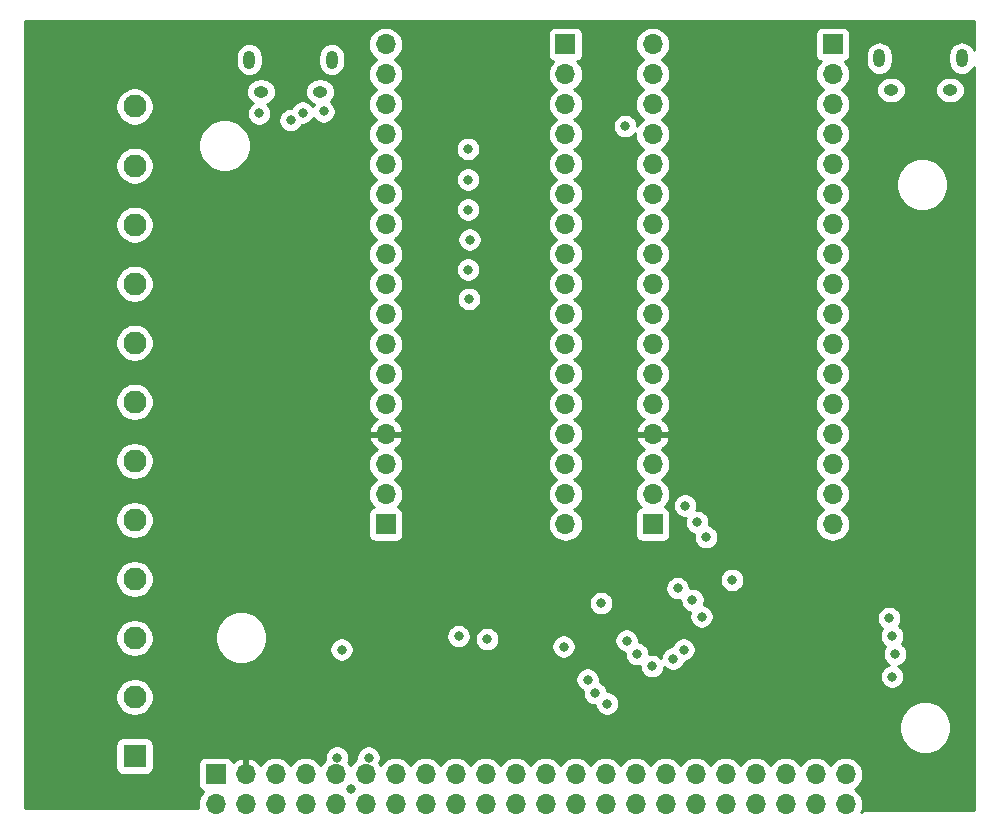
<source format=gbr>
G04 #@! TF.GenerationSoftware,KiCad,Pcbnew,(5.1.2-1)-1*
G04 #@! TF.CreationDate,2020-07-05T12:12:15-04:00*
G04 #@! TF.ProjectId,ArcadeMain,41726361-6465-44d6-9169-6e2e6b696361,rev?*
G04 #@! TF.SameCoordinates,Original*
G04 #@! TF.FileFunction,Copper,L3,Inr*
G04 #@! TF.FilePolarity,Positive*
%FSLAX46Y46*%
G04 Gerber Fmt 4.6, Leading zero omitted, Abs format (unit mm)*
G04 Created by KiCad (PCBNEW (5.1.2-1)-1) date 2020-07-05 12:12:15*
%MOMM*%
%LPD*%
G04 APERTURE LIST*
%ADD10O,1.000000X1.550000*%
%ADD11O,1.250000X0.950000*%
%ADD12O,1.700000X1.700000*%
%ADD13R,1.700000X1.700000*%
%ADD14C,1.950000*%
%ADD15R,1.950000X1.950000*%
%ADD16C,0.800000*%
%ADD17C,0.254000*%
G04 APERTURE END LIST*
D10*
X127056000Y-54196000D03*
X134056000Y-54196000D03*
D11*
X133056000Y-56896000D03*
X128056000Y-56896000D03*
D12*
X177546000Y-117221000D03*
X177546000Y-114681000D03*
X175006000Y-117221000D03*
X175006000Y-114681000D03*
X172466000Y-117221000D03*
X172466000Y-114681000D03*
X169926000Y-117221000D03*
X169926000Y-114681000D03*
X167386000Y-117221000D03*
X167386000Y-114681000D03*
X164846000Y-117221000D03*
X164846000Y-114681000D03*
X162306000Y-117221000D03*
X162306000Y-114681000D03*
X159766000Y-117221000D03*
X159766000Y-114681000D03*
X157226000Y-117221000D03*
X157226000Y-114681000D03*
X154686000Y-117221000D03*
X154686000Y-114681000D03*
X152146000Y-117221000D03*
X152146000Y-114681000D03*
X149606000Y-117221000D03*
X149606000Y-114681000D03*
X147066000Y-117221000D03*
X147066000Y-114681000D03*
X144526000Y-117221000D03*
X144526000Y-114681000D03*
X141986000Y-117221000D03*
X141986000Y-114681000D03*
X139446000Y-117221000D03*
X139446000Y-114681000D03*
X136906000Y-117221000D03*
X136906000Y-114681000D03*
X134366000Y-117221000D03*
X134366000Y-114681000D03*
X131826000Y-117221000D03*
X131826000Y-114681000D03*
X129286000Y-117221000D03*
X129286000Y-114681000D03*
X126746000Y-117221000D03*
X126746000Y-114681000D03*
X124206000Y-117221000D03*
D13*
X124206000Y-114681000D03*
D10*
X180396000Y-54069000D03*
X187396000Y-54069000D03*
D11*
X186396000Y-56769000D03*
X181396000Y-56769000D03*
D12*
X153822400Y-93522800D03*
X153822400Y-90982800D03*
X153822400Y-88442800D03*
X153822400Y-85902800D03*
X153822400Y-83362800D03*
X153822400Y-80822800D03*
X153822400Y-78282800D03*
X153822400Y-75742800D03*
X153822400Y-73202800D03*
X153822400Y-70662800D03*
X153822400Y-68122800D03*
X153822400Y-65582800D03*
X153822400Y-63042800D03*
X153822400Y-60502800D03*
X153822400Y-57962800D03*
X153822400Y-55422800D03*
D13*
X153822400Y-52882800D03*
D12*
X138607800Y-52882800D03*
X138607800Y-55422800D03*
X138607800Y-57962800D03*
X138607800Y-60502800D03*
X138607800Y-63042800D03*
X138607800Y-65582800D03*
X138607800Y-68122800D03*
X138607800Y-70662800D03*
X138607800Y-73202800D03*
X138607800Y-75742800D03*
X138607800Y-78282800D03*
X138607800Y-80822800D03*
X138607800Y-83362800D03*
X138607800Y-85902800D03*
X138607800Y-88442800D03*
X138607800Y-90982800D03*
D13*
X138607800Y-93522800D03*
D12*
X176453800Y-93522800D03*
X176453800Y-90982800D03*
X176453800Y-88442800D03*
X176453800Y-85902800D03*
X176453800Y-83362800D03*
X176453800Y-80822800D03*
X176453800Y-78282800D03*
X176453800Y-75742800D03*
X176453800Y-73202800D03*
X176453800Y-70662800D03*
X176453800Y-68122800D03*
X176453800Y-65582800D03*
X176453800Y-63042800D03*
X176453800Y-60502800D03*
X176453800Y-57962800D03*
X176453800Y-55422800D03*
D13*
X176453800Y-52882800D03*
D12*
X161213800Y-52882800D03*
X161213800Y-55422800D03*
X161213800Y-57962800D03*
X161213800Y-60502800D03*
X161213800Y-63042800D03*
X161213800Y-65582800D03*
X161213800Y-68122800D03*
X161213800Y-70662800D03*
X161213800Y-73202800D03*
X161213800Y-75742800D03*
X161213800Y-78282800D03*
X161213800Y-80822800D03*
X161213800Y-83362800D03*
X161213800Y-85902800D03*
X161213800Y-88442800D03*
X161213800Y-90982800D03*
D13*
X161213800Y-93522800D03*
D14*
X117348000Y-58157000D03*
X117348000Y-63157000D03*
X117348000Y-68157000D03*
X117348000Y-73157000D03*
X117348000Y-78157000D03*
X117348000Y-83157000D03*
X117348000Y-88157000D03*
X117348000Y-93157000D03*
X117348000Y-98157000D03*
X117348000Y-103157000D03*
X117348000Y-108157000D03*
D15*
X117348000Y-113157000D03*
D16*
X142494000Y-56388000D03*
X125476000Y-97282000D03*
X181483000Y-106426000D03*
X181737000Y-104521000D03*
X181229000Y-101473000D03*
X181483000Y-102997000D03*
X133350000Y-58564015D03*
X131572000Y-58674000D03*
X127889000Y-58738000D03*
X130556000Y-59309000D03*
X167947990Y-98244010D03*
X156845000Y-100203000D03*
X134874000Y-104140000D03*
X153670000Y-103886000D03*
X145647699Y-74443301D03*
X145588701Y-71962299D03*
X145715701Y-69422299D03*
X145588701Y-66882299D03*
X145588701Y-64342299D03*
X145563301Y-61743301D03*
X165735000Y-94615000D03*
X165354000Y-101346000D03*
X161163000Y-105537000D03*
X157353000Y-108712000D03*
X164973000Y-93345000D03*
X164573001Y-99930001D03*
X159893000Y-104521000D03*
X156337000Y-107823000D03*
X163957000Y-91948000D03*
X163322000Y-98933000D03*
X159004000Y-103378000D03*
X155702000Y-106680000D03*
X158877000Y-59817000D03*
X162941000Y-104902000D03*
X137160000Y-113284000D03*
X135636000Y-115951000D03*
X147193000Y-103251000D03*
X134493000Y-113284000D03*
X144780000Y-102997000D03*
X163830000Y-104140000D03*
X147955000Y-110617000D03*
X140970000Y-101092000D03*
D17*
G36*
X188443001Y-53345066D02*
G01*
X188344284Y-53160377D01*
X188202449Y-52987551D01*
X188029623Y-52845716D01*
X187832447Y-52740324D01*
X187618499Y-52675423D01*
X187396000Y-52653509D01*
X187173502Y-52675423D01*
X186959554Y-52740324D01*
X186762378Y-52845716D01*
X186589552Y-52987551D01*
X186447717Y-53160377D01*
X186342324Y-53357553D01*
X186277423Y-53571501D01*
X186261000Y-53738248D01*
X186261000Y-54399751D01*
X186277423Y-54566498D01*
X186342324Y-54780446D01*
X186447716Y-54977623D01*
X186589551Y-55150449D01*
X186762377Y-55292284D01*
X186959553Y-55397676D01*
X187173501Y-55462577D01*
X187396000Y-55484491D01*
X187618498Y-55462577D01*
X187832446Y-55397676D01*
X188029623Y-55292284D01*
X188202449Y-55150449D01*
X188344284Y-54977623D01*
X188443001Y-54792935D01*
X188443000Y-117704000D01*
X179356419Y-117704000D01*
X179324000Y-117700807D01*
X179291581Y-117704000D01*
X179194617Y-117713550D01*
X179070207Y-117751290D01*
X178955550Y-117812575D01*
X178880853Y-117873878D01*
X178924599Y-117792034D01*
X179009513Y-117512111D01*
X179038185Y-117221000D01*
X179009513Y-116929889D01*
X178924599Y-116649966D01*
X178786706Y-116391986D01*
X178601134Y-116165866D01*
X178375014Y-115980294D01*
X178320209Y-115951000D01*
X178375014Y-115921706D01*
X178601134Y-115736134D01*
X178786706Y-115510014D01*
X178924599Y-115252034D01*
X179009513Y-114972111D01*
X179038185Y-114681000D01*
X179009513Y-114389889D01*
X178924599Y-114109966D01*
X178786706Y-113851986D01*
X178601134Y-113625866D01*
X178375014Y-113440294D01*
X178117034Y-113302401D01*
X177837111Y-113217487D01*
X177618950Y-113196000D01*
X177473050Y-113196000D01*
X177254889Y-113217487D01*
X176974966Y-113302401D01*
X176716986Y-113440294D01*
X176490866Y-113625866D01*
X176305294Y-113851986D01*
X176276000Y-113906791D01*
X176246706Y-113851986D01*
X176061134Y-113625866D01*
X175835014Y-113440294D01*
X175577034Y-113302401D01*
X175297111Y-113217487D01*
X175078950Y-113196000D01*
X174933050Y-113196000D01*
X174714889Y-113217487D01*
X174434966Y-113302401D01*
X174176986Y-113440294D01*
X173950866Y-113625866D01*
X173765294Y-113851986D01*
X173736000Y-113906791D01*
X173706706Y-113851986D01*
X173521134Y-113625866D01*
X173295014Y-113440294D01*
X173037034Y-113302401D01*
X172757111Y-113217487D01*
X172538950Y-113196000D01*
X172393050Y-113196000D01*
X172174889Y-113217487D01*
X171894966Y-113302401D01*
X171636986Y-113440294D01*
X171410866Y-113625866D01*
X171225294Y-113851986D01*
X171196000Y-113906791D01*
X171166706Y-113851986D01*
X170981134Y-113625866D01*
X170755014Y-113440294D01*
X170497034Y-113302401D01*
X170217111Y-113217487D01*
X169998950Y-113196000D01*
X169853050Y-113196000D01*
X169634889Y-113217487D01*
X169354966Y-113302401D01*
X169096986Y-113440294D01*
X168870866Y-113625866D01*
X168685294Y-113851986D01*
X168656000Y-113906791D01*
X168626706Y-113851986D01*
X168441134Y-113625866D01*
X168215014Y-113440294D01*
X167957034Y-113302401D01*
X167677111Y-113217487D01*
X167458950Y-113196000D01*
X167313050Y-113196000D01*
X167094889Y-113217487D01*
X166814966Y-113302401D01*
X166556986Y-113440294D01*
X166330866Y-113625866D01*
X166145294Y-113851986D01*
X166116000Y-113906791D01*
X166086706Y-113851986D01*
X165901134Y-113625866D01*
X165675014Y-113440294D01*
X165417034Y-113302401D01*
X165137111Y-113217487D01*
X164918950Y-113196000D01*
X164773050Y-113196000D01*
X164554889Y-113217487D01*
X164274966Y-113302401D01*
X164016986Y-113440294D01*
X163790866Y-113625866D01*
X163605294Y-113851986D01*
X163576000Y-113906791D01*
X163546706Y-113851986D01*
X163361134Y-113625866D01*
X163135014Y-113440294D01*
X162877034Y-113302401D01*
X162597111Y-113217487D01*
X162378950Y-113196000D01*
X162233050Y-113196000D01*
X162014889Y-113217487D01*
X161734966Y-113302401D01*
X161476986Y-113440294D01*
X161250866Y-113625866D01*
X161065294Y-113851986D01*
X161036000Y-113906791D01*
X161006706Y-113851986D01*
X160821134Y-113625866D01*
X160595014Y-113440294D01*
X160337034Y-113302401D01*
X160057111Y-113217487D01*
X159838950Y-113196000D01*
X159693050Y-113196000D01*
X159474889Y-113217487D01*
X159194966Y-113302401D01*
X158936986Y-113440294D01*
X158710866Y-113625866D01*
X158525294Y-113851986D01*
X158496000Y-113906791D01*
X158466706Y-113851986D01*
X158281134Y-113625866D01*
X158055014Y-113440294D01*
X157797034Y-113302401D01*
X157517111Y-113217487D01*
X157298950Y-113196000D01*
X157153050Y-113196000D01*
X156934889Y-113217487D01*
X156654966Y-113302401D01*
X156396986Y-113440294D01*
X156170866Y-113625866D01*
X155985294Y-113851986D01*
X155956000Y-113906791D01*
X155926706Y-113851986D01*
X155741134Y-113625866D01*
X155515014Y-113440294D01*
X155257034Y-113302401D01*
X154977111Y-113217487D01*
X154758950Y-113196000D01*
X154613050Y-113196000D01*
X154394889Y-113217487D01*
X154114966Y-113302401D01*
X153856986Y-113440294D01*
X153630866Y-113625866D01*
X153445294Y-113851986D01*
X153416000Y-113906791D01*
X153386706Y-113851986D01*
X153201134Y-113625866D01*
X152975014Y-113440294D01*
X152717034Y-113302401D01*
X152437111Y-113217487D01*
X152218950Y-113196000D01*
X152073050Y-113196000D01*
X151854889Y-113217487D01*
X151574966Y-113302401D01*
X151316986Y-113440294D01*
X151090866Y-113625866D01*
X150905294Y-113851986D01*
X150876000Y-113906791D01*
X150846706Y-113851986D01*
X150661134Y-113625866D01*
X150435014Y-113440294D01*
X150177034Y-113302401D01*
X149897111Y-113217487D01*
X149678950Y-113196000D01*
X149533050Y-113196000D01*
X149314889Y-113217487D01*
X149034966Y-113302401D01*
X148776986Y-113440294D01*
X148550866Y-113625866D01*
X148365294Y-113851986D01*
X148336000Y-113906791D01*
X148306706Y-113851986D01*
X148121134Y-113625866D01*
X147895014Y-113440294D01*
X147637034Y-113302401D01*
X147357111Y-113217487D01*
X147138950Y-113196000D01*
X146993050Y-113196000D01*
X146774889Y-113217487D01*
X146494966Y-113302401D01*
X146236986Y-113440294D01*
X146010866Y-113625866D01*
X145825294Y-113851986D01*
X145796000Y-113906791D01*
X145766706Y-113851986D01*
X145581134Y-113625866D01*
X145355014Y-113440294D01*
X145097034Y-113302401D01*
X144817111Y-113217487D01*
X144598950Y-113196000D01*
X144453050Y-113196000D01*
X144234889Y-113217487D01*
X143954966Y-113302401D01*
X143696986Y-113440294D01*
X143470866Y-113625866D01*
X143285294Y-113851986D01*
X143256000Y-113906791D01*
X143226706Y-113851986D01*
X143041134Y-113625866D01*
X142815014Y-113440294D01*
X142557034Y-113302401D01*
X142277111Y-113217487D01*
X142058950Y-113196000D01*
X141913050Y-113196000D01*
X141694889Y-113217487D01*
X141414966Y-113302401D01*
X141156986Y-113440294D01*
X140930866Y-113625866D01*
X140745294Y-113851986D01*
X140716000Y-113906791D01*
X140686706Y-113851986D01*
X140501134Y-113625866D01*
X140275014Y-113440294D01*
X140017034Y-113302401D01*
X139737111Y-113217487D01*
X139518950Y-113196000D01*
X139373050Y-113196000D01*
X139154889Y-113217487D01*
X138874966Y-113302401D01*
X138616986Y-113440294D01*
X138390866Y-113625866D01*
X138205294Y-113851986D01*
X138176000Y-113906791D01*
X138146706Y-113851986D01*
X138079120Y-113769632D01*
X138155226Y-113585898D01*
X138195000Y-113385939D01*
X138195000Y-113182061D01*
X138155226Y-112982102D01*
X138077205Y-112793744D01*
X137963937Y-112624226D01*
X137819774Y-112480063D01*
X137650256Y-112366795D01*
X137461898Y-112288774D01*
X137261939Y-112249000D01*
X137058061Y-112249000D01*
X136858102Y-112288774D01*
X136669744Y-112366795D01*
X136500226Y-112480063D01*
X136356063Y-112624226D01*
X136242795Y-112793744D01*
X136164774Y-112982102D01*
X136125000Y-113182061D01*
X136125000Y-113385939D01*
X136130159Y-113411873D01*
X136076986Y-113440294D01*
X135850866Y-113625866D01*
X135665294Y-113851986D01*
X135636000Y-113906791D01*
X135606706Y-113851986D01*
X135454719Y-113666790D01*
X135488226Y-113585898D01*
X135528000Y-113385939D01*
X135528000Y-113182061D01*
X135488226Y-112982102D01*
X135410205Y-112793744D01*
X135296937Y-112624226D01*
X135152774Y-112480063D01*
X134983256Y-112366795D01*
X134794898Y-112288774D01*
X134594939Y-112249000D01*
X134391061Y-112249000D01*
X134191102Y-112288774D01*
X134002744Y-112366795D01*
X133833226Y-112480063D01*
X133689063Y-112624226D01*
X133575795Y-112793744D01*
X133497774Y-112982102D01*
X133458000Y-113182061D01*
X133458000Y-113385939D01*
X133478379Y-113488392D01*
X133310866Y-113625866D01*
X133125294Y-113851986D01*
X133096000Y-113906791D01*
X133066706Y-113851986D01*
X132881134Y-113625866D01*
X132655014Y-113440294D01*
X132397034Y-113302401D01*
X132117111Y-113217487D01*
X131898950Y-113196000D01*
X131753050Y-113196000D01*
X131534889Y-113217487D01*
X131254966Y-113302401D01*
X130996986Y-113440294D01*
X130770866Y-113625866D01*
X130585294Y-113851986D01*
X130556000Y-113906791D01*
X130526706Y-113851986D01*
X130341134Y-113625866D01*
X130115014Y-113440294D01*
X129857034Y-113302401D01*
X129577111Y-113217487D01*
X129358950Y-113196000D01*
X129213050Y-113196000D01*
X128994889Y-113217487D01*
X128714966Y-113302401D01*
X128456986Y-113440294D01*
X128230866Y-113625866D01*
X128045294Y-113851986D01*
X128010799Y-113916523D01*
X127941178Y-113799645D01*
X127746269Y-113583412D01*
X127512920Y-113409359D01*
X127250099Y-113284175D01*
X127102890Y-113239524D01*
X126873000Y-113360845D01*
X126873000Y-114554000D01*
X126893000Y-114554000D01*
X126893000Y-114808000D01*
X126873000Y-114808000D01*
X126873000Y-114828000D01*
X126619000Y-114828000D01*
X126619000Y-114808000D01*
X126599000Y-114808000D01*
X126599000Y-114554000D01*
X126619000Y-114554000D01*
X126619000Y-113360845D01*
X126389110Y-113239524D01*
X126241901Y-113284175D01*
X125979080Y-113409359D01*
X125745731Y-113583412D01*
X125669966Y-113667466D01*
X125645502Y-113586820D01*
X125586537Y-113476506D01*
X125507185Y-113379815D01*
X125410494Y-113300463D01*
X125300180Y-113241498D01*
X125180482Y-113205188D01*
X125056000Y-113192928D01*
X123356000Y-113192928D01*
X123231518Y-113205188D01*
X123111820Y-113241498D01*
X123001506Y-113300463D01*
X122904815Y-113379815D01*
X122825463Y-113476506D01*
X122766498Y-113586820D01*
X122730188Y-113706518D01*
X122717928Y-113831000D01*
X122717928Y-115531000D01*
X122730188Y-115655482D01*
X122766498Y-115775180D01*
X122825463Y-115885494D01*
X122904815Y-115982185D01*
X123001506Y-116061537D01*
X123111820Y-116120502D01*
X123180687Y-116141393D01*
X123150866Y-116165866D01*
X122965294Y-116391986D01*
X122827401Y-116649966D01*
X122742487Y-116929889D01*
X122713815Y-117221000D01*
X122742487Y-117512111D01*
X122763642Y-117581848D01*
X122714419Y-117577000D01*
X122682000Y-117573807D01*
X122649581Y-117577000D01*
X108102000Y-117577000D01*
X108102000Y-112182000D01*
X115734928Y-112182000D01*
X115734928Y-114132000D01*
X115747188Y-114256482D01*
X115783498Y-114376180D01*
X115842463Y-114486494D01*
X115921815Y-114583185D01*
X116018506Y-114662537D01*
X116128820Y-114721502D01*
X116248518Y-114757812D01*
X116373000Y-114770072D01*
X118323000Y-114770072D01*
X118447482Y-114757812D01*
X118567180Y-114721502D01*
X118677494Y-114662537D01*
X118774185Y-114583185D01*
X118853537Y-114486494D01*
X118912502Y-114376180D01*
X118948812Y-114256482D01*
X118961072Y-114132000D01*
X118961072Y-112182000D01*
X118948812Y-112057518D01*
X118912502Y-111937820D01*
X118853537Y-111827506D01*
X118774185Y-111730815D01*
X118677494Y-111651463D01*
X118567180Y-111592498D01*
X118447482Y-111556188D01*
X118323000Y-111543928D01*
X116373000Y-111543928D01*
X116248518Y-111556188D01*
X116128820Y-111592498D01*
X116018506Y-111651463D01*
X115921815Y-111730815D01*
X115842463Y-111827506D01*
X115783498Y-111937820D01*
X115747188Y-112057518D01*
X115734928Y-112182000D01*
X108102000Y-112182000D01*
X108102000Y-110523872D01*
X182042000Y-110523872D01*
X182042000Y-110964128D01*
X182127890Y-111395925D01*
X182296369Y-111802669D01*
X182540962Y-112168729D01*
X182852271Y-112480038D01*
X183218331Y-112724631D01*
X183625075Y-112893110D01*
X184056872Y-112979000D01*
X184497128Y-112979000D01*
X184928925Y-112893110D01*
X185335669Y-112724631D01*
X185701729Y-112480038D01*
X186013038Y-112168729D01*
X186257631Y-111802669D01*
X186426110Y-111395925D01*
X186512000Y-110964128D01*
X186512000Y-110523872D01*
X186426110Y-110092075D01*
X186257631Y-109685331D01*
X186013038Y-109319271D01*
X185701729Y-109007962D01*
X185335669Y-108763369D01*
X184928925Y-108594890D01*
X184497128Y-108509000D01*
X184056872Y-108509000D01*
X183625075Y-108594890D01*
X183218331Y-108763369D01*
X182852271Y-109007962D01*
X182540962Y-109319271D01*
X182296369Y-109685331D01*
X182127890Y-110092075D01*
X182042000Y-110523872D01*
X108102000Y-110523872D01*
X108102000Y-107998429D01*
X115738000Y-107998429D01*
X115738000Y-108315571D01*
X115799871Y-108626620D01*
X115921237Y-108919621D01*
X116097431Y-109183315D01*
X116321685Y-109407569D01*
X116585379Y-109583763D01*
X116878380Y-109705129D01*
X117189429Y-109767000D01*
X117506571Y-109767000D01*
X117817620Y-109705129D01*
X118110621Y-109583763D01*
X118374315Y-109407569D01*
X118598569Y-109183315D01*
X118774763Y-108919621D01*
X118896129Y-108626620D01*
X118958000Y-108315571D01*
X118958000Y-107998429D01*
X118896129Y-107687380D01*
X118774763Y-107394379D01*
X118598569Y-107130685D01*
X118374315Y-106906431D01*
X118110621Y-106730237D01*
X117817620Y-106608871D01*
X117662727Y-106578061D01*
X154667000Y-106578061D01*
X154667000Y-106781939D01*
X154706774Y-106981898D01*
X154784795Y-107170256D01*
X154898063Y-107339774D01*
X155042226Y-107483937D01*
X155211744Y-107597205D01*
X155317891Y-107641173D01*
X155302000Y-107721061D01*
X155302000Y-107924939D01*
X155341774Y-108124898D01*
X155419795Y-108313256D01*
X155533063Y-108482774D01*
X155677226Y-108626937D01*
X155846744Y-108740205D01*
X156035102Y-108818226D01*
X156235061Y-108858000D01*
X156326764Y-108858000D01*
X156357774Y-109013898D01*
X156435795Y-109202256D01*
X156549063Y-109371774D01*
X156693226Y-109515937D01*
X156862744Y-109629205D01*
X157051102Y-109707226D01*
X157251061Y-109747000D01*
X157454939Y-109747000D01*
X157654898Y-109707226D01*
X157843256Y-109629205D01*
X158012774Y-109515937D01*
X158156937Y-109371774D01*
X158270205Y-109202256D01*
X158348226Y-109013898D01*
X158388000Y-108813939D01*
X158388000Y-108610061D01*
X158348226Y-108410102D01*
X158270205Y-108221744D01*
X158156937Y-108052226D01*
X158012774Y-107908063D01*
X157843256Y-107794795D01*
X157654898Y-107716774D01*
X157454939Y-107677000D01*
X157363236Y-107677000D01*
X157332226Y-107521102D01*
X157254205Y-107332744D01*
X157140937Y-107163226D01*
X156996774Y-107019063D01*
X156827256Y-106905795D01*
X156721109Y-106861827D01*
X156737000Y-106781939D01*
X156737000Y-106578061D01*
X156697226Y-106378102D01*
X156619205Y-106189744D01*
X156505937Y-106020226D01*
X156361774Y-105876063D01*
X156192256Y-105762795D01*
X156003898Y-105684774D01*
X155803939Y-105645000D01*
X155600061Y-105645000D01*
X155400102Y-105684774D01*
X155211744Y-105762795D01*
X155042226Y-105876063D01*
X154898063Y-106020226D01*
X154784795Y-106189744D01*
X154706774Y-106378102D01*
X154667000Y-106578061D01*
X117662727Y-106578061D01*
X117506571Y-106547000D01*
X117189429Y-106547000D01*
X116878380Y-106608871D01*
X116585379Y-106730237D01*
X116321685Y-106906431D01*
X116097431Y-107130685D01*
X115921237Y-107394379D01*
X115799871Y-107687380D01*
X115738000Y-107998429D01*
X108102000Y-107998429D01*
X108102000Y-102998429D01*
X115738000Y-102998429D01*
X115738000Y-103315571D01*
X115799871Y-103626620D01*
X115921237Y-103919621D01*
X116097431Y-104183315D01*
X116321685Y-104407569D01*
X116585379Y-104583763D01*
X116878380Y-104705129D01*
X117189429Y-104767000D01*
X117506571Y-104767000D01*
X117817620Y-104705129D01*
X118110621Y-104583763D01*
X118374315Y-104407569D01*
X118598569Y-104183315D01*
X118774763Y-103919621D01*
X118896129Y-103626620D01*
X118958000Y-103315571D01*
X118958000Y-102998429D01*
X118939192Y-102903872D01*
X124130000Y-102903872D01*
X124130000Y-103344128D01*
X124215890Y-103775925D01*
X124384369Y-104182669D01*
X124628962Y-104548729D01*
X124940271Y-104860038D01*
X125306331Y-105104631D01*
X125713075Y-105273110D01*
X126144872Y-105359000D01*
X126585128Y-105359000D01*
X127016925Y-105273110D01*
X127423669Y-105104631D01*
X127789729Y-104860038D01*
X128101038Y-104548729D01*
X128345631Y-104182669D01*
X128405529Y-104038061D01*
X133839000Y-104038061D01*
X133839000Y-104241939D01*
X133878774Y-104441898D01*
X133956795Y-104630256D01*
X134070063Y-104799774D01*
X134214226Y-104943937D01*
X134383744Y-105057205D01*
X134572102Y-105135226D01*
X134772061Y-105175000D01*
X134975939Y-105175000D01*
X135175898Y-105135226D01*
X135364256Y-105057205D01*
X135533774Y-104943937D01*
X135677937Y-104799774D01*
X135791205Y-104630256D01*
X135869226Y-104441898D01*
X135909000Y-104241939D01*
X135909000Y-104038061D01*
X135869226Y-103838102D01*
X135791205Y-103649744D01*
X135677937Y-103480226D01*
X135533774Y-103336063D01*
X135364256Y-103222795D01*
X135175898Y-103144774D01*
X134975939Y-103105000D01*
X134772061Y-103105000D01*
X134572102Y-103144774D01*
X134383744Y-103222795D01*
X134214226Y-103336063D01*
X134070063Y-103480226D01*
X133956795Y-103649744D01*
X133878774Y-103838102D01*
X133839000Y-104038061D01*
X128405529Y-104038061D01*
X128514110Y-103775925D01*
X128600000Y-103344128D01*
X128600000Y-102903872D01*
X128598248Y-102895061D01*
X143745000Y-102895061D01*
X143745000Y-103098939D01*
X143784774Y-103298898D01*
X143862795Y-103487256D01*
X143976063Y-103656774D01*
X144120226Y-103800937D01*
X144289744Y-103914205D01*
X144478102Y-103992226D01*
X144678061Y-104032000D01*
X144881939Y-104032000D01*
X145081898Y-103992226D01*
X145270256Y-103914205D01*
X145439774Y-103800937D01*
X145583937Y-103656774D01*
X145697205Y-103487256D01*
X145775226Y-103298898D01*
X145805030Y-103149061D01*
X146158000Y-103149061D01*
X146158000Y-103352939D01*
X146197774Y-103552898D01*
X146275795Y-103741256D01*
X146389063Y-103910774D01*
X146533226Y-104054937D01*
X146702744Y-104168205D01*
X146891102Y-104246226D01*
X147091061Y-104286000D01*
X147294939Y-104286000D01*
X147494898Y-104246226D01*
X147683256Y-104168205D01*
X147852774Y-104054937D01*
X147996937Y-103910774D01*
X148081603Y-103784061D01*
X152635000Y-103784061D01*
X152635000Y-103987939D01*
X152674774Y-104187898D01*
X152752795Y-104376256D01*
X152866063Y-104545774D01*
X153010226Y-104689937D01*
X153179744Y-104803205D01*
X153368102Y-104881226D01*
X153568061Y-104921000D01*
X153771939Y-104921000D01*
X153971898Y-104881226D01*
X154160256Y-104803205D01*
X154329774Y-104689937D01*
X154473937Y-104545774D01*
X154587205Y-104376256D01*
X154665226Y-104187898D01*
X154705000Y-103987939D01*
X154705000Y-103784061D01*
X154665226Y-103584102D01*
X154587205Y-103395744D01*
X154507236Y-103276061D01*
X157969000Y-103276061D01*
X157969000Y-103479939D01*
X158008774Y-103679898D01*
X158086795Y-103868256D01*
X158200063Y-104037774D01*
X158344226Y-104181937D01*
X158513744Y-104295205D01*
X158702102Y-104373226D01*
X158860837Y-104404800D01*
X158858000Y-104419061D01*
X158858000Y-104622939D01*
X158897774Y-104822898D01*
X158975795Y-105011256D01*
X159089063Y-105180774D01*
X159233226Y-105324937D01*
X159402744Y-105438205D01*
X159591102Y-105516226D01*
X159791061Y-105556000D01*
X159994939Y-105556000D01*
X160128000Y-105529533D01*
X160128000Y-105638939D01*
X160167774Y-105838898D01*
X160245795Y-106027256D01*
X160359063Y-106196774D01*
X160503226Y-106340937D01*
X160672744Y-106454205D01*
X160861102Y-106532226D01*
X161061061Y-106572000D01*
X161264939Y-106572000D01*
X161464898Y-106532226D01*
X161653256Y-106454205D01*
X161822774Y-106340937D01*
X161966937Y-106196774D01*
X162080205Y-106027256D01*
X162158226Y-105838898D01*
X162198000Y-105638939D01*
X162198000Y-105622711D01*
X162281226Y-105705937D01*
X162450744Y-105819205D01*
X162639102Y-105897226D01*
X162839061Y-105937000D01*
X163042939Y-105937000D01*
X163242898Y-105897226D01*
X163431256Y-105819205D01*
X163600774Y-105705937D01*
X163744937Y-105561774D01*
X163858205Y-105392256D01*
X163936226Y-105203898D01*
X163942388Y-105172922D01*
X164131898Y-105135226D01*
X164320256Y-105057205D01*
X164489774Y-104943937D01*
X164633937Y-104799774D01*
X164747205Y-104630256D01*
X164825226Y-104441898D01*
X164865000Y-104241939D01*
X164865000Y-104038061D01*
X164825226Y-103838102D01*
X164747205Y-103649744D01*
X164633937Y-103480226D01*
X164489774Y-103336063D01*
X164320256Y-103222795D01*
X164131898Y-103144774D01*
X163931939Y-103105000D01*
X163728061Y-103105000D01*
X163528102Y-103144774D01*
X163339744Y-103222795D01*
X163170226Y-103336063D01*
X163026063Y-103480226D01*
X162912795Y-103649744D01*
X162834774Y-103838102D01*
X162828612Y-103869078D01*
X162639102Y-103906774D01*
X162450744Y-103984795D01*
X162281226Y-104098063D01*
X162137063Y-104242226D01*
X162023795Y-104411744D01*
X161945774Y-104600102D01*
X161906000Y-104800061D01*
X161906000Y-104816289D01*
X161822774Y-104733063D01*
X161653256Y-104619795D01*
X161464898Y-104541774D01*
X161264939Y-104502000D01*
X161061061Y-104502000D01*
X160928000Y-104528467D01*
X160928000Y-104419061D01*
X160888226Y-104219102D01*
X160810205Y-104030744D01*
X160696937Y-103861226D01*
X160552774Y-103717063D01*
X160383256Y-103603795D01*
X160194898Y-103525774D01*
X160036163Y-103494200D01*
X160039000Y-103479939D01*
X160039000Y-103276061D01*
X159999226Y-103076102D01*
X159921205Y-102887744D01*
X159807937Y-102718226D01*
X159663774Y-102574063D01*
X159494256Y-102460795D01*
X159305898Y-102382774D01*
X159105939Y-102343000D01*
X158902061Y-102343000D01*
X158702102Y-102382774D01*
X158513744Y-102460795D01*
X158344226Y-102574063D01*
X158200063Y-102718226D01*
X158086795Y-102887744D01*
X158008774Y-103076102D01*
X157969000Y-103276061D01*
X154507236Y-103276061D01*
X154473937Y-103226226D01*
X154329774Y-103082063D01*
X154160256Y-102968795D01*
X153971898Y-102890774D01*
X153771939Y-102851000D01*
X153568061Y-102851000D01*
X153368102Y-102890774D01*
X153179744Y-102968795D01*
X153010226Y-103082063D01*
X152866063Y-103226226D01*
X152752795Y-103395744D01*
X152674774Y-103584102D01*
X152635000Y-103784061D01*
X148081603Y-103784061D01*
X148110205Y-103741256D01*
X148188226Y-103552898D01*
X148228000Y-103352939D01*
X148228000Y-103149061D01*
X148188226Y-102949102D01*
X148110205Y-102760744D01*
X147996937Y-102591226D01*
X147852774Y-102447063D01*
X147683256Y-102333795D01*
X147494898Y-102255774D01*
X147294939Y-102216000D01*
X147091061Y-102216000D01*
X146891102Y-102255774D01*
X146702744Y-102333795D01*
X146533226Y-102447063D01*
X146389063Y-102591226D01*
X146275795Y-102760744D01*
X146197774Y-102949102D01*
X146158000Y-103149061D01*
X145805030Y-103149061D01*
X145815000Y-103098939D01*
X145815000Y-102895061D01*
X145775226Y-102695102D01*
X145697205Y-102506744D01*
X145583937Y-102337226D01*
X145439774Y-102193063D01*
X145270256Y-102079795D01*
X145081898Y-102001774D01*
X144881939Y-101962000D01*
X144678061Y-101962000D01*
X144478102Y-102001774D01*
X144289744Y-102079795D01*
X144120226Y-102193063D01*
X143976063Y-102337226D01*
X143862795Y-102506744D01*
X143784774Y-102695102D01*
X143745000Y-102895061D01*
X128598248Y-102895061D01*
X128514110Y-102472075D01*
X128345631Y-102065331D01*
X128101038Y-101699271D01*
X127789729Y-101387962D01*
X127423669Y-101143369D01*
X127016925Y-100974890D01*
X126585128Y-100889000D01*
X126144872Y-100889000D01*
X125713075Y-100974890D01*
X125306331Y-101143369D01*
X124940271Y-101387962D01*
X124628962Y-101699271D01*
X124384369Y-102065331D01*
X124215890Y-102472075D01*
X124130000Y-102903872D01*
X118939192Y-102903872D01*
X118896129Y-102687380D01*
X118774763Y-102394379D01*
X118598569Y-102130685D01*
X118374315Y-101906431D01*
X118110621Y-101730237D01*
X117817620Y-101608871D01*
X117506571Y-101547000D01*
X117189429Y-101547000D01*
X116878380Y-101608871D01*
X116585379Y-101730237D01*
X116321685Y-101906431D01*
X116097431Y-102130685D01*
X115921237Y-102394379D01*
X115799871Y-102687380D01*
X115738000Y-102998429D01*
X108102000Y-102998429D01*
X108102000Y-100101061D01*
X155810000Y-100101061D01*
X155810000Y-100304939D01*
X155849774Y-100504898D01*
X155927795Y-100693256D01*
X156041063Y-100862774D01*
X156185226Y-101006937D01*
X156354744Y-101120205D01*
X156543102Y-101198226D01*
X156743061Y-101238000D01*
X156946939Y-101238000D01*
X157146898Y-101198226D01*
X157335256Y-101120205D01*
X157504774Y-101006937D01*
X157648937Y-100862774D01*
X157762205Y-100693256D01*
X157840226Y-100504898D01*
X157880000Y-100304939D01*
X157880000Y-100101061D01*
X157840226Y-99901102D01*
X157762205Y-99712744D01*
X157648937Y-99543226D01*
X157504774Y-99399063D01*
X157335256Y-99285795D01*
X157146898Y-99207774D01*
X156946939Y-99168000D01*
X156743061Y-99168000D01*
X156543102Y-99207774D01*
X156354744Y-99285795D01*
X156185226Y-99399063D01*
X156041063Y-99543226D01*
X155927795Y-99712744D01*
X155849774Y-99901102D01*
X155810000Y-100101061D01*
X108102000Y-100101061D01*
X108102000Y-97998429D01*
X115738000Y-97998429D01*
X115738000Y-98315571D01*
X115799871Y-98626620D01*
X115921237Y-98919621D01*
X116097431Y-99183315D01*
X116321685Y-99407569D01*
X116585379Y-99583763D01*
X116878380Y-99705129D01*
X117189429Y-99767000D01*
X117506571Y-99767000D01*
X117817620Y-99705129D01*
X118110621Y-99583763D01*
X118374315Y-99407569D01*
X118598569Y-99183315D01*
X118774763Y-98919621D01*
X118811446Y-98831061D01*
X162287000Y-98831061D01*
X162287000Y-99034939D01*
X162326774Y-99234898D01*
X162404795Y-99423256D01*
X162518063Y-99592774D01*
X162662226Y-99736937D01*
X162831744Y-99850205D01*
X163020102Y-99928226D01*
X163220061Y-99968000D01*
X163423939Y-99968000D01*
X163538001Y-99945312D01*
X163538001Y-100031940D01*
X163577775Y-100231899D01*
X163655796Y-100420257D01*
X163769064Y-100589775D01*
X163913227Y-100733938D01*
X164082745Y-100847206D01*
X164271103Y-100925227D01*
X164397592Y-100950387D01*
X164358774Y-101044102D01*
X164319000Y-101244061D01*
X164319000Y-101447939D01*
X164358774Y-101647898D01*
X164436795Y-101836256D01*
X164550063Y-102005774D01*
X164694226Y-102149937D01*
X164863744Y-102263205D01*
X165052102Y-102341226D01*
X165252061Y-102381000D01*
X165455939Y-102381000D01*
X165655898Y-102341226D01*
X165844256Y-102263205D01*
X166013774Y-102149937D01*
X166157937Y-102005774D01*
X166271205Y-101836256D01*
X166349226Y-101647898D01*
X166389000Y-101447939D01*
X166389000Y-101371061D01*
X180194000Y-101371061D01*
X180194000Y-101574939D01*
X180233774Y-101774898D01*
X180311795Y-101963256D01*
X180425063Y-102132774D01*
X180569226Y-102276937D01*
X180673011Y-102346284D01*
X180565795Y-102506744D01*
X180487774Y-102695102D01*
X180448000Y-102895061D01*
X180448000Y-103098939D01*
X180487774Y-103298898D01*
X180565795Y-103487256D01*
X180679063Y-103656774D01*
X180823226Y-103800937D01*
X180927011Y-103870284D01*
X180819795Y-104030744D01*
X180741774Y-104219102D01*
X180702000Y-104419061D01*
X180702000Y-104622939D01*
X180741774Y-104822898D01*
X180819795Y-105011256D01*
X180933063Y-105180774D01*
X181077226Y-105324937D01*
X181223116Y-105422417D01*
X181181102Y-105430774D01*
X180992744Y-105508795D01*
X180823226Y-105622063D01*
X180679063Y-105766226D01*
X180565795Y-105935744D01*
X180487774Y-106124102D01*
X180448000Y-106324061D01*
X180448000Y-106527939D01*
X180487774Y-106727898D01*
X180565795Y-106916256D01*
X180679063Y-107085774D01*
X180823226Y-107229937D01*
X180992744Y-107343205D01*
X181181102Y-107421226D01*
X181381061Y-107461000D01*
X181584939Y-107461000D01*
X181784898Y-107421226D01*
X181973256Y-107343205D01*
X182142774Y-107229937D01*
X182286937Y-107085774D01*
X182400205Y-106916256D01*
X182478226Y-106727898D01*
X182518000Y-106527939D01*
X182518000Y-106324061D01*
X182478226Y-106124102D01*
X182400205Y-105935744D01*
X182286937Y-105766226D01*
X182142774Y-105622063D01*
X181996884Y-105524583D01*
X182038898Y-105516226D01*
X182227256Y-105438205D01*
X182396774Y-105324937D01*
X182540937Y-105180774D01*
X182654205Y-105011256D01*
X182732226Y-104822898D01*
X182772000Y-104622939D01*
X182772000Y-104419061D01*
X182732226Y-104219102D01*
X182654205Y-104030744D01*
X182540937Y-103861226D01*
X182396774Y-103717063D01*
X182292989Y-103647716D01*
X182400205Y-103487256D01*
X182478226Y-103298898D01*
X182518000Y-103098939D01*
X182518000Y-102895061D01*
X182478226Y-102695102D01*
X182400205Y-102506744D01*
X182286937Y-102337226D01*
X182142774Y-102193063D01*
X182038989Y-102123716D01*
X182146205Y-101963256D01*
X182224226Y-101774898D01*
X182264000Y-101574939D01*
X182264000Y-101371061D01*
X182224226Y-101171102D01*
X182146205Y-100982744D01*
X182032937Y-100813226D01*
X181888774Y-100669063D01*
X181719256Y-100555795D01*
X181530898Y-100477774D01*
X181330939Y-100438000D01*
X181127061Y-100438000D01*
X180927102Y-100477774D01*
X180738744Y-100555795D01*
X180569226Y-100669063D01*
X180425063Y-100813226D01*
X180311795Y-100982744D01*
X180233774Y-101171102D01*
X180194000Y-101371061D01*
X166389000Y-101371061D01*
X166389000Y-101244061D01*
X166349226Y-101044102D01*
X166271205Y-100855744D01*
X166157937Y-100686226D01*
X166013774Y-100542063D01*
X165844256Y-100428795D01*
X165655898Y-100350774D01*
X165529409Y-100325614D01*
X165568227Y-100231899D01*
X165608001Y-100031940D01*
X165608001Y-99828062D01*
X165568227Y-99628103D01*
X165490206Y-99439745D01*
X165376938Y-99270227D01*
X165232775Y-99126064D01*
X165063257Y-99012796D01*
X164874899Y-98934775D01*
X164674940Y-98895001D01*
X164471062Y-98895001D01*
X164357000Y-98917689D01*
X164357000Y-98831061D01*
X164317226Y-98631102D01*
X164239205Y-98442744D01*
X164125937Y-98273226D01*
X163994782Y-98142071D01*
X166912990Y-98142071D01*
X166912990Y-98345949D01*
X166952764Y-98545908D01*
X167030785Y-98734266D01*
X167144053Y-98903784D01*
X167288216Y-99047947D01*
X167457734Y-99161215D01*
X167646092Y-99239236D01*
X167846051Y-99279010D01*
X168049929Y-99279010D01*
X168249888Y-99239236D01*
X168438246Y-99161215D01*
X168607764Y-99047947D01*
X168751927Y-98903784D01*
X168865195Y-98734266D01*
X168943216Y-98545908D01*
X168982990Y-98345949D01*
X168982990Y-98142071D01*
X168943216Y-97942112D01*
X168865195Y-97753754D01*
X168751927Y-97584236D01*
X168607764Y-97440073D01*
X168438246Y-97326805D01*
X168249888Y-97248784D01*
X168049929Y-97209010D01*
X167846051Y-97209010D01*
X167646092Y-97248784D01*
X167457734Y-97326805D01*
X167288216Y-97440073D01*
X167144053Y-97584236D01*
X167030785Y-97753754D01*
X166952764Y-97942112D01*
X166912990Y-98142071D01*
X163994782Y-98142071D01*
X163981774Y-98129063D01*
X163812256Y-98015795D01*
X163623898Y-97937774D01*
X163423939Y-97898000D01*
X163220061Y-97898000D01*
X163020102Y-97937774D01*
X162831744Y-98015795D01*
X162662226Y-98129063D01*
X162518063Y-98273226D01*
X162404795Y-98442744D01*
X162326774Y-98631102D01*
X162287000Y-98831061D01*
X118811446Y-98831061D01*
X118896129Y-98626620D01*
X118958000Y-98315571D01*
X118958000Y-97998429D01*
X118896129Y-97687380D01*
X118774763Y-97394379D01*
X118598569Y-97130685D01*
X118374315Y-96906431D01*
X118110621Y-96730237D01*
X117817620Y-96608871D01*
X117506571Y-96547000D01*
X117189429Y-96547000D01*
X116878380Y-96608871D01*
X116585379Y-96730237D01*
X116321685Y-96906431D01*
X116097431Y-97130685D01*
X115921237Y-97394379D01*
X115799871Y-97687380D01*
X115738000Y-97998429D01*
X108102000Y-97998429D01*
X108102000Y-92998429D01*
X115738000Y-92998429D01*
X115738000Y-93315571D01*
X115799871Y-93626620D01*
X115921237Y-93919621D01*
X116097431Y-94183315D01*
X116321685Y-94407569D01*
X116585379Y-94583763D01*
X116878380Y-94705129D01*
X117189429Y-94767000D01*
X117506571Y-94767000D01*
X117817620Y-94705129D01*
X118110621Y-94583763D01*
X118374315Y-94407569D01*
X118598569Y-94183315D01*
X118774763Y-93919621D01*
X118896129Y-93626620D01*
X118958000Y-93315571D01*
X118958000Y-92998429D01*
X118896129Y-92687380D01*
X118774763Y-92394379D01*
X118598569Y-92130685D01*
X118374315Y-91906431D01*
X118110621Y-91730237D01*
X117817620Y-91608871D01*
X117506571Y-91547000D01*
X117189429Y-91547000D01*
X116878380Y-91608871D01*
X116585379Y-91730237D01*
X116321685Y-91906431D01*
X116097431Y-92130685D01*
X115921237Y-92394379D01*
X115799871Y-92687380D01*
X115738000Y-92998429D01*
X108102000Y-92998429D01*
X108102000Y-87998429D01*
X115738000Y-87998429D01*
X115738000Y-88315571D01*
X115799871Y-88626620D01*
X115921237Y-88919621D01*
X116097431Y-89183315D01*
X116321685Y-89407569D01*
X116585379Y-89583763D01*
X116878380Y-89705129D01*
X117189429Y-89767000D01*
X117506571Y-89767000D01*
X117817620Y-89705129D01*
X118110621Y-89583763D01*
X118374315Y-89407569D01*
X118598569Y-89183315D01*
X118774763Y-88919621D01*
X118896129Y-88626620D01*
X118932692Y-88442800D01*
X137115615Y-88442800D01*
X137144287Y-88733911D01*
X137229201Y-89013834D01*
X137367094Y-89271814D01*
X137552666Y-89497934D01*
X137778786Y-89683506D01*
X137833591Y-89712800D01*
X137778786Y-89742094D01*
X137552666Y-89927666D01*
X137367094Y-90153786D01*
X137229201Y-90411766D01*
X137144287Y-90691689D01*
X137115615Y-90982800D01*
X137144287Y-91273911D01*
X137229201Y-91553834D01*
X137367094Y-91811814D01*
X137552666Y-92037934D01*
X137582487Y-92062407D01*
X137513620Y-92083298D01*
X137403306Y-92142263D01*
X137306615Y-92221615D01*
X137227263Y-92318306D01*
X137168298Y-92428620D01*
X137131988Y-92548318D01*
X137119728Y-92672800D01*
X137119728Y-94372800D01*
X137131988Y-94497282D01*
X137168298Y-94616980D01*
X137227263Y-94727294D01*
X137306615Y-94823985D01*
X137403306Y-94903337D01*
X137513620Y-94962302D01*
X137633318Y-94998612D01*
X137757800Y-95010872D01*
X139457800Y-95010872D01*
X139582282Y-94998612D01*
X139701980Y-94962302D01*
X139812294Y-94903337D01*
X139908985Y-94823985D01*
X139988337Y-94727294D01*
X140047302Y-94616980D01*
X140083612Y-94497282D01*
X140095872Y-94372800D01*
X140095872Y-92672800D01*
X140083612Y-92548318D01*
X140047302Y-92428620D01*
X139988337Y-92318306D01*
X139908985Y-92221615D01*
X139812294Y-92142263D01*
X139701980Y-92083298D01*
X139633113Y-92062407D01*
X139662934Y-92037934D01*
X139848506Y-91811814D01*
X139986399Y-91553834D01*
X140071313Y-91273911D01*
X140099985Y-90982800D01*
X140071313Y-90691689D01*
X139986399Y-90411766D01*
X139848506Y-90153786D01*
X139662934Y-89927666D01*
X139436814Y-89742094D01*
X139382009Y-89712800D01*
X139436814Y-89683506D01*
X139662934Y-89497934D01*
X139848506Y-89271814D01*
X139986399Y-89013834D01*
X140071313Y-88733911D01*
X140099985Y-88442800D01*
X140071313Y-88151689D01*
X139986399Y-87871766D01*
X139848506Y-87613786D01*
X139662934Y-87387666D01*
X139436814Y-87202094D01*
X139372277Y-87167599D01*
X139489155Y-87097978D01*
X139705388Y-86903069D01*
X139879441Y-86669720D01*
X140004625Y-86406899D01*
X140049276Y-86259690D01*
X139927955Y-86029800D01*
X138734800Y-86029800D01*
X138734800Y-86049800D01*
X138480800Y-86049800D01*
X138480800Y-86029800D01*
X137287645Y-86029800D01*
X137166324Y-86259690D01*
X137210975Y-86406899D01*
X137336159Y-86669720D01*
X137510212Y-86903069D01*
X137726445Y-87097978D01*
X137843323Y-87167599D01*
X137778786Y-87202094D01*
X137552666Y-87387666D01*
X137367094Y-87613786D01*
X137229201Y-87871766D01*
X137144287Y-88151689D01*
X137115615Y-88442800D01*
X118932692Y-88442800D01*
X118958000Y-88315571D01*
X118958000Y-87998429D01*
X118896129Y-87687380D01*
X118774763Y-87394379D01*
X118598569Y-87130685D01*
X118374315Y-86906431D01*
X118110621Y-86730237D01*
X117817620Y-86608871D01*
X117506571Y-86547000D01*
X117189429Y-86547000D01*
X116878380Y-86608871D01*
X116585379Y-86730237D01*
X116321685Y-86906431D01*
X116097431Y-87130685D01*
X115921237Y-87394379D01*
X115799871Y-87687380D01*
X115738000Y-87998429D01*
X108102000Y-87998429D01*
X108102000Y-82998429D01*
X115738000Y-82998429D01*
X115738000Y-83315571D01*
X115799871Y-83626620D01*
X115921237Y-83919621D01*
X116097431Y-84183315D01*
X116321685Y-84407569D01*
X116585379Y-84583763D01*
X116878380Y-84705129D01*
X117189429Y-84767000D01*
X117506571Y-84767000D01*
X117817620Y-84705129D01*
X118110621Y-84583763D01*
X118374315Y-84407569D01*
X118598569Y-84183315D01*
X118774763Y-83919621D01*
X118896129Y-83626620D01*
X118958000Y-83315571D01*
X118958000Y-82998429D01*
X118896129Y-82687380D01*
X118774763Y-82394379D01*
X118598569Y-82130685D01*
X118374315Y-81906431D01*
X118110621Y-81730237D01*
X117817620Y-81608871D01*
X117506571Y-81547000D01*
X117189429Y-81547000D01*
X116878380Y-81608871D01*
X116585379Y-81730237D01*
X116321685Y-81906431D01*
X116097431Y-82130685D01*
X115921237Y-82394379D01*
X115799871Y-82687380D01*
X115738000Y-82998429D01*
X108102000Y-82998429D01*
X108102000Y-77998429D01*
X115738000Y-77998429D01*
X115738000Y-78315571D01*
X115799871Y-78626620D01*
X115921237Y-78919621D01*
X116097431Y-79183315D01*
X116321685Y-79407569D01*
X116585379Y-79583763D01*
X116878380Y-79705129D01*
X117189429Y-79767000D01*
X117506571Y-79767000D01*
X117817620Y-79705129D01*
X118110621Y-79583763D01*
X118374315Y-79407569D01*
X118598569Y-79183315D01*
X118774763Y-78919621D01*
X118896129Y-78626620D01*
X118958000Y-78315571D01*
X118958000Y-77998429D01*
X118896129Y-77687380D01*
X118774763Y-77394379D01*
X118598569Y-77130685D01*
X118374315Y-76906431D01*
X118110621Y-76730237D01*
X117817620Y-76608871D01*
X117506571Y-76547000D01*
X117189429Y-76547000D01*
X116878380Y-76608871D01*
X116585379Y-76730237D01*
X116321685Y-76906431D01*
X116097431Y-77130685D01*
X115921237Y-77394379D01*
X115799871Y-77687380D01*
X115738000Y-77998429D01*
X108102000Y-77998429D01*
X108102000Y-72998429D01*
X115738000Y-72998429D01*
X115738000Y-73315571D01*
X115799871Y-73626620D01*
X115921237Y-73919621D01*
X116097431Y-74183315D01*
X116321685Y-74407569D01*
X116585379Y-74583763D01*
X116878380Y-74705129D01*
X117189429Y-74767000D01*
X117506571Y-74767000D01*
X117817620Y-74705129D01*
X118110621Y-74583763D01*
X118374315Y-74407569D01*
X118598569Y-74183315D01*
X118774763Y-73919621D01*
X118896129Y-73626620D01*
X118958000Y-73315571D01*
X118958000Y-72998429D01*
X118896129Y-72687380D01*
X118774763Y-72394379D01*
X118598569Y-72130685D01*
X118374315Y-71906431D01*
X118110621Y-71730237D01*
X117817620Y-71608871D01*
X117506571Y-71547000D01*
X117189429Y-71547000D01*
X116878380Y-71608871D01*
X116585379Y-71730237D01*
X116321685Y-71906431D01*
X116097431Y-72130685D01*
X115921237Y-72394379D01*
X115799871Y-72687380D01*
X115738000Y-72998429D01*
X108102000Y-72998429D01*
X108102000Y-67998429D01*
X115738000Y-67998429D01*
X115738000Y-68315571D01*
X115799871Y-68626620D01*
X115921237Y-68919621D01*
X116097431Y-69183315D01*
X116321685Y-69407569D01*
X116585379Y-69583763D01*
X116878380Y-69705129D01*
X117189429Y-69767000D01*
X117506571Y-69767000D01*
X117817620Y-69705129D01*
X118110621Y-69583763D01*
X118374315Y-69407569D01*
X118598569Y-69183315D01*
X118774763Y-68919621D01*
X118896129Y-68626620D01*
X118958000Y-68315571D01*
X118958000Y-67998429D01*
X118896129Y-67687380D01*
X118774763Y-67394379D01*
X118598569Y-67130685D01*
X118374315Y-66906431D01*
X118110621Y-66730237D01*
X117817620Y-66608871D01*
X117506571Y-66547000D01*
X117189429Y-66547000D01*
X116878380Y-66608871D01*
X116585379Y-66730237D01*
X116321685Y-66906431D01*
X116097431Y-67130685D01*
X115921237Y-67394379D01*
X115799871Y-67687380D01*
X115738000Y-67998429D01*
X108102000Y-67998429D01*
X108102000Y-62998429D01*
X115738000Y-62998429D01*
X115738000Y-63315571D01*
X115799871Y-63626620D01*
X115921237Y-63919621D01*
X116097431Y-64183315D01*
X116321685Y-64407569D01*
X116585379Y-64583763D01*
X116878380Y-64705129D01*
X117189429Y-64767000D01*
X117506571Y-64767000D01*
X117817620Y-64705129D01*
X118110621Y-64583763D01*
X118374315Y-64407569D01*
X118598569Y-64183315D01*
X118774763Y-63919621D01*
X118896129Y-63626620D01*
X118958000Y-63315571D01*
X118958000Y-62998429D01*
X118896129Y-62687380D01*
X118774763Y-62394379D01*
X118598569Y-62130685D01*
X118374315Y-61906431D01*
X118110621Y-61730237D01*
X117817620Y-61608871D01*
X117506571Y-61547000D01*
X117189429Y-61547000D01*
X116878380Y-61608871D01*
X116585379Y-61730237D01*
X116321685Y-61906431D01*
X116097431Y-62130685D01*
X115921237Y-62394379D01*
X115799871Y-62687380D01*
X115738000Y-62998429D01*
X108102000Y-62998429D01*
X108102000Y-61247872D01*
X122733000Y-61247872D01*
X122733000Y-61688128D01*
X122818890Y-62119925D01*
X122987369Y-62526669D01*
X123231962Y-62892729D01*
X123543271Y-63204038D01*
X123909331Y-63448631D01*
X124316075Y-63617110D01*
X124747872Y-63703000D01*
X125188128Y-63703000D01*
X125619925Y-63617110D01*
X126026669Y-63448631D01*
X126392729Y-63204038D01*
X126704038Y-62892729D01*
X126948631Y-62526669D01*
X127117110Y-62119925D01*
X127203000Y-61688128D01*
X127203000Y-61247872D01*
X127117110Y-60816075D01*
X126948631Y-60409331D01*
X126704038Y-60043271D01*
X126392729Y-59731962D01*
X126026669Y-59487369D01*
X125619925Y-59318890D01*
X125188128Y-59233000D01*
X124747872Y-59233000D01*
X124316075Y-59318890D01*
X123909331Y-59487369D01*
X123543271Y-59731962D01*
X123231962Y-60043271D01*
X122987369Y-60409331D01*
X122818890Y-60816075D01*
X122733000Y-61247872D01*
X108102000Y-61247872D01*
X108102000Y-57998429D01*
X115738000Y-57998429D01*
X115738000Y-58315571D01*
X115799871Y-58626620D01*
X115921237Y-58919621D01*
X116097431Y-59183315D01*
X116321685Y-59407569D01*
X116585379Y-59583763D01*
X116878380Y-59705129D01*
X117189429Y-59767000D01*
X117506571Y-59767000D01*
X117817620Y-59705129D01*
X118110621Y-59583763D01*
X118374315Y-59407569D01*
X118598569Y-59183315D01*
X118774763Y-58919621D01*
X118896129Y-58626620D01*
X118958000Y-58315571D01*
X118958000Y-57998429D01*
X118896129Y-57687380D01*
X118774763Y-57394379D01*
X118598569Y-57130685D01*
X118374315Y-56906431D01*
X118358704Y-56896000D01*
X126790630Y-56896000D01*
X126812062Y-57113598D01*
X126875532Y-57322834D01*
X126978604Y-57515666D01*
X127117314Y-57684686D01*
X127286334Y-57823396D01*
X127346623Y-57855621D01*
X127229226Y-57934063D01*
X127085063Y-58078226D01*
X126971795Y-58247744D01*
X126893774Y-58436102D01*
X126854000Y-58636061D01*
X126854000Y-58839939D01*
X126893774Y-59039898D01*
X126971795Y-59228256D01*
X127085063Y-59397774D01*
X127229226Y-59541937D01*
X127398744Y-59655205D01*
X127587102Y-59733226D01*
X127787061Y-59773000D01*
X127990939Y-59773000D01*
X128190898Y-59733226D01*
X128379256Y-59655205D01*
X128548774Y-59541937D01*
X128692937Y-59397774D01*
X128806205Y-59228256D01*
X128814984Y-59207061D01*
X129521000Y-59207061D01*
X129521000Y-59410939D01*
X129560774Y-59610898D01*
X129638795Y-59799256D01*
X129752063Y-59968774D01*
X129896226Y-60112937D01*
X130065744Y-60226205D01*
X130254102Y-60304226D01*
X130454061Y-60344000D01*
X130657939Y-60344000D01*
X130857898Y-60304226D01*
X131046256Y-60226205D01*
X131215774Y-60112937D01*
X131359937Y-59968774D01*
X131473205Y-59799256D01*
X131510591Y-59709000D01*
X131673939Y-59709000D01*
X131873898Y-59669226D01*
X132062256Y-59591205D01*
X132231774Y-59477937D01*
X132375937Y-59333774D01*
X132489205Y-59164256D01*
X132495741Y-59148477D01*
X132546063Y-59223789D01*
X132690226Y-59367952D01*
X132859744Y-59481220D01*
X133048102Y-59559241D01*
X133248061Y-59599015D01*
X133451939Y-59599015D01*
X133651898Y-59559241D01*
X133840256Y-59481220D01*
X134009774Y-59367952D01*
X134153937Y-59223789D01*
X134267205Y-59054271D01*
X134345226Y-58865913D01*
X134385000Y-58665954D01*
X134385000Y-58462076D01*
X134345226Y-58262117D01*
X134267205Y-58073759D01*
X134153937Y-57904241D01*
X134009774Y-57760078D01*
X133950820Y-57720686D01*
X133994686Y-57684686D01*
X134133396Y-57515666D01*
X134236468Y-57322834D01*
X134299938Y-57113598D01*
X134321370Y-56896000D01*
X134299938Y-56678402D01*
X134236468Y-56469166D01*
X134133396Y-56276334D01*
X133994686Y-56107314D01*
X133825666Y-55968604D01*
X133632834Y-55865532D01*
X133423598Y-55802062D01*
X133260521Y-55786000D01*
X132851479Y-55786000D01*
X132688402Y-55802062D01*
X132479166Y-55865532D01*
X132286334Y-55968604D01*
X132117314Y-56107314D01*
X131978604Y-56276334D01*
X131875532Y-56469166D01*
X131812062Y-56678402D01*
X131790630Y-56896000D01*
X131812062Y-57113598D01*
X131875532Y-57322834D01*
X131978604Y-57515666D01*
X132117314Y-57684686D01*
X132286334Y-57823396D01*
X132479166Y-57926468D01*
X132522440Y-57939595D01*
X132432795Y-58073759D01*
X132426259Y-58089538D01*
X132375937Y-58014226D01*
X132231774Y-57870063D01*
X132062256Y-57756795D01*
X131873898Y-57678774D01*
X131673939Y-57639000D01*
X131470061Y-57639000D01*
X131270102Y-57678774D01*
X131081744Y-57756795D01*
X130912226Y-57870063D01*
X130768063Y-58014226D01*
X130654795Y-58183744D01*
X130617409Y-58274000D01*
X130454061Y-58274000D01*
X130254102Y-58313774D01*
X130065744Y-58391795D01*
X129896226Y-58505063D01*
X129752063Y-58649226D01*
X129638795Y-58818744D01*
X129560774Y-59007102D01*
X129521000Y-59207061D01*
X128814984Y-59207061D01*
X128884226Y-59039898D01*
X128924000Y-58839939D01*
X128924000Y-58636061D01*
X128884226Y-58436102D01*
X128806205Y-58247744D01*
X128692937Y-58078226D01*
X128562511Y-57947800D01*
X128632834Y-57926468D01*
X128825666Y-57823396D01*
X128994686Y-57684686D01*
X129133396Y-57515666D01*
X129236468Y-57322834D01*
X129299938Y-57113598D01*
X129321370Y-56896000D01*
X129299938Y-56678402D01*
X129236468Y-56469166D01*
X129133396Y-56276334D01*
X128994686Y-56107314D01*
X128825666Y-55968604D01*
X128632834Y-55865532D01*
X128423598Y-55802062D01*
X128260521Y-55786000D01*
X127851479Y-55786000D01*
X127688402Y-55802062D01*
X127479166Y-55865532D01*
X127286334Y-55968604D01*
X127117314Y-56107314D01*
X126978604Y-56276334D01*
X126875532Y-56469166D01*
X126812062Y-56678402D01*
X126790630Y-56896000D01*
X118358704Y-56896000D01*
X118110621Y-56730237D01*
X117817620Y-56608871D01*
X117506571Y-56547000D01*
X117189429Y-56547000D01*
X116878380Y-56608871D01*
X116585379Y-56730237D01*
X116321685Y-56906431D01*
X116097431Y-57130685D01*
X115921237Y-57394379D01*
X115799871Y-57687380D01*
X115738000Y-57998429D01*
X108102000Y-57998429D01*
X108102000Y-53865248D01*
X125921000Y-53865248D01*
X125921000Y-54526751D01*
X125937423Y-54693498D01*
X126002324Y-54907446D01*
X126107716Y-55104623D01*
X126249551Y-55277449D01*
X126422377Y-55419284D01*
X126619553Y-55524676D01*
X126833501Y-55589577D01*
X127056000Y-55611491D01*
X127278498Y-55589577D01*
X127492446Y-55524676D01*
X127689623Y-55419284D01*
X127862449Y-55277449D01*
X128004284Y-55104623D01*
X128109676Y-54907447D01*
X128174577Y-54693499D01*
X128191000Y-54526752D01*
X128191000Y-53865249D01*
X128191000Y-53865248D01*
X132921000Y-53865248D01*
X132921000Y-54526751D01*
X132937423Y-54693498D01*
X133002324Y-54907446D01*
X133107716Y-55104623D01*
X133249551Y-55277449D01*
X133422377Y-55419284D01*
X133619553Y-55524676D01*
X133833501Y-55589577D01*
X134056000Y-55611491D01*
X134278498Y-55589577D01*
X134492446Y-55524676D01*
X134689623Y-55419284D01*
X134862449Y-55277449D01*
X135004284Y-55104623D01*
X135109676Y-54907447D01*
X135174577Y-54693499D01*
X135191000Y-54526752D01*
X135191000Y-53865249D01*
X135174577Y-53698502D01*
X135109676Y-53484554D01*
X135004284Y-53287377D01*
X134862449Y-53114551D01*
X134689623Y-52972716D01*
X134521401Y-52882800D01*
X137115615Y-52882800D01*
X137144287Y-53173911D01*
X137229201Y-53453834D01*
X137367094Y-53711814D01*
X137552666Y-53937934D01*
X137778786Y-54123506D01*
X137833591Y-54152800D01*
X137778786Y-54182094D01*
X137552666Y-54367666D01*
X137367094Y-54593786D01*
X137229201Y-54851766D01*
X137144287Y-55131689D01*
X137115615Y-55422800D01*
X137144287Y-55713911D01*
X137229201Y-55993834D01*
X137367094Y-56251814D01*
X137552666Y-56477934D01*
X137778786Y-56663506D01*
X137833591Y-56692800D01*
X137778786Y-56722094D01*
X137552666Y-56907666D01*
X137367094Y-57133786D01*
X137229201Y-57391766D01*
X137144287Y-57671689D01*
X137115615Y-57962800D01*
X137144287Y-58253911D01*
X137229201Y-58533834D01*
X137367094Y-58791814D01*
X137552666Y-59017934D01*
X137778786Y-59203506D01*
X137833591Y-59232800D01*
X137778786Y-59262094D01*
X137552666Y-59447666D01*
X137367094Y-59673786D01*
X137229201Y-59931766D01*
X137144287Y-60211689D01*
X137115615Y-60502800D01*
X137144287Y-60793911D01*
X137229201Y-61073834D01*
X137367094Y-61331814D01*
X137552666Y-61557934D01*
X137778786Y-61743506D01*
X137833591Y-61772800D01*
X137778786Y-61802094D01*
X137552666Y-61987666D01*
X137367094Y-62213786D01*
X137229201Y-62471766D01*
X137144287Y-62751689D01*
X137115615Y-63042800D01*
X137144287Y-63333911D01*
X137229201Y-63613834D01*
X137367094Y-63871814D01*
X137552666Y-64097934D01*
X137778786Y-64283506D01*
X137833591Y-64312800D01*
X137778786Y-64342094D01*
X137552666Y-64527666D01*
X137367094Y-64753786D01*
X137229201Y-65011766D01*
X137144287Y-65291689D01*
X137115615Y-65582800D01*
X137144287Y-65873911D01*
X137229201Y-66153834D01*
X137367094Y-66411814D01*
X137552666Y-66637934D01*
X137778786Y-66823506D01*
X137833591Y-66852800D01*
X137778786Y-66882094D01*
X137552666Y-67067666D01*
X137367094Y-67293786D01*
X137229201Y-67551766D01*
X137144287Y-67831689D01*
X137115615Y-68122800D01*
X137144287Y-68413911D01*
X137229201Y-68693834D01*
X137367094Y-68951814D01*
X137552666Y-69177934D01*
X137778786Y-69363506D01*
X137833591Y-69392800D01*
X137778786Y-69422094D01*
X137552666Y-69607666D01*
X137367094Y-69833786D01*
X137229201Y-70091766D01*
X137144287Y-70371689D01*
X137115615Y-70662800D01*
X137144287Y-70953911D01*
X137229201Y-71233834D01*
X137367094Y-71491814D01*
X137552666Y-71717934D01*
X137778786Y-71903506D01*
X137833591Y-71932800D01*
X137778786Y-71962094D01*
X137552666Y-72147666D01*
X137367094Y-72373786D01*
X137229201Y-72631766D01*
X137144287Y-72911689D01*
X137115615Y-73202800D01*
X137144287Y-73493911D01*
X137229201Y-73773834D01*
X137367094Y-74031814D01*
X137552666Y-74257934D01*
X137778786Y-74443506D01*
X137833591Y-74472800D01*
X137778786Y-74502094D01*
X137552666Y-74687666D01*
X137367094Y-74913786D01*
X137229201Y-75171766D01*
X137144287Y-75451689D01*
X137115615Y-75742800D01*
X137144287Y-76033911D01*
X137229201Y-76313834D01*
X137367094Y-76571814D01*
X137552666Y-76797934D01*
X137778786Y-76983506D01*
X137833591Y-77012800D01*
X137778786Y-77042094D01*
X137552666Y-77227666D01*
X137367094Y-77453786D01*
X137229201Y-77711766D01*
X137144287Y-77991689D01*
X137115615Y-78282800D01*
X137144287Y-78573911D01*
X137229201Y-78853834D01*
X137367094Y-79111814D01*
X137552666Y-79337934D01*
X137778786Y-79523506D01*
X137833591Y-79552800D01*
X137778786Y-79582094D01*
X137552666Y-79767666D01*
X137367094Y-79993786D01*
X137229201Y-80251766D01*
X137144287Y-80531689D01*
X137115615Y-80822800D01*
X137144287Y-81113911D01*
X137229201Y-81393834D01*
X137367094Y-81651814D01*
X137552666Y-81877934D01*
X137778786Y-82063506D01*
X137833591Y-82092800D01*
X137778786Y-82122094D01*
X137552666Y-82307666D01*
X137367094Y-82533786D01*
X137229201Y-82791766D01*
X137144287Y-83071689D01*
X137115615Y-83362800D01*
X137144287Y-83653911D01*
X137229201Y-83933834D01*
X137367094Y-84191814D01*
X137552666Y-84417934D01*
X137778786Y-84603506D01*
X137843323Y-84638001D01*
X137726445Y-84707622D01*
X137510212Y-84902531D01*
X137336159Y-85135880D01*
X137210975Y-85398701D01*
X137166324Y-85545910D01*
X137287645Y-85775800D01*
X138480800Y-85775800D01*
X138480800Y-85755800D01*
X138734800Y-85755800D01*
X138734800Y-85775800D01*
X139927955Y-85775800D01*
X140049276Y-85545910D01*
X140004625Y-85398701D01*
X139879441Y-85135880D01*
X139705388Y-84902531D01*
X139489155Y-84707622D01*
X139372277Y-84638001D01*
X139436814Y-84603506D01*
X139662934Y-84417934D01*
X139848506Y-84191814D01*
X139986399Y-83933834D01*
X140071313Y-83653911D01*
X140099985Y-83362800D01*
X140071313Y-83071689D01*
X139986399Y-82791766D01*
X139848506Y-82533786D01*
X139662934Y-82307666D01*
X139436814Y-82122094D01*
X139382009Y-82092800D01*
X139436814Y-82063506D01*
X139662934Y-81877934D01*
X139848506Y-81651814D01*
X139986399Y-81393834D01*
X140071313Y-81113911D01*
X140099985Y-80822800D01*
X140071313Y-80531689D01*
X139986399Y-80251766D01*
X139848506Y-79993786D01*
X139662934Y-79767666D01*
X139436814Y-79582094D01*
X139382009Y-79552800D01*
X139436814Y-79523506D01*
X139662934Y-79337934D01*
X139848506Y-79111814D01*
X139986399Y-78853834D01*
X140071313Y-78573911D01*
X140099985Y-78282800D01*
X140071313Y-77991689D01*
X139986399Y-77711766D01*
X139848506Y-77453786D01*
X139662934Y-77227666D01*
X139436814Y-77042094D01*
X139382009Y-77012800D01*
X139436814Y-76983506D01*
X139662934Y-76797934D01*
X139848506Y-76571814D01*
X139986399Y-76313834D01*
X140071313Y-76033911D01*
X140099985Y-75742800D01*
X140071313Y-75451689D01*
X139986399Y-75171766D01*
X139848506Y-74913786D01*
X139662934Y-74687666D01*
X139436814Y-74502094D01*
X139382009Y-74472800D01*
X139436814Y-74443506D01*
X139561276Y-74341362D01*
X144612699Y-74341362D01*
X144612699Y-74545240D01*
X144652473Y-74745199D01*
X144730494Y-74933557D01*
X144843762Y-75103075D01*
X144987925Y-75247238D01*
X145157443Y-75360506D01*
X145345801Y-75438527D01*
X145545760Y-75478301D01*
X145749638Y-75478301D01*
X145949597Y-75438527D01*
X146137955Y-75360506D01*
X146307473Y-75247238D01*
X146451636Y-75103075D01*
X146564904Y-74933557D01*
X146642925Y-74745199D01*
X146682699Y-74545240D01*
X146682699Y-74341362D01*
X146642925Y-74141403D01*
X146564904Y-73953045D01*
X146451636Y-73783527D01*
X146307473Y-73639364D01*
X146137955Y-73526096D01*
X145949597Y-73448075D01*
X145749638Y-73408301D01*
X145545760Y-73408301D01*
X145345801Y-73448075D01*
X145157443Y-73526096D01*
X144987925Y-73639364D01*
X144843762Y-73783527D01*
X144730494Y-73953045D01*
X144652473Y-74141403D01*
X144612699Y-74341362D01*
X139561276Y-74341362D01*
X139662934Y-74257934D01*
X139848506Y-74031814D01*
X139986399Y-73773834D01*
X140071313Y-73493911D01*
X140099985Y-73202800D01*
X140071313Y-72911689D01*
X139986399Y-72631766D01*
X139848506Y-72373786D01*
X139662934Y-72147666D01*
X139436814Y-71962094D01*
X139382009Y-71932800D01*
X139436814Y-71903506D01*
X139489387Y-71860360D01*
X144553701Y-71860360D01*
X144553701Y-72064238D01*
X144593475Y-72264197D01*
X144671496Y-72452555D01*
X144784764Y-72622073D01*
X144928927Y-72766236D01*
X145098445Y-72879504D01*
X145286803Y-72957525D01*
X145486762Y-72997299D01*
X145690640Y-72997299D01*
X145890599Y-72957525D01*
X146078957Y-72879504D01*
X146248475Y-72766236D01*
X146392638Y-72622073D01*
X146505906Y-72452555D01*
X146583927Y-72264197D01*
X146623701Y-72064238D01*
X146623701Y-71860360D01*
X146583927Y-71660401D01*
X146505906Y-71472043D01*
X146392638Y-71302525D01*
X146248475Y-71158362D01*
X146078957Y-71045094D01*
X145890599Y-70967073D01*
X145690640Y-70927299D01*
X145486762Y-70927299D01*
X145286803Y-70967073D01*
X145098445Y-71045094D01*
X144928927Y-71158362D01*
X144784764Y-71302525D01*
X144671496Y-71472043D01*
X144593475Y-71660401D01*
X144553701Y-71860360D01*
X139489387Y-71860360D01*
X139662934Y-71717934D01*
X139848506Y-71491814D01*
X139986399Y-71233834D01*
X140071313Y-70953911D01*
X140099985Y-70662800D01*
X140071313Y-70371689D01*
X139986399Y-70091766D01*
X139848506Y-69833786D01*
X139662934Y-69607666D01*
X139436814Y-69422094D01*
X139382009Y-69392800D01*
X139436814Y-69363506D01*
X139489387Y-69320360D01*
X144680701Y-69320360D01*
X144680701Y-69524238D01*
X144720475Y-69724197D01*
X144798496Y-69912555D01*
X144911764Y-70082073D01*
X145055927Y-70226236D01*
X145225445Y-70339504D01*
X145413803Y-70417525D01*
X145613762Y-70457299D01*
X145817640Y-70457299D01*
X146017599Y-70417525D01*
X146205957Y-70339504D01*
X146375475Y-70226236D01*
X146519638Y-70082073D01*
X146632906Y-69912555D01*
X146710927Y-69724197D01*
X146750701Y-69524238D01*
X146750701Y-69320360D01*
X146710927Y-69120401D01*
X146632906Y-68932043D01*
X146519638Y-68762525D01*
X146375475Y-68618362D01*
X146205957Y-68505094D01*
X146017599Y-68427073D01*
X145817640Y-68387299D01*
X145613762Y-68387299D01*
X145413803Y-68427073D01*
X145225445Y-68505094D01*
X145055927Y-68618362D01*
X144911764Y-68762525D01*
X144798496Y-68932043D01*
X144720475Y-69120401D01*
X144680701Y-69320360D01*
X139489387Y-69320360D01*
X139662934Y-69177934D01*
X139848506Y-68951814D01*
X139986399Y-68693834D01*
X140071313Y-68413911D01*
X140099985Y-68122800D01*
X140071313Y-67831689D01*
X139986399Y-67551766D01*
X139848506Y-67293786D01*
X139662934Y-67067666D01*
X139436814Y-66882094D01*
X139382009Y-66852800D01*
X139436814Y-66823506D01*
X139489387Y-66780360D01*
X144553701Y-66780360D01*
X144553701Y-66984238D01*
X144593475Y-67184197D01*
X144671496Y-67372555D01*
X144784764Y-67542073D01*
X144928927Y-67686236D01*
X145098445Y-67799504D01*
X145286803Y-67877525D01*
X145486762Y-67917299D01*
X145690640Y-67917299D01*
X145890599Y-67877525D01*
X146078957Y-67799504D01*
X146248475Y-67686236D01*
X146392638Y-67542073D01*
X146505906Y-67372555D01*
X146583927Y-67184197D01*
X146623701Y-66984238D01*
X146623701Y-66780360D01*
X146583927Y-66580401D01*
X146505906Y-66392043D01*
X146392638Y-66222525D01*
X146248475Y-66078362D01*
X146078957Y-65965094D01*
X145890599Y-65887073D01*
X145690640Y-65847299D01*
X145486762Y-65847299D01*
X145286803Y-65887073D01*
X145098445Y-65965094D01*
X144928927Y-66078362D01*
X144784764Y-66222525D01*
X144671496Y-66392043D01*
X144593475Y-66580401D01*
X144553701Y-66780360D01*
X139489387Y-66780360D01*
X139662934Y-66637934D01*
X139848506Y-66411814D01*
X139986399Y-66153834D01*
X140071313Y-65873911D01*
X140099985Y-65582800D01*
X140071313Y-65291689D01*
X139986399Y-65011766D01*
X139848506Y-64753786D01*
X139662934Y-64527666D01*
X139436814Y-64342094D01*
X139382009Y-64312800D01*
X139436814Y-64283506D01*
X139489387Y-64240360D01*
X144553701Y-64240360D01*
X144553701Y-64444238D01*
X144593475Y-64644197D01*
X144671496Y-64832555D01*
X144784764Y-65002073D01*
X144928927Y-65146236D01*
X145098445Y-65259504D01*
X145286803Y-65337525D01*
X145486762Y-65377299D01*
X145690640Y-65377299D01*
X145890599Y-65337525D01*
X146078957Y-65259504D01*
X146248475Y-65146236D01*
X146392638Y-65002073D01*
X146505906Y-64832555D01*
X146583927Y-64644197D01*
X146623701Y-64444238D01*
X146623701Y-64240360D01*
X146583927Y-64040401D01*
X146505906Y-63852043D01*
X146392638Y-63682525D01*
X146248475Y-63538362D01*
X146078957Y-63425094D01*
X145890599Y-63347073D01*
X145690640Y-63307299D01*
X145486762Y-63307299D01*
X145286803Y-63347073D01*
X145098445Y-63425094D01*
X144928927Y-63538362D01*
X144784764Y-63682525D01*
X144671496Y-63852043D01*
X144593475Y-64040401D01*
X144553701Y-64240360D01*
X139489387Y-64240360D01*
X139662934Y-64097934D01*
X139848506Y-63871814D01*
X139986399Y-63613834D01*
X140071313Y-63333911D01*
X140099985Y-63042800D01*
X140071313Y-62751689D01*
X139986399Y-62471766D01*
X139848506Y-62213786D01*
X139662934Y-61987666D01*
X139436814Y-61802094D01*
X139382009Y-61772800D01*
X139436814Y-61743506D01*
X139561276Y-61641362D01*
X144528301Y-61641362D01*
X144528301Y-61845240D01*
X144568075Y-62045199D01*
X144646096Y-62233557D01*
X144759364Y-62403075D01*
X144903527Y-62547238D01*
X145073045Y-62660506D01*
X145261403Y-62738527D01*
X145461362Y-62778301D01*
X145665240Y-62778301D01*
X145865199Y-62738527D01*
X146053557Y-62660506D01*
X146223075Y-62547238D01*
X146367238Y-62403075D01*
X146480506Y-62233557D01*
X146558527Y-62045199D01*
X146598301Y-61845240D01*
X146598301Y-61641362D01*
X146558527Y-61441403D01*
X146480506Y-61253045D01*
X146367238Y-61083527D01*
X146223075Y-60939364D01*
X146053557Y-60826096D01*
X145865199Y-60748075D01*
X145665240Y-60708301D01*
X145461362Y-60708301D01*
X145261403Y-60748075D01*
X145073045Y-60826096D01*
X144903527Y-60939364D01*
X144759364Y-61083527D01*
X144646096Y-61253045D01*
X144568075Y-61441403D01*
X144528301Y-61641362D01*
X139561276Y-61641362D01*
X139662934Y-61557934D01*
X139848506Y-61331814D01*
X139986399Y-61073834D01*
X140071313Y-60793911D01*
X140099985Y-60502800D01*
X140071313Y-60211689D01*
X139986399Y-59931766D01*
X139848506Y-59673786D01*
X139662934Y-59447666D01*
X139436814Y-59262094D01*
X139382009Y-59232800D01*
X139436814Y-59203506D01*
X139662934Y-59017934D01*
X139848506Y-58791814D01*
X139986399Y-58533834D01*
X140071313Y-58253911D01*
X140099985Y-57962800D01*
X140071313Y-57671689D01*
X139986399Y-57391766D01*
X139848506Y-57133786D01*
X139662934Y-56907666D01*
X139436814Y-56722094D01*
X139382009Y-56692800D01*
X139436814Y-56663506D01*
X139662934Y-56477934D01*
X139848506Y-56251814D01*
X139986399Y-55993834D01*
X140071313Y-55713911D01*
X140099985Y-55422800D01*
X152330215Y-55422800D01*
X152358887Y-55713911D01*
X152443801Y-55993834D01*
X152581694Y-56251814D01*
X152767266Y-56477934D01*
X152993386Y-56663506D01*
X153048191Y-56692800D01*
X152993386Y-56722094D01*
X152767266Y-56907666D01*
X152581694Y-57133786D01*
X152443801Y-57391766D01*
X152358887Y-57671689D01*
X152330215Y-57962800D01*
X152358887Y-58253911D01*
X152443801Y-58533834D01*
X152581694Y-58791814D01*
X152767266Y-59017934D01*
X152993386Y-59203506D01*
X153048191Y-59232800D01*
X152993386Y-59262094D01*
X152767266Y-59447666D01*
X152581694Y-59673786D01*
X152443801Y-59931766D01*
X152358887Y-60211689D01*
X152330215Y-60502800D01*
X152358887Y-60793911D01*
X152443801Y-61073834D01*
X152581694Y-61331814D01*
X152767266Y-61557934D01*
X152993386Y-61743506D01*
X153048191Y-61772800D01*
X152993386Y-61802094D01*
X152767266Y-61987666D01*
X152581694Y-62213786D01*
X152443801Y-62471766D01*
X152358887Y-62751689D01*
X152330215Y-63042800D01*
X152358887Y-63333911D01*
X152443801Y-63613834D01*
X152581694Y-63871814D01*
X152767266Y-64097934D01*
X152993386Y-64283506D01*
X153048191Y-64312800D01*
X152993386Y-64342094D01*
X152767266Y-64527666D01*
X152581694Y-64753786D01*
X152443801Y-65011766D01*
X152358887Y-65291689D01*
X152330215Y-65582800D01*
X152358887Y-65873911D01*
X152443801Y-66153834D01*
X152581694Y-66411814D01*
X152767266Y-66637934D01*
X152993386Y-66823506D01*
X153048191Y-66852800D01*
X152993386Y-66882094D01*
X152767266Y-67067666D01*
X152581694Y-67293786D01*
X152443801Y-67551766D01*
X152358887Y-67831689D01*
X152330215Y-68122800D01*
X152358887Y-68413911D01*
X152443801Y-68693834D01*
X152581694Y-68951814D01*
X152767266Y-69177934D01*
X152993386Y-69363506D01*
X153048191Y-69392800D01*
X152993386Y-69422094D01*
X152767266Y-69607666D01*
X152581694Y-69833786D01*
X152443801Y-70091766D01*
X152358887Y-70371689D01*
X152330215Y-70662800D01*
X152358887Y-70953911D01*
X152443801Y-71233834D01*
X152581694Y-71491814D01*
X152767266Y-71717934D01*
X152993386Y-71903506D01*
X153048191Y-71932800D01*
X152993386Y-71962094D01*
X152767266Y-72147666D01*
X152581694Y-72373786D01*
X152443801Y-72631766D01*
X152358887Y-72911689D01*
X152330215Y-73202800D01*
X152358887Y-73493911D01*
X152443801Y-73773834D01*
X152581694Y-74031814D01*
X152767266Y-74257934D01*
X152993386Y-74443506D01*
X153048191Y-74472800D01*
X152993386Y-74502094D01*
X152767266Y-74687666D01*
X152581694Y-74913786D01*
X152443801Y-75171766D01*
X152358887Y-75451689D01*
X152330215Y-75742800D01*
X152358887Y-76033911D01*
X152443801Y-76313834D01*
X152581694Y-76571814D01*
X152767266Y-76797934D01*
X152993386Y-76983506D01*
X153048191Y-77012800D01*
X152993386Y-77042094D01*
X152767266Y-77227666D01*
X152581694Y-77453786D01*
X152443801Y-77711766D01*
X152358887Y-77991689D01*
X152330215Y-78282800D01*
X152358887Y-78573911D01*
X152443801Y-78853834D01*
X152581694Y-79111814D01*
X152767266Y-79337934D01*
X152993386Y-79523506D01*
X153048191Y-79552800D01*
X152993386Y-79582094D01*
X152767266Y-79767666D01*
X152581694Y-79993786D01*
X152443801Y-80251766D01*
X152358887Y-80531689D01*
X152330215Y-80822800D01*
X152358887Y-81113911D01*
X152443801Y-81393834D01*
X152581694Y-81651814D01*
X152767266Y-81877934D01*
X152993386Y-82063506D01*
X153048191Y-82092800D01*
X152993386Y-82122094D01*
X152767266Y-82307666D01*
X152581694Y-82533786D01*
X152443801Y-82791766D01*
X152358887Y-83071689D01*
X152330215Y-83362800D01*
X152358887Y-83653911D01*
X152443801Y-83933834D01*
X152581694Y-84191814D01*
X152767266Y-84417934D01*
X152993386Y-84603506D01*
X153048191Y-84632800D01*
X152993386Y-84662094D01*
X152767266Y-84847666D01*
X152581694Y-85073786D01*
X152443801Y-85331766D01*
X152358887Y-85611689D01*
X152330215Y-85902800D01*
X152358887Y-86193911D01*
X152443801Y-86473834D01*
X152581694Y-86731814D01*
X152767266Y-86957934D01*
X152993386Y-87143506D01*
X153048191Y-87172800D01*
X152993386Y-87202094D01*
X152767266Y-87387666D01*
X152581694Y-87613786D01*
X152443801Y-87871766D01*
X152358887Y-88151689D01*
X152330215Y-88442800D01*
X152358887Y-88733911D01*
X152443801Y-89013834D01*
X152581694Y-89271814D01*
X152767266Y-89497934D01*
X152993386Y-89683506D01*
X153048191Y-89712800D01*
X152993386Y-89742094D01*
X152767266Y-89927666D01*
X152581694Y-90153786D01*
X152443801Y-90411766D01*
X152358887Y-90691689D01*
X152330215Y-90982800D01*
X152358887Y-91273911D01*
X152443801Y-91553834D01*
X152581694Y-91811814D01*
X152767266Y-92037934D01*
X152993386Y-92223506D01*
X153048191Y-92252800D01*
X152993386Y-92282094D01*
X152767266Y-92467666D01*
X152581694Y-92693786D01*
X152443801Y-92951766D01*
X152358887Y-93231689D01*
X152330215Y-93522800D01*
X152358887Y-93813911D01*
X152443801Y-94093834D01*
X152581694Y-94351814D01*
X152767266Y-94577934D01*
X152993386Y-94763506D01*
X153251366Y-94901399D01*
X153531289Y-94986313D01*
X153749450Y-95007800D01*
X153895350Y-95007800D01*
X154113511Y-94986313D01*
X154393434Y-94901399D01*
X154651414Y-94763506D01*
X154877534Y-94577934D01*
X155063106Y-94351814D01*
X155200999Y-94093834D01*
X155285913Y-93813911D01*
X155314585Y-93522800D01*
X155285913Y-93231689D01*
X155200999Y-92951766D01*
X155063106Y-92693786D01*
X154877534Y-92467666D01*
X154651414Y-92282094D01*
X154596609Y-92252800D01*
X154651414Y-92223506D01*
X154877534Y-92037934D01*
X155063106Y-91811814D01*
X155200999Y-91553834D01*
X155285913Y-91273911D01*
X155314585Y-90982800D01*
X155285913Y-90691689D01*
X155200999Y-90411766D01*
X155063106Y-90153786D01*
X154877534Y-89927666D01*
X154651414Y-89742094D01*
X154596609Y-89712800D01*
X154651414Y-89683506D01*
X154877534Y-89497934D01*
X155063106Y-89271814D01*
X155200999Y-89013834D01*
X155285913Y-88733911D01*
X155314585Y-88442800D01*
X159721615Y-88442800D01*
X159750287Y-88733911D01*
X159835201Y-89013834D01*
X159973094Y-89271814D01*
X160158666Y-89497934D01*
X160384786Y-89683506D01*
X160439591Y-89712800D01*
X160384786Y-89742094D01*
X160158666Y-89927666D01*
X159973094Y-90153786D01*
X159835201Y-90411766D01*
X159750287Y-90691689D01*
X159721615Y-90982800D01*
X159750287Y-91273911D01*
X159835201Y-91553834D01*
X159973094Y-91811814D01*
X160158666Y-92037934D01*
X160188487Y-92062407D01*
X160119620Y-92083298D01*
X160009306Y-92142263D01*
X159912615Y-92221615D01*
X159833263Y-92318306D01*
X159774298Y-92428620D01*
X159737988Y-92548318D01*
X159725728Y-92672800D01*
X159725728Y-94372800D01*
X159737988Y-94497282D01*
X159774298Y-94616980D01*
X159833263Y-94727294D01*
X159912615Y-94823985D01*
X160009306Y-94903337D01*
X160119620Y-94962302D01*
X160239318Y-94998612D01*
X160363800Y-95010872D01*
X162063800Y-95010872D01*
X162188282Y-94998612D01*
X162307980Y-94962302D01*
X162418294Y-94903337D01*
X162514985Y-94823985D01*
X162594337Y-94727294D01*
X162653302Y-94616980D01*
X162689612Y-94497282D01*
X162701872Y-94372800D01*
X162701872Y-92672800D01*
X162689612Y-92548318D01*
X162653302Y-92428620D01*
X162594337Y-92318306D01*
X162514985Y-92221615D01*
X162418294Y-92142263D01*
X162307980Y-92083298D01*
X162239113Y-92062407D01*
X162268934Y-92037934D01*
X162426400Y-91846061D01*
X162922000Y-91846061D01*
X162922000Y-92049939D01*
X162961774Y-92249898D01*
X163039795Y-92438256D01*
X163153063Y-92607774D01*
X163297226Y-92751937D01*
X163466744Y-92865205D01*
X163655102Y-92943226D01*
X163855061Y-92983000D01*
X164002669Y-92983000D01*
X163977774Y-93043102D01*
X163938000Y-93243061D01*
X163938000Y-93446939D01*
X163977774Y-93646898D01*
X164055795Y-93835256D01*
X164169063Y-94004774D01*
X164313226Y-94148937D01*
X164482744Y-94262205D01*
X164671102Y-94340226D01*
X164731970Y-94352333D01*
X164700000Y-94513061D01*
X164700000Y-94716939D01*
X164739774Y-94916898D01*
X164817795Y-95105256D01*
X164931063Y-95274774D01*
X165075226Y-95418937D01*
X165244744Y-95532205D01*
X165433102Y-95610226D01*
X165633061Y-95650000D01*
X165836939Y-95650000D01*
X166036898Y-95610226D01*
X166225256Y-95532205D01*
X166394774Y-95418937D01*
X166538937Y-95274774D01*
X166652205Y-95105256D01*
X166730226Y-94916898D01*
X166770000Y-94716939D01*
X166770000Y-94513061D01*
X166730226Y-94313102D01*
X166652205Y-94124744D01*
X166538937Y-93955226D01*
X166394774Y-93811063D01*
X166225256Y-93697795D01*
X166036898Y-93619774D01*
X165976030Y-93607667D01*
X166008000Y-93446939D01*
X166008000Y-93243061D01*
X165968226Y-93043102D01*
X165890205Y-92854744D01*
X165776937Y-92685226D01*
X165632774Y-92541063D01*
X165463256Y-92427795D01*
X165274898Y-92349774D01*
X165074939Y-92310000D01*
X164927331Y-92310000D01*
X164952226Y-92249898D01*
X164992000Y-92049939D01*
X164992000Y-91846061D01*
X164952226Y-91646102D01*
X164874205Y-91457744D01*
X164760937Y-91288226D01*
X164616774Y-91144063D01*
X164447256Y-91030795D01*
X164258898Y-90952774D01*
X164058939Y-90913000D01*
X163855061Y-90913000D01*
X163655102Y-90952774D01*
X163466744Y-91030795D01*
X163297226Y-91144063D01*
X163153063Y-91288226D01*
X163039795Y-91457744D01*
X162961774Y-91646102D01*
X162922000Y-91846061D01*
X162426400Y-91846061D01*
X162454506Y-91811814D01*
X162592399Y-91553834D01*
X162677313Y-91273911D01*
X162705985Y-90982800D01*
X162677313Y-90691689D01*
X162592399Y-90411766D01*
X162454506Y-90153786D01*
X162268934Y-89927666D01*
X162042814Y-89742094D01*
X161988009Y-89712800D01*
X162042814Y-89683506D01*
X162268934Y-89497934D01*
X162454506Y-89271814D01*
X162592399Y-89013834D01*
X162677313Y-88733911D01*
X162705985Y-88442800D01*
X162677313Y-88151689D01*
X162592399Y-87871766D01*
X162454506Y-87613786D01*
X162268934Y-87387666D01*
X162042814Y-87202094D01*
X161978277Y-87167599D01*
X162095155Y-87097978D01*
X162311388Y-86903069D01*
X162485441Y-86669720D01*
X162610625Y-86406899D01*
X162655276Y-86259690D01*
X162533955Y-86029800D01*
X161340800Y-86029800D01*
X161340800Y-86049800D01*
X161086800Y-86049800D01*
X161086800Y-86029800D01*
X159893645Y-86029800D01*
X159772324Y-86259690D01*
X159816975Y-86406899D01*
X159942159Y-86669720D01*
X160116212Y-86903069D01*
X160332445Y-87097978D01*
X160449323Y-87167599D01*
X160384786Y-87202094D01*
X160158666Y-87387666D01*
X159973094Y-87613786D01*
X159835201Y-87871766D01*
X159750287Y-88151689D01*
X159721615Y-88442800D01*
X155314585Y-88442800D01*
X155285913Y-88151689D01*
X155200999Y-87871766D01*
X155063106Y-87613786D01*
X154877534Y-87387666D01*
X154651414Y-87202094D01*
X154596609Y-87172800D01*
X154651414Y-87143506D01*
X154877534Y-86957934D01*
X155063106Y-86731814D01*
X155200999Y-86473834D01*
X155285913Y-86193911D01*
X155314585Y-85902800D01*
X155285913Y-85611689D01*
X155200999Y-85331766D01*
X155063106Y-85073786D01*
X154877534Y-84847666D01*
X154651414Y-84662094D01*
X154596609Y-84632800D01*
X154651414Y-84603506D01*
X154877534Y-84417934D01*
X155063106Y-84191814D01*
X155200999Y-83933834D01*
X155285913Y-83653911D01*
X155314585Y-83362800D01*
X155285913Y-83071689D01*
X155200999Y-82791766D01*
X155063106Y-82533786D01*
X154877534Y-82307666D01*
X154651414Y-82122094D01*
X154596609Y-82092800D01*
X154651414Y-82063506D01*
X154877534Y-81877934D01*
X155063106Y-81651814D01*
X155200999Y-81393834D01*
X155285913Y-81113911D01*
X155314585Y-80822800D01*
X155285913Y-80531689D01*
X155200999Y-80251766D01*
X155063106Y-79993786D01*
X154877534Y-79767666D01*
X154651414Y-79582094D01*
X154596609Y-79552800D01*
X154651414Y-79523506D01*
X154877534Y-79337934D01*
X155063106Y-79111814D01*
X155200999Y-78853834D01*
X155285913Y-78573911D01*
X155314585Y-78282800D01*
X155285913Y-77991689D01*
X155200999Y-77711766D01*
X155063106Y-77453786D01*
X154877534Y-77227666D01*
X154651414Y-77042094D01*
X154596609Y-77012800D01*
X154651414Y-76983506D01*
X154877534Y-76797934D01*
X155063106Y-76571814D01*
X155200999Y-76313834D01*
X155285913Y-76033911D01*
X155314585Y-75742800D01*
X155285913Y-75451689D01*
X155200999Y-75171766D01*
X155063106Y-74913786D01*
X154877534Y-74687666D01*
X154651414Y-74502094D01*
X154596609Y-74472800D01*
X154651414Y-74443506D01*
X154877534Y-74257934D01*
X155063106Y-74031814D01*
X155200999Y-73773834D01*
X155285913Y-73493911D01*
X155314585Y-73202800D01*
X155285913Y-72911689D01*
X155200999Y-72631766D01*
X155063106Y-72373786D01*
X154877534Y-72147666D01*
X154651414Y-71962094D01*
X154596609Y-71932800D01*
X154651414Y-71903506D01*
X154877534Y-71717934D01*
X155063106Y-71491814D01*
X155200999Y-71233834D01*
X155285913Y-70953911D01*
X155314585Y-70662800D01*
X155285913Y-70371689D01*
X155200999Y-70091766D01*
X155063106Y-69833786D01*
X154877534Y-69607666D01*
X154651414Y-69422094D01*
X154596609Y-69392800D01*
X154651414Y-69363506D01*
X154877534Y-69177934D01*
X155063106Y-68951814D01*
X155200999Y-68693834D01*
X155285913Y-68413911D01*
X155314585Y-68122800D01*
X155285913Y-67831689D01*
X155200999Y-67551766D01*
X155063106Y-67293786D01*
X154877534Y-67067666D01*
X154651414Y-66882094D01*
X154596609Y-66852800D01*
X154651414Y-66823506D01*
X154877534Y-66637934D01*
X155063106Y-66411814D01*
X155200999Y-66153834D01*
X155285913Y-65873911D01*
X155314585Y-65582800D01*
X155285913Y-65291689D01*
X155200999Y-65011766D01*
X155063106Y-64753786D01*
X154877534Y-64527666D01*
X154651414Y-64342094D01*
X154596609Y-64312800D01*
X154651414Y-64283506D01*
X154877534Y-64097934D01*
X155063106Y-63871814D01*
X155200999Y-63613834D01*
X155285913Y-63333911D01*
X155314585Y-63042800D01*
X155285913Y-62751689D01*
X155200999Y-62471766D01*
X155063106Y-62213786D01*
X154877534Y-61987666D01*
X154651414Y-61802094D01*
X154596609Y-61772800D01*
X154651414Y-61743506D01*
X154877534Y-61557934D01*
X155063106Y-61331814D01*
X155200999Y-61073834D01*
X155285913Y-60793911D01*
X155314585Y-60502800D01*
X155285913Y-60211689D01*
X155200999Y-59931766D01*
X155085168Y-59715061D01*
X157842000Y-59715061D01*
X157842000Y-59918939D01*
X157881774Y-60118898D01*
X157959795Y-60307256D01*
X158073063Y-60476774D01*
X158217226Y-60620937D01*
X158386744Y-60734205D01*
X158575102Y-60812226D01*
X158775061Y-60852000D01*
X158978939Y-60852000D01*
X159178898Y-60812226D01*
X159367256Y-60734205D01*
X159536774Y-60620937D01*
X159680937Y-60476774D01*
X159731654Y-60400870D01*
X159721615Y-60502800D01*
X159750287Y-60793911D01*
X159835201Y-61073834D01*
X159973094Y-61331814D01*
X160158666Y-61557934D01*
X160384786Y-61743506D01*
X160439591Y-61772800D01*
X160384786Y-61802094D01*
X160158666Y-61987666D01*
X159973094Y-62213786D01*
X159835201Y-62471766D01*
X159750287Y-62751689D01*
X159721615Y-63042800D01*
X159750287Y-63333911D01*
X159835201Y-63613834D01*
X159973094Y-63871814D01*
X160158666Y-64097934D01*
X160384786Y-64283506D01*
X160439591Y-64312800D01*
X160384786Y-64342094D01*
X160158666Y-64527666D01*
X159973094Y-64753786D01*
X159835201Y-65011766D01*
X159750287Y-65291689D01*
X159721615Y-65582800D01*
X159750287Y-65873911D01*
X159835201Y-66153834D01*
X159973094Y-66411814D01*
X160158666Y-66637934D01*
X160384786Y-66823506D01*
X160439591Y-66852800D01*
X160384786Y-66882094D01*
X160158666Y-67067666D01*
X159973094Y-67293786D01*
X159835201Y-67551766D01*
X159750287Y-67831689D01*
X159721615Y-68122800D01*
X159750287Y-68413911D01*
X159835201Y-68693834D01*
X159973094Y-68951814D01*
X160158666Y-69177934D01*
X160384786Y-69363506D01*
X160439591Y-69392800D01*
X160384786Y-69422094D01*
X160158666Y-69607666D01*
X159973094Y-69833786D01*
X159835201Y-70091766D01*
X159750287Y-70371689D01*
X159721615Y-70662800D01*
X159750287Y-70953911D01*
X159835201Y-71233834D01*
X159973094Y-71491814D01*
X160158666Y-71717934D01*
X160384786Y-71903506D01*
X160439591Y-71932800D01*
X160384786Y-71962094D01*
X160158666Y-72147666D01*
X159973094Y-72373786D01*
X159835201Y-72631766D01*
X159750287Y-72911689D01*
X159721615Y-73202800D01*
X159750287Y-73493911D01*
X159835201Y-73773834D01*
X159973094Y-74031814D01*
X160158666Y-74257934D01*
X160384786Y-74443506D01*
X160439591Y-74472800D01*
X160384786Y-74502094D01*
X160158666Y-74687666D01*
X159973094Y-74913786D01*
X159835201Y-75171766D01*
X159750287Y-75451689D01*
X159721615Y-75742800D01*
X159750287Y-76033911D01*
X159835201Y-76313834D01*
X159973094Y-76571814D01*
X160158666Y-76797934D01*
X160384786Y-76983506D01*
X160439591Y-77012800D01*
X160384786Y-77042094D01*
X160158666Y-77227666D01*
X159973094Y-77453786D01*
X159835201Y-77711766D01*
X159750287Y-77991689D01*
X159721615Y-78282800D01*
X159750287Y-78573911D01*
X159835201Y-78853834D01*
X159973094Y-79111814D01*
X160158666Y-79337934D01*
X160384786Y-79523506D01*
X160439591Y-79552800D01*
X160384786Y-79582094D01*
X160158666Y-79767666D01*
X159973094Y-79993786D01*
X159835201Y-80251766D01*
X159750287Y-80531689D01*
X159721615Y-80822800D01*
X159750287Y-81113911D01*
X159835201Y-81393834D01*
X159973094Y-81651814D01*
X160158666Y-81877934D01*
X160384786Y-82063506D01*
X160439591Y-82092800D01*
X160384786Y-82122094D01*
X160158666Y-82307666D01*
X159973094Y-82533786D01*
X159835201Y-82791766D01*
X159750287Y-83071689D01*
X159721615Y-83362800D01*
X159750287Y-83653911D01*
X159835201Y-83933834D01*
X159973094Y-84191814D01*
X160158666Y-84417934D01*
X160384786Y-84603506D01*
X160449323Y-84638001D01*
X160332445Y-84707622D01*
X160116212Y-84902531D01*
X159942159Y-85135880D01*
X159816975Y-85398701D01*
X159772324Y-85545910D01*
X159893645Y-85775800D01*
X161086800Y-85775800D01*
X161086800Y-85755800D01*
X161340800Y-85755800D01*
X161340800Y-85775800D01*
X162533955Y-85775800D01*
X162655276Y-85545910D01*
X162610625Y-85398701D01*
X162485441Y-85135880D01*
X162311388Y-84902531D01*
X162095155Y-84707622D01*
X161978277Y-84638001D01*
X162042814Y-84603506D01*
X162268934Y-84417934D01*
X162454506Y-84191814D01*
X162592399Y-83933834D01*
X162677313Y-83653911D01*
X162705985Y-83362800D01*
X162677313Y-83071689D01*
X162592399Y-82791766D01*
X162454506Y-82533786D01*
X162268934Y-82307666D01*
X162042814Y-82122094D01*
X161988009Y-82092800D01*
X162042814Y-82063506D01*
X162268934Y-81877934D01*
X162454506Y-81651814D01*
X162592399Y-81393834D01*
X162677313Y-81113911D01*
X162705985Y-80822800D01*
X162677313Y-80531689D01*
X162592399Y-80251766D01*
X162454506Y-79993786D01*
X162268934Y-79767666D01*
X162042814Y-79582094D01*
X161988009Y-79552800D01*
X162042814Y-79523506D01*
X162268934Y-79337934D01*
X162454506Y-79111814D01*
X162592399Y-78853834D01*
X162677313Y-78573911D01*
X162705985Y-78282800D01*
X162677313Y-77991689D01*
X162592399Y-77711766D01*
X162454506Y-77453786D01*
X162268934Y-77227666D01*
X162042814Y-77042094D01*
X161988009Y-77012800D01*
X162042814Y-76983506D01*
X162268934Y-76797934D01*
X162454506Y-76571814D01*
X162592399Y-76313834D01*
X162677313Y-76033911D01*
X162705985Y-75742800D01*
X162677313Y-75451689D01*
X162592399Y-75171766D01*
X162454506Y-74913786D01*
X162268934Y-74687666D01*
X162042814Y-74502094D01*
X161988009Y-74472800D01*
X162042814Y-74443506D01*
X162268934Y-74257934D01*
X162454506Y-74031814D01*
X162592399Y-73773834D01*
X162677313Y-73493911D01*
X162705985Y-73202800D01*
X162677313Y-72911689D01*
X162592399Y-72631766D01*
X162454506Y-72373786D01*
X162268934Y-72147666D01*
X162042814Y-71962094D01*
X161988009Y-71932800D01*
X162042814Y-71903506D01*
X162268934Y-71717934D01*
X162454506Y-71491814D01*
X162592399Y-71233834D01*
X162677313Y-70953911D01*
X162705985Y-70662800D01*
X162677313Y-70371689D01*
X162592399Y-70091766D01*
X162454506Y-69833786D01*
X162268934Y-69607666D01*
X162042814Y-69422094D01*
X161988009Y-69392800D01*
X162042814Y-69363506D01*
X162268934Y-69177934D01*
X162454506Y-68951814D01*
X162592399Y-68693834D01*
X162677313Y-68413911D01*
X162705985Y-68122800D01*
X162677313Y-67831689D01*
X162592399Y-67551766D01*
X162454506Y-67293786D01*
X162268934Y-67067666D01*
X162042814Y-66882094D01*
X161988009Y-66852800D01*
X162042814Y-66823506D01*
X162268934Y-66637934D01*
X162454506Y-66411814D01*
X162592399Y-66153834D01*
X162677313Y-65873911D01*
X162705985Y-65582800D01*
X162677313Y-65291689D01*
X162592399Y-65011766D01*
X162454506Y-64753786D01*
X162268934Y-64527666D01*
X162042814Y-64342094D01*
X161988009Y-64312800D01*
X162042814Y-64283506D01*
X162268934Y-64097934D01*
X162454506Y-63871814D01*
X162592399Y-63613834D01*
X162677313Y-63333911D01*
X162705985Y-63042800D01*
X162677313Y-62751689D01*
X162592399Y-62471766D01*
X162454506Y-62213786D01*
X162268934Y-61987666D01*
X162042814Y-61802094D01*
X161988009Y-61772800D01*
X162042814Y-61743506D01*
X162268934Y-61557934D01*
X162454506Y-61331814D01*
X162592399Y-61073834D01*
X162677313Y-60793911D01*
X162705985Y-60502800D01*
X162677313Y-60211689D01*
X162592399Y-59931766D01*
X162454506Y-59673786D01*
X162268934Y-59447666D01*
X162042814Y-59262094D01*
X161988009Y-59232800D01*
X162042814Y-59203506D01*
X162268934Y-59017934D01*
X162454506Y-58791814D01*
X162592399Y-58533834D01*
X162677313Y-58253911D01*
X162705985Y-57962800D01*
X162677313Y-57671689D01*
X162592399Y-57391766D01*
X162454506Y-57133786D01*
X162268934Y-56907666D01*
X162042814Y-56722094D01*
X161988009Y-56692800D01*
X162042814Y-56663506D01*
X162268934Y-56477934D01*
X162454506Y-56251814D01*
X162592399Y-55993834D01*
X162677313Y-55713911D01*
X162705985Y-55422800D01*
X174961615Y-55422800D01*
X174990287Y-55713911D01*
X175075201Y-55993834D01*
X175213094Y-56251814D01*
X175398666Y-56477934D01*
X175624786Y-56663506D01*
X175679591Y-56692800D01*
X175624786Y-56722094D01*
X175398666Y-56907666D01*
X175213094Y-57133786D01*
X175075201Y-57391766D01*
X174990287Y-57671689D01*
X174961615Y-57962800D01*
X174990287Y-58253911D01*
X175075201Y-58533834D01*
X175213094Y-58791814D01*
X175398666Y-59017934D01*
X175624786Y-59203506D01*
X175679591Y-59232800D01*
X175624786Y-59262094D01*
X175398666Y-59447666D01*
X175213094Y-59673786D01*
X175075201Y-59931766D01*
X174990287Y-60211689D01*
X174961615Y-60502800D01*
X174990287Y-60793911D01*
X175075201Y-61073834D01*
X175213094Y-61331814D01*
X175398666Y-61557934D01*
X175624786Y-61743506D01*
X175679591Y-61772800D01*
X175624786Y-61802094D01*
X175398666Y-61987666D01*
X175213094Y-62213786D01*
X175075201Y-62471766D01*
X174990287Y-62751689D01*
X174961615Y-63042800D01*
X174990287Y-63333911D01*
X175075201Y-63613834D01*
X175213094Y-63871814D01*
X175398666Y-64097934D01*
X175624786Y-64283506D01*
X175679591Y-64312800D01*
X175624786Y-64342094D01*
X175398666Y-64527666D01*
X175213094Y-64753786D01*
X175075201Y-65011766D01*
X174990287Y-65291689D01*
X174961615Y-65582800D01*
X174990287Y-65873911D01*
X175075201Y-66153834D01*
X175213094Y-66411814D01*
X175398666Y-66637934D01*
X175624786Y-66823506D01*
X175679591Y-66852800D01*
X175624786Y-66882094D01*
X175398666Y-67067666D01*
X175213094Y-67293786D01*
X175075201Y-67551766D01*
X174990287Y-67831689D01*
X174961615Y-68122800D01*
X174990287Y-68413911D01*
X175075201Y-68693834D01*
X175213094Y-68951814D01*
X175398666Y-69177934D01*
X175624786Y-69363506D01*
X175679591Y-69392800D01*
X175624786Y-69422094D01*
X175398666Y-69607666D01*
X175213094Y-69833786D01*
X175075201Y-70091766D01*
X174990287Y-70371689D01*
X174961615Y-70662800D01*
X174990287Y-70953911D01*
X175075201Y-71233834D01*
X175213094Y-71491814D01*
X175398666Y-71717934D01*
X175624786Y-71903506D01*
X175679591Y-71932800D01*
X175624786Y-71962094D01*
X175398666Y-72147666D01*
X175213094Y-72373786D01*
X175075201Y-72631766D01*
X174990287Y-72911689D01*
X174961615Y-73202800D01*
X174990287Y-73493911D01*
X175075201Y-73773834D01*
X175213094Y-74031814D01*
X175398666Y-74257934D01*
X175624786Y-74443506D01*
X175679591Y-74472800D01*
X175624786Y-74502094D01*
X175398666Y-74687666D01*
X175213094Y-74913786D01*
X175075201Y-75171766D01*
X174990287Y-75451689D01*
X174961615Y-75742800D01*
X174990287Y-76033911D01*
X175075201Y-76313834D01*
X175213094Y-76571814D01*
X175398666Y-76797934D01*
X175624786Y-76983506D01*
X175679591Y-77012800D01*
X175624786Y-77042094D01*
X175398666Y-77227666D01*
X175213094Y-77453786D01*
X175075201Y-77711766D01*
X174990287Y-77991689D01*
X174961615Y-78282800D01*
X174990287Y-78573911D01*
X175075201Y-78853834D01*
X175213094Y-79111814D01*
X175398666Y-79337934D01*
X175624786Y-79523506D01*
X175679591Y-79552800D01*
X175624786Y-79582094D01*
X175398666Y-79767666D01*
X175213094Y-79993786D01*
X175075201Y-80251766D01*
X174990287Y-80531689D01*
X174961615Y-80822800D01*
X174990287Y-81113911D01*
X175075201Y-81393834D01*
X175213094Y-81651814D01*
X175398666Y-81877934D01*
X175624786Y-82063506D01*
X175679591Y-82092800D01*
X175624786Y-82122094D01*
X175398666Y-82307666D01*
X175213094Y-82533786D01*
X175075201Y-82791766D01*
X174990287Y-83071689D01*
X174961615Y-83362800D01*
X174990287Y-83653911D01*
X175075201Y-83933834D01*
X175213094Y-84191814D01*
X175398666Y-84417934D01*
X175624786Y-84603506D01*
X175679591Y-84632800D01*
X175624786Y-84662094D01*
X175398666Y-84847666D01*
X175213094Y-85073786D01*
X175075201Y-85331766D01*
X174990287Y-85611689D01*
X174961615Y-85902800D01*
X174990287Y-86193911D01*
X175075201Y-86473834D01*
X175213094Y-86731814D01*
X175398666Y-86957934D01*
X175624786Y-87143506D01*
X175679591Y-87172800D01*
X175624786Y-87202094D01*
X175398666Y-87387666D01*
X175213094Y-87613786D01*
X175075201Y-87871766D01*
X174990287Y-88151689D01*
X174961615Y-88442800D01*
X174990287Y-88733911D01*
X175075201Y-89013834D01*
X175213094Y-89271814D01*
X175398666Y-89497934D01*
X175624786Y-89683506D01*
X175679591Y-89712800D01*
X175624786Y-89742094D01*
X175398666Y-89927666D01*
X175213094Y-90153786D01*
X175075201Y-90411766D01*
X174990287Y-90691689D01*
X174961615Y-90982800D01*
X174990287Y-91273911D01*
X175075201Y-91553834D01*
X175213094Y-91811814D01*
X175398666Y-92037934D01*
X175624786Y-92223506D01*
X175679591Y-92252800D01*
X175624786Y-92282094D01*
X175398666Y-92467666D01*
X175213094Y-92693786D01*
X175075201Y-92951766D01*
X174990287Y-93231689D01*
X174961615Y-93522800D01*
X174990287Y-93813911D01*
X175075201Y-94093834D01*
X175213094Y-94351814D01*
X175398666Y-94577934D01*
X175624786Y-94763506D01*
X175882766Y-94901399D01*
X176162689Y-94986313D01*
X176380850Y-95007800D01*
X176526750Y-95007800D01*
X176744911Y-94986313D01*
X177024834Y-94901399D01*
X177282814Y-94763506D01*
X177508934Y-94577934D01*
X177694506Y-94351814D01*
X177832399Y-94093834D01*
X177917313Y-93813911D01*
X177945985Y-93522800D01*
X177917313Y-93231689D01*
X177832399Y-92951766D01*
X177694506Y-92693786D01*
X177508934Y-92467666D01*
X177282814Y-92282094D01*
X177228009Y-92252800D01*
X177282814Y-92223506D01*
X177508934Y-92037934D01*
X177694506Y-91811814D01*
X177832399Y-91553834D01*
X177917313Y-91273911D01*
X177945985Y-90982800D01*
X177917313Y-90691689D01*
X177832399Y-90411766D01*
X177694506Y-90153786D01*
X177508934Y-89927666D01*
X177282814Y-89742094D01*
X177228009Y-89712800D01*
X177282814Y-89683506D01*
X177508934Y-89497934D01*
X177694506Y-89271814D01*
X177832399Y-89013834D01*
X177917313Y-88733911D01*
X177945985Y-88442800D01*
X177917313Y-88151689D01*
X177832399Y-87871766D01*
X177694506Y-87613786D01*
X177508934Y-87387666D01*
X177282814Y-87202094D01*
X177228009Y-87172800D01*
X177282814Y-87143506D01*
X177508934Y-86957934D01*
X177694506Y-86731814D01*
X177832399Y-86473834D01*
X177917313Y-86193911D01*
X177945985Y-85902800D01*
X177917313Y-85611689D01*
X177832399Y-85331766D01*
X177694506Y-85073786D01*
X177508934Y-84847666D01*
X177282814Y-84662094D01*
X177228009Y-84632800D01*
X177282814Y-84603506D01*
X177508934Y-84417934D01*
X177694506Y-84191814D01*
X177832399Y-83933834D01*
X177917313Y-83653911D01*
X177945985Y-83362800D01*
X177917313Y-83071689D01*
X177832399Y-82791766D01*
X177694506Y-82533786D01*
X177508934Y-82307666D01*
X177282814Y-82122094D01*
X177228009Y-82092800D01*
X177282814Y-82063506D01*
X177508934Y-81877934D01*
X177694506Y-81651814D01*
X177832399Y-81393834D01*
X177917313Y-81113911D01*
X177945985Y-80822800D01*
X177917313Y-80531689D01*
X177832399Y-80251766D01*
X177694506Y-79993786D01*
X177508934Y-79767666D01*
X177282814Y-79582094D01*
X177228009Y-79552800D01*
X177282814Y-79523506D01*
X177508934Y-79337934D01*
X177694506Y-79111814D01*
X177832399Y-78853834D01*
X177917313Y-78573911D01*
X177945985Y-78282800D01*
X177917313Y-77991689D01*
X177832399Y-77711766D01*
X177694506Y-77453786D01*
X177508934Y-77227666D01*
X177282814Y-77042094D01*
X177228009Y-77012800D01*
X177282814Y-76983506D01*
X177508934Y-76797934D01*
X177694506Y-76571814D01*
X177832399Y-76313834D01*
X177917313Y-76033911D01*
X177945985Y-75742800D01*
X177917313Y-75451689D01*
X177832399Y-75171766D01*
X177694506Y-74913786D01*
X177508934Y-74687666D01*
X177282814Y-74502094D01*
X177228009Y-74472800D01*
X177282814Y-74443506D01*
X177508934Y-74257934D01*
X177694506Y-74031814D01*
X177832399Y-73773834D01*
X177917313Y-73493911D01*
X177945985Y-73202800D01*
X177917313Y-72911689D01*
X177832399Y-72631766D01*
X177694506Y-72373786D01*
X177508934Y-72147666D01*
X177282814Y-71962094D01*
X177228009Y-71932800D01*
X177282814Y-71903506D01*
X177508934Y-71717934D01*
X177694506Y-71491814D01*
X177832399Y-71233834D01*
X177917313Y-70953911D01*
X177945985Y-70662800D01*
X177917313Y-70371689D01*
X177832399Y-70091766D01*
X177694506Y-69833786D01*
X177508934Y-69607666D01*
X177282814Y-69422094D01*
X177228009Y-69392800D01*
X177282814Y-69363506D01*
X177508934Y-69177934D01*
X177694506Y-68951814D01*
X177832399Y-68693834D01*
X177917313Y-68413911D01*
X177945985Y-68122800D01*
X177917313Y-67831689D01*
X177832399Y-67551766D01*
X177694506Y-67293786D01*
X177508934Y-67067666D01*
X177282814Y-66882094D01*
X177228009Y-66852800D01*
X177282814Y-66823506D01*
X177508934Y-66637934D01*
X177694506Y-66411814D01*
X177832399Y-66153834D01*
X177917313Y-65873911D01*
X177945985Y-65582800D01*
X177917313Y-65291689D01*
X177832399Y-65011766D01*
X177694506Y-64753786D01*
X177527159Y-64549872D01*
X181788000Y-64549872D01*
X181788000Y-64990128D01*
X181873890Y-65421925D01*
X182042369Y-65828669D01*
X182286962Y-66194729D01*
X182598271Y-66506038D01*
X182964331Y-66750631D01*
X183371075Y-66919110D01*
X183802872Y-67005000D01*
X184243128Y-67005000D01*
X184674925Y-66919110D01*
X185081669Y-66750631D01*
X185447729Y-66506038D01*
X185759038Y-66194729D01*
X186003631Y-65828669D01*
X186172110Y-65421925D01*
X186258000Y-64990128D01*
X186258000Y-64549872D01*
X186172110Y-64118075D01*
X186003631Y-63711331D01*
X185759038Y-63345271D01*
X185447729Y-63033962D01*
X185081669Y-62789369D01*
X184674925Y-62620890D01*
X184243128Y-62535000D01*
X183802872Y-62535000D01*
X183371075Y-62620890D01*
X182964331Y-62789369D01*
X182598271Y-63033962D01*
X182286962Y-63345271D01*
X182042369Y-63711331D01*
X181873890Y-64118075D01*
X181788000Y-64549872D01*
X177527159Y-64549872D01*
X177508934Y-64527666D01*
X177282814Y-64342094D01*
X177228009Y-64312800D01*
X177282814Y-64283506D01*
X177508934Y-64097934D01*
X177694506Y-63871814D01*
X177832399Y-63613834D01*
X177917313Y-63333911D01*
X177945985Y-63042800D01*
X177917313Y-62751689D01*
X177832399Y-62471766D01*
X177694506Y-62213786D01*
X177508934Y-61987666D01*
X177282814Y-61802094D01*
X177228009Y-61772800D01*
X177282814Y-61743506D01*
X177508934Y-61557934D01*
X177694506Y-61331814D01*
X177832399Y-61073834D01*
X177917313Y-60793911D01*
X177945985Y-60502800D01*
X177917313Y-60211689D01*
X177832399Y-59931766D01*
X177694506Y-59673786D01*
X177508934Y-59447666D01*
X177282814Y-59262094D01*
X177228009Y-59232800D01*
X177282814Y-59203506D01*
X177508934Y-59017934D01*
X177694506Y-58791814D01*
X177832399Y-58533834D01*
X177917313Y-58253911D01*
X177945985Y-57962800D01*
X177917313Y-57671689D01*
X177832399Y-57391766D01*
X177694506Y-57133786D01*
X177508934Y-56907666D01*
X177339970Y-56769000D01*
X180130630Y-56769000D01*
X180152062Y-56986598D01*
X180215532Y-57195834D01*
X180318604Y-57388666D01*
X180457314Y-57557686D01*
X180626334Y-57696396D01*
X180819166Y-57799468D01*
X181028402Y-57862938D01*
X181191479Y-57879000D01*
X181600521Y-57879000D01*
X181763598Y-57862938D01*
X181972834Y-57799468D01*
X182165666Y-57696396D01*
X182334686Y-57557686D01*
X182473396Y-57388666D01*
X182576468Y-57195834D01*
X182639938Y-56986598D01*
X182661370Y-56769000D01*
X185130630Y-56769000D01*
X185152062Y-56986598D01*
X185215532Y-57195834D01*
X185318604Y-57388666D01*
X185457314Y-57557686D01*
X185626334Y-57696396D01*
X185819166Y-57799468D01*
X186028402Y-57862938D01*
X186191479Y-57879000D01*
X186600521Y-57879000D01*
X186763598Y-57862938D01*
X186972834Y-57799468D01*
X187165666Y-57696396D01*
X187334686Y-57557686D01*
X187473396Y-57388666D01*
X187576468Y-57195834D01*
X187639938Y-56986598D01*
X187661370Y-56769000D01*
X187639938Y-56551402D01*
X187576468Y-56342166D01*
X187473396Y-56149334D01*
X187334686Y-55980314D01*
X187165666Y-55841604D01*
X186972834Y-55738532D01*
X186763598Y-55675062D01*
X186600521Y-55659000D01*
X186191479Y-55659000D01*
X186028402Y-55675062D01*
X185819166Y-55738532D01*
X185626334Y-55841604D01*
X185457314Y-55980314D01*
X185318604Y-56149334D01*
X185215532Y-56342166D01*
X185152062Y-56551402D01*
X185130630Y-56769000D01*
X182661370Y-56769000D01*
X182639938Y-56551402D01*
X182576468Y-56342166D01*
X182473396Y-56149334D01*
X182334686Y-55980314D01*
X182165666Y-55841604D01*
X181972834Y-55738532D01*
X181763598Y-55675062D01*
X181600521Y-55659000D01*
X181191479Y-55659000D01*
X181028402Y-55675062D01*
X180819166Y-55738532D01*
X180626334Y-55841604D01*
X180457314Y-55980314D01*
X180318604Y-56149334D01*
X180215532Y-56342166D01*
X180152062Y-56551402D01*
X180130630Y-56769000D01*
X177339970Y-56769000D01*
X177282814Y-56722094D01*
X177228009Y-56692800D01*
X177282814Y-56663506D01*
X177508934Y-56477934D01*
X177694506Y-56251814D01*
X177832399Y-55993834D01*
X177917313Y-55713911D01*
X177945985Y-55422800D01*
X177917313Y-55131689D01*
X177832399Y-54851766D01*
X177694506Y-54593786D01*
X177508934Y-54367666D01*
X177479113Y-54343193D01*
X177547980Y-54322302D01*
X177658294Y-54263337D01*
X177754985Y-54183985D01*
X177834337Y-54087294D01*
X177893302Y-53976980D01*
X177929612Y-53857282D01*
X177941335Y-53738248D01*
X179261000Y-53738248D01*
X179261000Y-54399751D01*
X179277423Y-54566498D01*
X179342324Y-54780446D01*
X179447716Y-54977623D01*
X179589551Y-55150449D01*
X179762377Y-55292284D01*
X179959553Y-55397676D01*
X180173501Y-55462577D01*
X180396000Y-55484491D01*
X180618498Y-55462577D01*
X180832446Y-55397676D01*
X181029623Y-55292284D01*
X181202449Y-55150449D01*
X181344284Y-54977623D01*
X181449676Y-54780447D01*
X181514577Y-54566499D01*
X181531000Y-54399752D01*
X181531000Y-53738249D01*
X181514577Y-53571502D01*
X181449676Y-53357554D01*
X181344284Y-53160377D01*
X181202449Y-52987551D01*
X181029623Y-52845716D01*
X180832447Y-52740324D01*
X180618499Y-52675423D01*
X180396000Y-52653509D01*
X180173502Y-52675423D01*
X179959554Y-52740324D01*
X179762378Y-52845716D01*
X179589552Y-52987551D01*
X179447717Y-53160377D01*
X179342324Y-53357553D01*
X179277423Y-53571501D01*
X179261000Y-53738248D01*
X177941335Y-53738248D01*
X177941872Y-53732800D01*
X177941872Y-52032800D01*
X177929612Y-51908318D01*
X177893302Y-51788620D01*
X177834337Y-51678306D01*
X177754985Y-51581615D01*
X177658294Y-51502263D01*
X177547980Y-51443298D01*
X177428282Y-51406988D01*
X177303800Y-51394728D01*
X175603800Y-51394728D01*
X175479318Y-51406988D01*
X175359620Y-51443298D01*
X175249306Y-51502263D01*
X175152615Y-51581615D01*
X175073263Y-51678306D01*
X175014298Y-51788620D01*
X174977988Y-51908318D01*
X174965728Y-52032800D01*
X174965728Y-53732800D01*
X174977988Y-53857282D01*
X175014298Y-53976980D01*
X175073263Y-54087294D01*
X175152615Y-54183985D01*
X175249306Y-54263337D01*
X175359620Y-54322302D01*
X175428487Y-54343193D01*
X175398666Y-54367666D01*
X175213094Y-54593786D01*
X175075201Y-54851766D01*
X174990287Y-55131689D01*
X174961615Y-55422800D01*
X162705985Y-55422800D01*
X162677313Y-55131689D01*
X162592399Y-54851766D01*
X162454506Y-54593786D01*
X162268934Y-54367666D01*
X162042814Y-54182094D01*
X161988009Y-54152800D01*
X162042814Y-54123506D01*
X162268934Y-53937934D01*
X162454506Y-53711814D01*
X162592399Y-53453834D01*
X162677313Y-53173911D01*
X162705985Y-52882800D01*
X162677313Y-52591689D01*
X162592399Y-52311766D01*
X162454506Y-52053786D01*
X162268934Y-51827666D01*
X162042814Y-51642094D01*
X161784834Y-51504201D01*
X161504911Y-51419287D01*
X161286750Y-51397800D01*
X161140850Y-51397800D01*
X160922689Y-51419287D01*
X160642766Y-51504201D01*
X160384786Y-51642094D01*
X160158666Y-51827666D01*
X159973094Y-52053786D01*
X159835201Y-52311766D01*
X159750287Y-52591689D01*
X159721615Y-52882800D01*
X159750287Y-53173911D01*
X159835201Y-53453834D01*
X159973094Y-53711814D01*
X160158666Y-53937934D01*
X160384786Y-54123506D01*
X160439591Y-54152800D01*
X160384786Y-54182094D01*
X160158666Y-54367666D01*
X159973094Y-54593786D01*
X159835201Y-54851766D01*
X159750287Y-55131689D01*
X159721615Y-55422800D01*
X159750287Y-55713911D01*
X159835201Y-55993834D01*
X159973094Y-56251814D01*
X160158666Y-56477934D01*
X160384786Y-56663506D01*
X160439591Y-56692800D01*
X160384786Y-56722094D01*
X160158666Y-56907666D01*
X159973094Y-57133786D01*
X159835201Y-57391766D01*
X159750287Y-57671689D01*
X159721615Y-57962800D01*
X159750287Y-58253911D01*
X159835201Y-58533834D01*
X159973094Y-58791814D01*
X160158666Y-59017934D01*
X160384786Y-59203506D01*
X160439591Y-59232800D01*
X160384786Y-59262094D01*
X160158666Y-59447666D01*
X159973094Y-59673786D01*
X159912000Y-59788085D01*
X159912000Y-59715061D01*
X159872226Y-59515102D01*
X159794205Y-59326744D01*
X159680937Y-59157226D01*
X159536774Y-59013063D01*
X159367256Y-58899795D01*
X159178898Y-58821774D01*
X158978939Y-58782000D01*
X158775061Y-58782000D01*
X158575102Y-58821774D01*
X158386744Y-58899795D01*
X158217226Y-59013063D01*
X158073063Y-59157226D01*
X157959795Y-59326744D01*
X157881774Y-59515102D01*
X157842000Y-59715061D01*
X155085168Y-59715061D01*
X155063106Y-59673786D01*
X154877534Y-59447666D01*
X154651414Y-59262094D01*
X154596609Y-59232800D01*
X154651414Y-59203506D01*
X154877534Y-59017934D01*
X155063106Y-58791814D01*
X155200999Y-58533834D01*
X155285913Y-58253911D01*
X155314585Y-57962800D01*
X155285913Y-57671689D01*
X155200999Y-57391766D01*
X155063106Y-57133786D01*
X154877534Y-56907666D01*
X154651414Y-56722094D01*
X154596609Y-56692800D01*
X154651414Y-56663506D01*
X154877534Y-56477934D01*
X155063106Y-56251814D01*
X155200999Y-55993834D01*
X155285913Y-55713911D01*
X155314585Y-55422800D01*
X155285913Y-55131689D01*
X155200999Y-54851766D01*
X155063106Y-54593786D01*
X154877534Y-54367666D01*
X154847713Y-54343193D01*
X154916580Y-54322302D01*
X155026894Y-54263337D01*
X155123585Y-54183985D01*
X155202937Y-54087294D01*
X155261902Y-53976980D01*
X155298212Y-53857282D01*
X155310472Y-53732800D01*
X155310472Y-52032800D01*
X155298212Y-51908318D01*
X155261902Y-51788620D01*
X155202937Y-51678306D01*
X155123585Y-51581615D01*
X155026894Y-51502263D01*
X154916580Y-51443298D01*
X154796882Y-51406988D01*
X154672400Y-51394728D01*
X152972400Y-51394728D01*
X152847918Y-51406988D01*
X152728220Y-51443298D01*
X152617906Y-51502263D01*
X152521215Y-51581615D01*
X152441863Y-51678306D01*
X152382898Y-51788620D01*
X152346588Y-51908318D01*
X152334328Y-52032800D01*
X152334328Y-53732800D01*
X152346588Y-53857282D01*
X152382898Y-53976980D01*
X152441863Y-54087294D01*
X152521215Y-54183985D01*
X152617906Y-54263337D01*
X152728220Y-54322302D01*
X152797087Y-54343193D01*
X152767266Y-54367666D01*
X152581694Y-54593786D01*
X152443801Y-54851766D01*
X152358887Y-55131689D01*
X152330215Y-55422800D01*
X140099985Y-55422800D01*
X140071313Y-55131689D01*
X139986399Y-54851766D01*
X139848506Y-54593786D01*
X139662934Y-54367666D01*
X139436814Y-54182094D01*
X139382009Y-54152800D01*
X139436814Y-54123506D01*
X139662934Y-53937934D01*
X139848506Y-53711814D01*
X139986399Y-53453834D01*
X140071313Y-53173911D01*
X140099985Y-52882800D01*
X140071313Y-52591689D01*
X139986399Y-52311766D01*
X139848506Y-52053786D01*
X139662934Y-51827666D01*
X139436814Y-51642094D01*
X139178834Y-51504201D01*
X138898911Y-51419287D01*
X138680750Y-51397800D01*
X138534850Y-51397800D01*
X138316689Y-51419287D01*
X138036766Y-51504201D01*
X137778786Y-51642094D01*
X137552666Y-51827666D01*
X137367094Y-52053786D01*
X137229201Y-52311766D01*
X137144287Y-52591689D01*
X137115615Y-52882800D01*
X134521401Y-52882800D01*
X134492447Y-52867324D01*
X134278499Y-52802423D01*
X134056000Y-52780509D01*
X133833502Y-52802423D01*
X133619554Y-52867324D01*
X133422378Y-52972716D01*
X133249552Y-53114551D01*
X133107717Y-53287377D01*
X133002324Y-53484553D01*
X132937423Y-53698501D01*
X132921000Y-53865248D01*
X128191000Y-53865248D01*
X128174577Y-53698502D01*
X128109676Y-53484554D01*
X128004284Y-53287377D01*
X127862449Y-53114551D01*
X127689623Y-52972716D01*
X127492447Y-52867324D01*
X127278499Y-52802423D01*
X127056000Y-52780509D01*
X126833502Y-52802423D01*
X126619554Y-52867324D01*
X126422378Y-52972716D01*
X126249552Y-53114551D01*
X126107717Y-53287377D01*
X126002324Y-53484553D01*
X125937423Y-53698501D01*
X125921000Y-53865248D01*
X108102000Y-53865248D01*
X108102000Y-50952000D01*
X188443001Y-50952000D01*
X188443001Y-53345066D01*
X188443001Y-53345066D01*
G37*
X188443001Y-53345066D02*
X188344284Y-53160377D01*
X188202449Y-52987551D01*
X188029623Y-52845716D01*
X187832447Y-52740324D01*
X187618499Y-52675423D01*
X187396000Y-52653509D01*
X187173502Y-52675423D01*
X186959554Y-52740324D01*
X186762378Y-52845716D01*
X186589552Y-52987551D01*
X186447717Y-53160377D01*
X186342324Y-53357553D01*
X186277423Y-53571501D01*
X186261000Y-53738248D01*
X186261000Y-54399751D01*
X186277423Y-54566498D01*
X186342324Y-54780446D01*
X186447716Y-54977623D01*
X186589551Y-55150449D01*
X186762377Y-55292284D01*
X186959553Y-55397676D01*
X187173501Y-55462577D01*
X187396000Y-55484491D01*
X187618498Y-55462577D01*
X187832446Y-55397676D01*
X188029623Y-55292284D01*
X188202449Y-55150449D01*
X188344284Y-54977623D01*
X188443001Y-54792935D01*
X188443000Y-117704000D01*
X179356419Y-117704000D01*
X179324000Y-117700807D01*
X179291581Y-117704000D01*
X179194617Y-117713550D01*
X179070207Y-117751290D01*
X178955550Y-117812575D01*
X178880853Y-117873878D01*
X178924599Y-117792034D01*
X179009513Y-117512111D01*
X179038185Y-117221000D01*
X179009513Y-116929889D01*
X178924599Y-116649966D01*
X178786706Y-116391986D01*
X178601134Y-116165866D01*
X178375014Y-115980294D01*
X178320209Y-115951000D01*
X178375014Y-115921706D01*
X178601134Y-115736134D01*
X178786706Y-115510014D01*
X178924599Y-115252034D01*
X179009513Y-114972111D01*
X179038185Y-114681000D01*
X179009513Y-114389889D01*
X178924599Y-114109966D01*
X178786706Y-113851986D01*
X178601134Y-113625866D01*
X178375014Y-113440294D01*
X178117034Y-113302401D01*
X177837111Y-113217487D01*
X177618950Y-113196000D01*
X177473050Y-113196000D01*
X177254889Y-113217487D01*
X176974966Y-113302401D01*
X176716986Y-113440294D01*
X176490866Y-113625866D01*
X176305294Y-113851986D01*
X176276000Y-113906791D01*
X176246706Y-113851986D01*
X176061134Y-113625866D01*
X175835014Y-113440294D01*
X175577034Y-113302401D01*
X175297111Y-113217487D01*
X175078950Y-113196000D01*
X174933050Y-113196000D01*
X174714889Y-113217487D01*
X174434966Y-113302401D01*
X174176986Y-113440294D01*
X173950866Y-113625866D01*
X173765294Y-113851986D01*
X173736000Y-113906791D01*
X173706706Y-113851986D01*
X173521134Y-113625866D01*
X173295014Y-113440294D01*
X173037034Y-113302401D01*
X172757111Y-113217487D01*
X172538950Y-113196000D01*
X172393050Y-113196000D01*
X172174889Y-113217487D01*
X171894966Y-113302401D01*
X171636986Y-113440294D01*
X171410866Y-113625866D01*
X171225294Y-113851986D01*
X171196000Y-113906791D01*
X171166706Y-113851986D01*
X170981134Y-113625866D01*
X170755014Y-113440294D01*
X170497034Y-113302401D01*
X170217111Y-113217487D01*
X169998950Y-113196000D01*
X169853050Y-113196000D01*
X169634889Y-113217487D01*
X169354966Y-113302401D01*
X169096986Y-113440294D01*
X168870866Y-113625866D01*
X168685294Y-113851986D01*
X168656000Y-113906791D01*
X168626706Y-113851986D01*
X168441134Y-113625866D01*
X168215014Y-113440294D01*
X167957034Y-113302401D01*
X167677111Y-113217487D01*
X167458950Y-113196000D01*
X167313050Y-113196000D01*
X167094889Y-113217487D01*
X166814966Y-113302401D01*
X166556986Y-113440294D01*
X166330866Y-113625866D01*
X166145294Y-113851986D01*
X166116000Y-113906791D01*
X166086706Y-113851986D01*
X165901134Y-113625866D01*
X165675014Y-113440294D01*
X165417034Y-113302401D01*
X165137111Y-113217487D01*
X164918950Y-113196000D01*
X164773050Y-113196000D01*
X164554889Y-113217487D01*
X164274966Y-113302401D01*
X164016986Y-113440294D01*
X163790866Y-113625866D01*
X163605294Y-113851986D01*
X163576000Y-113906791D01*
X163546706Y-113851986D01*
X163361134Y-113625866D01*
X163135014Y-113440294D01*
X162877034Y-113302401D01*
X162597111Y-113217487D01*
X162378950Y-113196000D01*
X162233050Y-113196000D01*
X162014889Y-113217487D01*
X161734966Y-113302401D01*
X161476986Y-113440294D01*
X161250866Y-113625866D01*
X161065294Y-113851986D01*
X161036000Y-113906791D01*
X161006706Y-113851986D01*
X160821134Y-113625866D01*
X160595014Y-113440294D01*
X160337034Y-113302401D01*
X160057111Y-113217487D01*
X159838950Y-113196000D01*
X159693050Y-113196000D01*
X159474889Y-113217487D01*
X159194966Y-113302401D01*
X158936986Y-113440294D01*
X158710866Y-113625866D01*
X158525294Y-113851986D01*
X158496000Y-113906791D01*
X158466706Y-113851986D01*
X158281134Y-113625866D01*
X158055014Y-113440294D01*
X157797034Y-113302401D01*
X157517111Y-113217487D01*
X157298950Y-113196000D01*
X157153050Y-113196000D01*
X156934889Y-113217487D01*
X156654966Y-113302401D01*
X156396986Y-113440294D01*
X156170866Y-113625866D01*
X155985294Y-113851986D01*
X155956000Y-113906791D01*
X155926706Y-113851986D01*
X155741134Y-113625866D01*
X155515014Y-113440294D01*
X155257034Y-113302401D01*
X154977111Y-113217487D01*
X154758950Y-113196000D01*
X154613050Y-113196000D01*
X154394889Y-113217487D01*
X154114966Y-113302401D01*
X153856986Y-113440294D01*
X153630866Y-113625866D01*
X153445294Y-113851986D01*
X153416000Y-113906791D01*
X153386706Y-113851986D01*
X153201134Y-113625866D01*
X152975014Y-113440294D01*
X152717034Y-113302401D01*
X152437111Y-113217487D01*
X152218950Y-113196000D01*
X152073050Y-113196000D01*
X151854889Y-113217487D01*
X151574966Y-113302401D01*
X151316986Y-113440294D01*
X151090866Y-113625866D01*
X150905294Y-113851986D01*
X150876000Y-113906791D01*
X150846706Y-113851986D01*
X150661134Y-113625866D01*
X150435014Y-113440294D01*
X150177034Y-113302401D01*
X149897111Y-113217487D01*
X149678950Y-113196000D01*
X149533050Y-113196000D01*
X149314889Y-113217487D01*
X149034966Y-113302401D01*
X148776986Y-113440294D01*
X148550866Y-113625866D01*
X148365294Y-113851986D01*
X148336000Y-113906791D01*
X148306706Y-113851986D01*
X148121134Y-113625866D01*
X147895014Y-113440294D01*
X147637034Y-113302401D01*
X147357111Y-113217487D01*
X147138950Y-113196000D01*
X146993050Y-113196000D01*
X146774889Y-113217487D01*
X146494966Y-113302401D01*
X146236986Y-113440294D01*
X146010866Y-113625866D01*
X145825294Y-113851986D01*
X145796000Y-113906791D01*
X145766706Y-113851986D01*
X145581134Y-113625866D01*
X145355014Y-113440294D01*
X145097034Y-113302401D01*
X144817111Y-113217487D01*
X144598950Y-113196000D01*
X144453050Y-113196000D01*
X144234889Y-113217487D01*
X143954966Y-113302401D01*
X143696986Y-113440294D01*
X143470866Y-113625866D01*
X143285294Y-113851986D01*
X143256000Y-113906791D01*
X143226706Y-113851986D01*
X143041134Y-113625866D01*
X142815014Y-113440294D01*
X142557034Y-113302401D01*
X142277111Y-113217487D01*
X142058950Y-113196000D01*
X141913050Y-113196000D01*
X141694889Y-113217487D01*
X141414966Y-113302401D01*
X141156986Y-113440294D01*
X140930866Y-113625866D01*
X140745294Y-113851986D01*
X140716000Y-113906791D01*
X140686706Y-113851986D01*
X140501134Y-113625866D01*
X140275014Y-113440294D01*
X140017034Y-113302401D01*
X139737111Y-113217487D01*
X139518950Y-113196000D01*
X139373050Y-113196000D01*
X139154889Y-113217487D01*
X138874966Y-113302401D01*
X138616986Y-113440294D01*
X138390866Y-113625866D01*
X138205294Y-113851986D01*
X138176000Y-113906791D01*
X138146706Y-113851986D01*
X138079120Y-113769632D01*
X138155226Y-113585898D01*
X138195000Y-113385939D01*
X138195000Y-113182061D01*
X138155226Y-112982102D01*
X138077205Y-112793744D01*
X137963937Y-112624226D01*
X137819774Y-112480063D01*
X137650256Y-112366795D01*
X137461898Y-112288774D01*
X137261939Y-112249000D01*
X137058061Y-112249000D01*
X136858102Y-112288774D01*
X136669744Y-112366795D01*
X136500226Y-112480063D01*
X136356063Y-112624226D01*
X136242795Y-112793744D01*
X136164774Y-112982102D01*
X136125000Y-113182061D01*
X136125000Y-113385939D01*
X136130159Y-113411873D01*
X136076986Y-113440294D01*
X135850866Y-113625866D01*
X135665294Y-113851986D01*
X135636000Y-113906791D01*
X135606706Y-113851986D01*
X135454719Y-113666790D01*
X135488226Y-113585898D01*
X135528000Y-113385939D01*
X135528000Y-113182061D01*
X135488226Y-112982102D01*
X135410205Y-112793744D01*
X135296937Y-112624226D01*
X135152774Y-112480063D01*
X134983256Y-112366795D01*
X134794898Y-112288774D01*
X134594939Y-112249000D01*
X134391061Y-112249000D01*
X134191102Y-112288774D01*
X134002744Y-112366795D01*
X133833226Y-112480063D01*
X133689063Y-112624226D01*
X133575795Y-112793744D01*
X133497774Y-112982102D01*
X133458000Y-113182061D01*
X133458000Y-113385939D01*
X133478379Y-113488392D01*
X133310866Y-113625866D01*
X133125294Y-113851986D01*
X133096000Y-113906791D01*
X133066706Y-113851986D01*
X132881134Y-113625866D01*
X132655014Y-113440294D01*
X132397034Y-113302401D01*
X132117111Y-113217487D01*
X131898950Y-113196000D01*
X131753050Y-113196000D01*
X131534889Y-113217487D01*
X131254966Y-113302401D01*
X130996986Y-113440294D01*
X130770866Y-113625866D01*
X130585294Y-113851986D01*
X130556000Y-113906791D01*
X130526706Y-113851986D01*
X130341134Y-113625866D01*
X130115014Y-113440294D01*
X129857034Y-113302401D01*
X129577111Y-113217487D01*
X129358950Y-113196000D01*
X129213050Y-113196000D01*
X128994889Y-113217487D01*
X128714966Y-113302401D01*
X128456986Y-113440294D01*
X128230866Y-113625866D01*
X128045294Y-113851986D01*
X128010799Y-113916523D01*
X127941178Y-113799645D01*
X127746269Y-113583412D01*
X127512920Y-113409359D01*
X127250099Y-113284175D01*
X127102890Y-113239524D01*
X126873000Y-113360845D01*
X126873000Y-114554000D01*
X126893000Y-114554000D01*
X126893000Y-114808000D01*
X126873000Y-114808000D01*
X126873000Y-114828000D01*
X126619000Y-114828000D01*
X126619000Y-114808000D01*
X126599000Y-114808000D01*
X126599000Y-114554000D01*
X126619000Y-114554000D01*
X126619000Y-113360845D01*
X126389110Y-113239524D01*
X126241901Y-113284175D01*
X125979080Y-113409359D01*
X125745731Y-113583412D01*
X125669966Y-113667466D01*
X125645502Y-113586820D01*
X125586537Y-113476506D01*
X125507185Y-113379815D01*
X125410494Y-113300463D01*
X125300180Y-113241498D01*
X125180482Y-113205188D01*
X125056000Y-113192928D01*
X123356000Y-113192928D01*
X123231518Y-113205188D01*
X123111820Y-113241498D01*
X123001506Y-113300463D01*
X122904815Y-113379815D01*
X122825463Y-113476506D01*
X122766498Y-113586820D01*
X122730188Y-113706518D01*
X122717928Y-113831000D01*
X122717928Y-115531000D01*
X122730188Y-115655482D01*
X122766498Y-115775180D01*
X122825463Y-115885494D01*
X122904815Y-115982185D01*
X123001506Y-116061537D01*
X123111820Y-116120502D01*
X123180687Y-116141393D01*
X123150866Y-116165866D01*
X122965294Y-116391986D01*
X122827401Y-116649966D01*
X122742487Y-116929889D01*
X122713815Y-117221000D01*
X122742487Y-117512111D01*
X122763642Y-117581848D01*
X122714419Y-117577000D01*
X122682000Y-117573807D01*
X122649581Y-117577000D01*
X108102000Y-117577000D01*
X108102000Y-112182000D01*
X115734928Y-112182000D01*
X115734928Y-114132000D01*
X115747188Y-114256482D01*
X115783498Y-114376180D01*
X115842463Y-114486494D01*
X115921815Y-114583185D01*
X116018506Y-114662537D01*
X116128820Y-114721502D01*
X116248518Y-114757812D01*
X116373000Y-114770072D01*
X118323000Y-114770072D01*
X118447482Y-114757812D01*
X118567180Y-114721502D01*
X118677494Y-114662537D01*
X118774185Y-114583185D01*
X118853537Y-114486494D01*
X118912502Y-114376180D01*
X118948812Y-114256482D01*
X118961072Y-114132000D01*
X118961072Y-112182000D01*
X118948812Y-112057518D01*
X118912502Y-111937820D01*
X118853537Y-111827506D01*
X118774185Y-111730815D01*
X118677494Y-111651463D01*
X118567180Y-111592498D01*
X118447482Y-111556188D01*
X118323000Y-111543928D01*
X116373000Y-111543928D01*
X116248518Y-111556188D01*
X116128820Y-111592498D01*
X116018506Y-111651463D01*
X115921815Y-111730815D01*
X115842463Y-111827506D01*
X115783498Y-111937820D01*
X115747188Y-112057518D01*
X115734928Y-112182000D01*
X108102000Y-112182000D01*
X108102000Y-110523872D01*
X182042000Y-110523872D01*
X182042000Y-110964128D01*
X182127890Y-111395925D01*
X182296369Y-111802669D01*
X182540962Y-112168729D01*
X182852271Y-112480038D01*
X183218331Y-112724631D01*
X183625075Y-112893110D01*
X184056872Y-112979000D01*
X184497128Y-112979000D01*
X184928925Y-112893110D01*
X185335669Y-112724631D01*
X185701729Y-112480038D01*
X186013038Y-112168729D01*
X186257631Y-111802669D01*
X186426110Y-111395925D01*
X186512000Y-110964128D01*
X186512000Y-110523872D01*
X186426110Y-110092075D01*
X186257631Y-109685331D01*
X186013038Y-109319271D01*
X185701729Y-109007962D01*
X185335669Y-108763369D01*
X184928925Y-108594890D01*
X184497128Y-108509000D01*
X184056872Y-108509000D01*
X183625075Y-108594890D01*
X183218331Y-108763369D01*
X182852271Y-109007962D01*
X182540962Y-109319271D01*
X182296369Y-109685331D01*
X182127890Y-110092075D01*
X182042000Y-110523872D01*
X108102000Y-110523872D01*
X108102000Y-107998429D01*
X115738000Y-107998429D01*
X115738000Y-108315571D01*
X115799871Y-108626620D01*
X115921237Y-108919621D01*
X116097431Y-109183315D01*
X116321685Y-109407569D01*
X116585379Y-109583763D01*
X116878380Y-109705129D01*
X117189429Y-109767000D01*
X117506571Y-109767000D01*
X117817620Y-109705129D01*
X118110621Y-109583763D01*
X118374315Y-109407569D01*
X118598569Y-109183315D01*
X118774763Y-108919621D01*
X118896129Y-108626620D01*
X118958000Y-108315571D01*
X118958000Y-107998429D01*
X118896129Y-107687380D01*
X118774763Y-107394379D01*
X118598569Y-107130685D01*
X118374315Y-106906431D01*
X118110621Y-106730237D01*
X117817620Y-106608871D01*
X117662727Y-106578061D01*
X154667000Y-106578061D01*
X154667000Y-106781939D01*
X154706774Y-106981898D01*
X154784795Y-107170256D01*
X154898063Y-107339774D01*
X155042226Y-107483937D01*
X155211744Y-107597205D01*
X155317891Y-107641173D01*
X155302000Y-107721061D01*
X155302000Y-107924939D01*
X155341774Y-108124898D01*
X155419795Y-108313256D01*
X155533063Y-108482774D01*
X155677226Y-108626937D01*
X155846744Y-108740205D01*
X156035102Y-108818226D01*
X156235061Y-108858000D01*
X156326764Y-108858000D01*
X156357774Y-109013898D01*
X156435795Y-109202256D01*
X156549063Y-109371774D01*
X156693226Y-109515937D01*
X156862744Y-109629205D01*
X157051102Y-109707226D01*
X157251061Y-109747000D01*
X157454939Y-109747000D01*
X157654898Y-109707226D01*
X157843256Y-109629205D01*
X158012774Y-109515937D01*
X158156937Y-109371774D01*
X158270205Y-109202256D01*
X158348226Y-109013898D01*
X158388000Y-108813939D01*
X158388000Y-108610061D01*
X158348226Y-108410102D01*
X158270205Y-108221744D01*
X158156937Y-108052226D01*
X158012774Y-107908063D01*
X157843256Y-107794795D01*
X157654898Y-107716774D01*
X157454939Y-107677000D01*
X157363236Y-107677000D01*
X157332226Y-107521102D01*
X157254205Y-107332744D01*
X157140937Y-107163226D01*
X156996774Y-107019063D01*
X156827256Y-106905795D01*
X156721109Y-106861827D01*
X156737000Y-106781939D01*
X156737000Y-106578061D01*
X156697226Y-106378102D01*
X156619205Y-106189744D01*
X156505937Y-106020226D01*
X156361774Y-105876063D01*
X156192256Y-105762795D01*
X156003898Y-105684774D01*
X155803939Y-105645000D01*
X155600061Y-105645000D01*
X155400102Y-105684774D01*
X155211744Y-105762795D01*
X155042226Y-105876063D01*
X154898063Y-106020226D01*
X154784795Y-106189744D01*
X154706774Y-106378102D01*
X154667000Y-106578061D01*
X117662727Y-106578061D01*
X117506571Y-106547000D01*
X117189429Y-106547000D01*
X116878380Y-106608871D01*
X116585379Y-106730237D01*
X116321685Y-106906431D01*
X116097431Y-107130685D01*
X115921237Y-107394379D01*
X115799871Y-107687380D01*
X115738000Y-107998429D01*
X108102000Y-107998429D01*
X108102000Y-102998429D01*
X115738000Y-102998429D01*
X115738000Y-103315571D01*
X115799871Y-103626620D01*
X115921237Y-103919621D01*
X116097431Y-104183315D01*
X116321685Y-104407569D01*
X116585379Y-104583763D01*
X116878380Y-104705129D01*
X117189429Y-104767000D01*
X117506571Y-104767000D01*
X117817620Y-104705129D01*
X118110621Y-104583763D01*
X118374315Y-104407569D01*
X118598569Y-104183315D01*
X118774763Y-103919621D01*
X118896129Y-103626620D01*
X118958000Y-103315571D01*
X118958000Y-102998429D01*
X118939192Y-102903872D01*
X124130000Y-102903872D01*
X124130000Y-103344128D01*
X124215890Y-103775925D01*
X124384369Y-104182669D01*
X124628962Y-104548729D01*
X124940271Y-104860038D01*
X125306331Y-105104631D01*
X125713075Y-105273110D01*
X126144872Y-105359000D01*
X126585128Y-105359000D01*
X127016925Y-105273110D01*
X127423669Y-105104631D01*
X127789729Y-104860038D01*
X128101038Y-104548729D01*
X128345631Y-104182669D01*
X128405529Y-104038061D01*
X133839000Y-104038061D01*
X133839000Y-104241939D01*
X133878774Y-104441898D01*
X133956795Y-104630256D01*
X134070063Y-104799774D01*
X134214226Y-104943937D01*
X134383744Y-105057205D01*
X134572102Y-105135226D01*
X134772061Y-105175000D01*
X134975939Y-105175000D01*
X135175898Y-105135226D01*
X135364256Y-105057205D01*
X135533774Y-104943937D01*
X135677937Y-104799774D01*
X135791205Y-104630256D01*
X135869226Y-104441898D01*
X135909000Y-104241939D01*
X135909000Y-104038061D01*
X135869226Y-103838102D01*
X135791205Y-103649744D01*
X135677937Y-103480226D01*
X135533774Y-103336063D01*
X135364256Y-103222795D01*
X135175898Y-103144774D01*
X134975939Y-103105000D01*
X134772061Y-103105000D01*
X134572102Y-103144774D01*
X134383744Y-103222795D01*
X134214226Y-103336063D01*
X134070063Y-103480226D01*
X133956795Y-103649744D01*
X133878774Y-103838102D01*
X133839000Y-104038061D01*
X128405529Y-104038061D01*
X128514110Y-103775925D01*
X128600000Y-103344128D01*
X128600000Y-102903872D01*
X128598248Y-102895061D01*
X143745000Y-102895061D01*
X143745000Y-103098939D01*
X143784774Y-103298898D01*
X143862795Y-103487256D01*
X143976063Y-103656774D01*
X144120226Y-103800937D01*
X144289744Y-103914205D01*
X144478102Y-103992226D01*
X144678061Y-104032000D01*
X144881939Y-104032000D01*
X145081898Y-103992226D01*
X145270256Y-103914205D01*
X145439774Y-103800937D01*
X145583937Y-103656774D01*
X145697205Y-103487256D01*
X145775226Y-103298898D01*
X145805030Y-103149061D01*
X146158000Y-103149061D01*
X146158000Y-103352939D01*
X146197774Y-103552898D01*
X146275795Y-103741256D01*
X146389063Y-103910774D01*
X146533226Y-104054937D01*
X146702744Y-104168205D01*
X146891102Y-104246226D01*
X147091061Y-104286000D01*
X147294939Y-104286000D01*
X147494898Y-104246226D01*
X147683256Y-104168205D01*
X147852774Y-104054937D01*
X147996937Y-103910774D01*
X148081603Y-103784061D01*
X152635000Y-103784061D01*
X152635000Y-103987939D01*
X152674774Y-104187898D01*
X152752795Y-104376256D01*
X152866063Y-104545774D01*
X153010226Y-104689937D01*
X153179744Y-104803205D01*
X153368102Y-104881226D01*
X153568061Y-104921000D01*
X153771939Y-104921000D01*
X153971898Y-104881226D01*
X154160256Y-104803205D01*
X154329774Y-104689937D01*
X154473937Y-104545774D01*
X154587205Y-104376256D01*
X154665226Y-104187898D01*
X154705000Y-103987939D01*
X154705000Y-103784061D01*
X154665226Y-103584102D01*
X154587205Y-103395744D01*
X154507236Y-103276061D01*
X157969000Y-103276061D01*
X157969000Y-103479939D01*
X158008774Y-103679898D01*
X158086795Y-103868256D01*
X158200063Y-104037774D01*
X158344226Y-104181937D01*
X158513744Y-104295205D01*
X158702102Y-104373226D01*
X158860837Y-104404800D01*
X158858000Y-104419061D01*
X158858000Y-104622939D01*
X158897774Y-104822898D01*
X158975795Y-105011256D01*
X159089063Y-105180774D01*
X159233226Y-105324937D01*
X159402744Y-105438205D01*
X159591102Y-105516226D01*
X159791061Y-105556000D01*
X159994939Y-105556000D01*
X160128000Y-105529533D01*
X160128000Y-105638939D01*
X160167774Y-105838898D01*
X160245795Y-106027256D01*
X160359063Y-106196774D01*
X160503226Y-106340937D01*
X160672744Y-106454205D01*
X160861102Y-106532226D01*
X161061061Y-106572000D01*
X161264939Y-106572000D01*
X161464898Y-106532226D01*
X161653256Y-106454205D01*
X161822774Y-106340937D01*
X161966937Y-106196774D01*
X162080205Y-106027256D01*
X162158226Y-105838898D01*
X162198000Y-105638939D01*
X162198000Y-105622711D01*
X162281226Y-105705937D01*
X162450744Y-105819205D01*
X162639102Y-105897226D01*
X162839061Y-105937000D01*
X163042939Y-105937000D01*
X163242898Y-105897226D01*
X163431256Y-105819205D01*
X163600774Y-105705937D01*
X163744937Y-105561774D01*
X163858205Y-105392256D01*
X163936226Y-105203898D01*
X163942388Y-105172922D01*
X164131898Y-105135226D01*
X164320256Y-105057205D01*
X164489774Y-104943937D01*
X164633937Y-104799774D01*
X164747205Y-104630256D01*
X164825226Y-104441898D01*
X164865000Y-104241939D01*
X164865000Y-104038061D01*
X164825226Y-103838102D01*
X164747205Y-103649744D01*
X164633937Y-103480226D01*
X164489774Y-103336063D01*
X164320256Y-103222795D01*
X164131898Y-103144774D01*
X163931939Y-103105000D01*
X163728061Y-103105000D01*
X163528102Y-103144774D01*
X163339744Y-103222795D01*
X163170226Y-103336063D01*
X163026063Y-103480226D01*
X162912795Y-103649744D01*
X162834774Y-103838102D01*
X162828612Y-103869078D01*
X162639102Y-103906774D01*
X162450744Y-103984795D01*
X162281226Y-104098063D01*
X162137063Y-104242226D01*
X162023795Y-104411744D01*
X161945774Y-104600102D01*
X161906000Y-104800061D01*
X161906000Y-104816289D01*
X161822774Y-104733063D01*
X161653256Y-104619795D01*
X161464898Y-104541774D01*
X161264939Y-104502000D01*
X161061061Y-104502000D01*
X160928000Y-104528467D01*
X160928000Y-104419061D01*
X160888226Y-104219102D01*
X160810205Y-104030744D01*
X160696937Y-103861226D01*
X160552774Y-103717063D01*
X160383256Y-103603795D01*
X160194898Y-103525774D01*
X160036163Y-103494200D01*
X160039000Y-103479939D01*
X160039000Y-103276061D01*
X159999226Y-103076102D01*
X159921205Y-102887744D01*
X159807937Y-102718226D01*
X159663774Y-102574063D01*
X159494256Y-102460795D01*
X159305898Y-102382774D01*
X159105939Y-102343000D01*
X158902061Y-102343000D01*
X158702102Y-102382774D01*
X158513744Y-102460795D01*
X158344226Y-102574063D01*
X158200063Y-102718226D01*
X158086795Y-102887744D01*
X158008774Y-103076102D01*
X157969000Y-103276061D01*
X154507236Y-103276061D01*
X154473937Y-103226226D01*
X154329774Y-103082063D01*
X154160256Y-102968795D01*
X153971898Y-102890774D01*
X153771939Y-102851000D01*
X153568061Y-102851000D01*
X153368102Y-102890774D01*
X153179744Y-102968795D01*
X153010226Y-103082063D01*
X152866063Y-103226226D01*
X152752795Y-103395744D01*
X152674774Y-103584102D01*
X152635000Y-103784061D01*
X148081603Y-103784061D01*
X148110205Y-103741256D01*
X148188226Y-103552898D01*
X148228000Y-103352939D01*
X148228000Y-103149061D01*
X148188226Y-102949102D01*
X148110205Y-102760744D01*
X147996937Y-102591226D01*
X147852774Y-102447063D01*
X147683256Y-102333795D01*
X147494898Y-102255774D01*
X147294939Y-102216000D01*
X147091061Y-102216000D01*
X146891102Y-102255774D01*
X146702744Y-102333795D01*
X146533226Y-102447063D01*
X146389063Y-102591226D01*
X146275795Y-102760744D01*
X146197774Y-102949102D01*
X146158000Y-103149061D01*
X145805030Y-103149061D01*
X145815000Y-103098939D01*
X145815000Y-102895061D01*
X145775226Y-102695102D01*
X145697205Y-102506744D01*
X145583937Y-102337226D01*
X145439774Y-102193063D01*
X145270256Y-102079795D01*
X145081898Y-102001774D01*
X144881939Y-101962000D01*
X144678061Y-101962000D01*
X144478102Y-102001774D01*
X144289744Y-102079795D01*
X144120226Y-102193063D01*
X143976063Y-102337226D01*
X143862795Y-102506744D01*
X143784774Y-102695102D01*
X143745000Y-102895061D01*
X128598248Y-102895061D01*
X128514110Y-102472075D01*
X128345631Y-102065331D01*
X128101038Y-101699271D01*
X127789729Y-101387962D01*
X127423669Y-101143369D01*
X127016925Y-100974890D01*
X126585128Y-100889000D01*
X126144872Y-100889000D01*
X125713075Y-100974890D01*
X125306331Y-101143369D01*
X124940271Y-101387962D01*
X124628962Y-101699271D01*
X124384369Y-102065331D01*
X124215890Y-102472075D01*
X124130000Y-102903872D01*
X118939192Y-102903872D01*
X118896129Y-102687380D01*
X118774763Y-102394379D01*
X118598569Y-102130685D01*
X118374315Y-101906431D01*
X118110621Y-101730237D01*
X117817620Y-101608871D01*
X117506571Y-101547000D01*
X117189429Y-101547000D01*
X116878380Y-101608871D01*
X116585379Y-101730237D01*
X116321685Y-101906431D01*
X116097431Y-102130685D01*
X115921237Y-102394379D01*
X115799871Y-102687380D01*
X115738000Y-102998429D01*
X108102000Y-102998429D01*
X108102000Y-100101061D01*
X155810000Y-100101061D01*
X155810000Y-100304939D01*
X155849774Y-100504898D01*
X155927795Y-100693256D01*
X156041063Y-100862774D01*
X156185226Y-101006937D01*
X156354744Y-101120205D01*
X156543102Y-101198226D01*
X156743061Y-101238000D01*
X156946939Y-101238000D01*
X157146898Y-101198226D01*
X157335256Y-101120205D01*
X157504774Y-101006937D01*
X157648937Y-100862774D01*
X157762205Y-100693256D01*
X157840226Y-100504898D01*
X157880000Y-100304939D01*
X157880000Y-100101061D01*
X157840226Y-99901102D01*
X157762205Y-99712744D01*
X157648937Y-99543226D01*
X157504774Y-99399063D01*
X157335256Y-99285795D01*
X157146898Y-99207774D01*
X156946939Y-99168000D01*
X156743061Y-99168000D01*
X156543102Y-99207774D01*
X156354744Y-99285795D01*
X156185226Y-99399063D01*
X156041063Y-99543226D01*
X155927795Y-99712744D01*
X155849774Y-99901102D01*
X155810000Y-100101061D01*
X108102000Y-100101061D01*
X108102000Y-97998429D01*
X115738000Y-97998429D01*
X115738000Y-98315571D01*
X115799871Y-98626620D01*
X115921237Y-98919621D01*
X116097431Y-99183315D01*
X116321685Y-99407569D01*
X116585379Y-99583763D01*
X116878380Y-99705129D01*
X117189429Y-99767000D01*
X117506571Y-99767000D01*
X117817620Y-99705129D01*
X118110621Y-99583763D01*
X118374315Y-99407569D01*
X118598569Y-99183315D01*
X118774763Y-98919621D01*
X118811446Y-98831061D01*
X162287000Y-98831061D01*
X162287000Y-99034939D01*
X162326774Y-99234898D01*
X162404795Y-99423256D01*
X162518063Y-99592774D01*
X162662226Y-99736937D01*
X162831744Y-99850205D01*
X163020102Y-99928226D01*
X163220061Y-99968000D01*
X163423939Y-99968000D01*
X163538001Y-99945312D01*
X163538001Y-100031940D01*
X163577775Y-100231899D01*
X163655796Y-100420257D01*
X163769064Y-100589775D01*
X163913227Y-100733938D01*
X164082745Y-100847206D01*
X164271103Y-100925227D01*
X164397592Y-100950387D01*
X164358774Y-101044102D01*
X164319000Y-101244061D01*
X164319000Y-101447939D01*
X164358774Y-101647898D01*
X164436795Y-101836256D01*
X164550063Y-102005774D01*
X164694226Y-102149937D01*
X164863744Y-102263205D01*
X165052102Y-102341226D01*
X165252061Y-102381000D01*
X165455939Y-102381000D01*
X165655898Y-102341226D01*
X165844256Y-102263205D01*
X166013774Y-102149937D01*
X166157937Y-102005774D01*
X166271205Y-101836256D01*
X166349226Y-101647898D01*
X166389000Y-101447939D01*
X166389000Y-101371061D01*
X180194000Y-101371061D01*
X180194000Y-101574939D01*
X180233774Y-101774898D01*
X180311795Y-101963256D01*
X180425063Y-102132774D01*
X180569226Y-102276937D01*
X180673011Y-102346284D01*
X180565795Y-102506744D01*
X180487774Y-102695102D01*
X180448000Y-102895061D01*
X180448000Y-103098939D01*
X180487774Y-103298898D01*
X180565795Y-103487256D01*
X180679063Y-103656774D01*
X180823226Y-103800937D01*
X180927011Y-103870284D01*
X180819795Y-104030744D01*
X180741774Y-104219102D01*
X180702000Y-104419061D01*
X180702000Y-104622939D01*
X180741774Y-104822898D01*
X180819795Y-105011256D01*
X180933063Y-105180774D01*
X181077226Y-105324937D01*
X181223116Y-105422417D01*
X181181102Y-105430774D01*
X180992744Y-105508795D01*
X180823226Y-105622063D01*
X180679063Y-105766226D01*
X180565795Y-105935744D01*
X180487774Y-106124102D01*
X180448000Y-106324061D01*
X180448000Y-106527939D01*
X180487774Y-106727898D01*
X180565795Y-106916256D01*
X180679063Y-107085774D01*
X180823226Y-107229937D01*
X180992744Y-107343205D01*
X181181102Y-107421226D01*
X181381061Y-107461000D01*
X181584939Y-107461000D01*
X181784898Y-107421226D01*
X181973256Y-107343205D01*
X182142774Y-107229937D01*
X182286937Y-107085774D01*
X182400205Y-106916256D01*
X182478226Y-106727898D01*
X182518000Y-106527939D01*
X182518000Y-106324061D01*
X182478226Y-106124102D01*
X182400205Y-105935744D01*
X182286937Y-105766226D01*
X182142774Y-105622063D01*
X181996884Y-105524583D01*
X182038898Y-105516226D01*
X182227256Y-105438205D01*
X182396774Y-105324937D01*
X182540937Y-105180774D01*
X182654205Y-105011256D01*
X182732226Y-104822898D01*
X182772000Y-104622939D01*
X182772000Y-104419061D01*
X182732226Y-104219102D01*
X182654205Y-104030744D01*
X182540937Y-103861226D01*
X182396774Y-103717063D01*
X182292989Y-103647716D01*
X182400205Y-103487256D01*
X182478226Y-103298898D01*
X182518000Y-103098939D01*
X182518000Y-102895061D01*
X182478226Y-102695102D01*
X182400205Y-102506744D01*
X182286937Y-102337226D01*
X182142774Y-102193063D01*
X182038989Y-102123716D01*
X182146205Y-101963256D01*
X182224226Y-101774898D01*
X182264000Y-101574939D01*
X182264000Y-101371061D01*
X182224226Y-101171102D01*
X182146205Y-100982744D01*
X182032937Y-100813226D01*
X181888774Y-100669063D01*
X181719256Y-100555795D01*
X181530898Y-100477774D01*
X181330939Y-100438000D01*
X181127061Y-100438000D01*
X180927102Y-100477774D01*
X180738744Y-100555795D01*
X180569226Y-100669063D01*
X180425063Y-100813226D01*
X180311795Y-100982744D01*
X180233774Y-101171102D01*
X180194000Y-101371061D01*
X166389000Y-101371061D01*
X166389000Y-101244061D01*
X166349226Y-101044102D01*
X166271205Y-100855744D01*
X166157937Y-100686226D01*
X166013774Y-100542063D01*
X165844256Y-100428795D01*
X165655898Y-100350774D01*
X165529409Y-100325614D01*
X165568227Y-100231899D01*
X165608001Y-100031940D01*
X165608001Y-99828062D01*
X165568227Y-99628103D01*
X165490206Y-99439745D01*
X165376938Y-99270227D01*
X165232775Y-99126064D01*
X165063257Y-99012796D01*
X164874899Y-98934775D01*
X164674940Y-98895001D01*
X164471062Y-98895001D01*
X164357000Y-98917689D01*
X164357000Y-98831061D01*
X164317226Y-98631102D01*
X164239205Y-98442744D01*
X164125937Y-98273226D01*
X163994782Y-98142071D01*
X166912990Y-98142071D01*
X166912990Y-98345949D01*
X166952764Y-98545908D01*
X167030785Y-98734266D01*
X167144053Y-98903784D01*
X167288216Y-99047947D01*
X167457734Y-99161215D01*
X167646092Y-99239236D01*
X167846051Y-99279010D01*
X168049929Y-99279010D01*
X168249888Y-99239236D01*
X168438246Y-99161215D01*
X168607764Y-99047947D01*
X168751927Y-98903784D01*
X168865195Y-98734266D01*
X168943216Y-98545908D01*
X168982990Y-98345949D01*
X168982990Y-98142071D01*
X168943216Y-97942112D01*
X168865195Y-97753754D01*
X168751927Y-97584236D01*
X168607764Y-97440073D01*
X168438246Y-97326805D01*
X168249888Y-97248784D01*
X168049929Y-97209010D01*
X167846051Y-97209010D01*
X167646092Y-97248784D01*
X167457734Y-97326805D01*
X167288216Y-97440073D01*
X167144053Y-97584236D01*
X167030785Y-97753754D01*
X166952764Y-97942112D01*
X166912990Y-98142071D01*
X163994782Y-98142071D01*
X163981774Y-98129063D01*
X163812256Y-98015795D01*
X163623898Y-97937774D01*
X163423939Y-97898000D01*
X163220061Y-97898000D01*
X163020102Y-97937774D01*
X162831744Y-98015795D01*
X162662226Y-98129063D01*
X162518063Y-98273226D01*
X162404795Y-98442744D01*
X162326774Y-98631102D01*
X162287000Y-98831061D01*
X118811446Y-98831061D01*
X118896129Y-98626620D01*
X118958000Y-98315571D01*
X118958000Y-97998429D01*
X118896129Y-97687380D01*
X118774763Y-97394379D01*
X118598569Y-97130685D01*
X118374315Y-96906431D01*
X118110621Y-96730237D01*
X117817620Y-96608871D01*
X117506571Y-96547000D01*
X117189429Y-96547000D01*
X116878380Y-96608871D01*
X116585379Y-96730237D01*
X116321685Y-96906431D01*
X116097431Y-97130685D01*
X115921237Y-97394379D01*
X115799871Y-97687380D01*
X115738000Y-97998429D01*
X108102000Y-97998429D01*
X108102000Y-92998429D01*
X115738000Y-92998429D01*
X115738000Y-93315571D01*
X115799871Y-93626620D01*
X115921237Y-93919621D01*
X116097431Y-94183315D01*
X116321685Y-94407569D01*
X116585379Y-94583763D01*
X116878380Y-94705129D01*
X117189429Y-94767000D01*
X117506571Y-94767000D01*
X117817620Y-94705129D01*
X118110621Y-94583763D01*
X118374315Y-94407569D01*
X118598569Y-94183315D01*
X118774763Y-93919621D01*
X118896129Y-93626620D01*
X118958000Y-93315571D01*
X118958000Y-92998429D01*
X118896129Y-92687380D01*
X118774763Y-92394379D01*
X118598569Y-92130685D01*
X118374315Y-91906431D01*
X118110621Y-91730237D01*
X117817620Y-91608871D01*
X117506571Y-91547000D01*
X117189429Y-91547000D01*
X116878380Y-91608871D01*
X116585379Y-91730237D01*
X116321685Y-91906431D01*
X116097431Y-92130685D01*
X115921237Y-92394379D01*
X115799871Y-92687380D01*
X115738000Y-92998429D01*
X108102000Y-92998429D01*
X108102000Y-87998429D01*
X115738000Y-87998429D01*
X115738000Y-88315571D01*
X115799871Y-88626620D01*
X115921237Y-88919621D01*
X116097431Y-89183315D01*
X116321685Y-89407569D01*
X116585379Y-89583763D01*
X116878380Y-89705129D01*
X117189429Y-89767000D01*
X117506571Y-89767000D01*
X117817620Y-89705129D01*
X118110621Y-89583763D01*
X118374315Y-89407569D01*
X118598569Y-89183315D01*
X118774763Y-88919621D01*
X118896129Y-88626620D01*
X118932692Y-88442800D01*
X137115615Y-88442800D01*
X137144287Y-88733911D01*
X137229201Y-89013834D01*
X137367094Y-89271814D01*
X137552666Y-89497934D01*
X137778786Y-89683506D01*
X137833591Y-89712800D01*
X137778786Y-89742094D01*
X137552666Y-89927666D01*
X137367094Y-90153786D01*
X137229201Y-90411766D01*
X137144287Y-90691689D01*
X137115615Y-90982800D01*
X137144287Y-91273911D01*
X137229201Y-91553834D01*
X137367094Y-91811814D01*
X137552666Y-92037934D01*
X137582487Y-92062407D01*
X137513620Y-92083298D01*
X137403306Y-92142263D01*
X137306615Y-92221615D01*
X137227263Y-92318306D01*
X137168298Y-92428620D01*
X137131988Y-92548318D01*
X137119728Y-92672800D01*
X137119728Y-94372800D01*
X137131988Y-94497282D01*
X137168298Y-94616980D01*
X137227263Y-94727294D01*
X137306615Y-94823985D01*
X137403306Y-94903337D01*
X137513620Y-94962302D01*
X137633318Y-94998612D01*
X137757800Y-95010872D01*
X139457800Y-95010872D01*
X139582282Y-94998612D01*
X139701980Y-94962302D01*
X139812294Y-94903337D01*
X139908985Y-94823985D01*
X139988337Y-94727294D01*
X140047302Y-94616980D01*
X140083612Y-94497282D01*
X140095872Y-94372800D01*
X140095872Y-92672800D01*
X140083612Y-92548318D01*
X140047302Y-92428620D01*
X139988337Y-92318306D01*
X139908985Y-92221615D01*
X139812294Y-92142263D01*
X139701980Y-92083298D01*
X139633113Y-92062407D01*
X139662934Y-92037934D01*
X139848506Y-91811814D01*
X139986399Y-91553834D01*
X140071313Y-91273911D01*
X140099985Y-90982800D01*
X140071313Y-90691689D01*
X139986399Y-90411766D01*
X139848506Y-90153786D01*
X139662934Y-89927666D01*
X139436814Y-89742094D01*
X139382009Y-89712800D01*
X139436814Y-89683506D01*
X139662934Y-89497934D01*
X139848506Y-89271814D01*
X139986399Y-89013834D01*
X140071313Y-88733911D01*
X140099985Y-88442800D01*
X140071313Y-88151689D01*
X139986399Y-87871766D01*
X139848506Y-87613786D01*
X139662934Y-87387666D01*
X139436814Y-87202094D01*
X139372277Y-87167599D01*
X139489155Y-87097978D01*
X139705388Y-86903069D01*
X139879441Y-86669720D01*
X140004625Y-86406899D01*
X140049276Y-86259690D01*
X139927955Y-86029800D01*
X138734800Y-86029800D01*
X138734800Y-86049800D01*
X138480800Y-86049800D01*
X138480800Y-86029800D01*
X137287645Y-86029800D01*
X137166324Y-86259690D01*
X137210975Y-86406899D01*
X137336159Y-86669720D01*
X137510212Y-86903069D01*
X137726445Y-87097978D01*
X137843323Y-87167599D01*
X137778786Y-87202094D01*
X137552666Y-87387666D01*
X137367094Y-87613786D01*
X137229201Y-87871766D01*
X137144287Y-88151689D01*
X137115615Y-88442800D01*
X118932692Y-88442800D01*
X118958000Y-88315571D01*
X118958000Y-87998429D01*
X118896129Y-87687380D01*
X118774763Y-87394379D01*
X118598569Y-87130685D01*
X118374315Y-86906431D01*
X118110621Y-86730237D01*
X117817620Y-86608871D01*
X117506571Y-86547000D01*
X117189429Y-86547000D01*
X116878380Y-86608871D01*
X116585379Y-86730237D01*
X116321685Y-86906431D01*
X116097431Y-87130685D01*
X115921237Y-87394379D01*
X115799871Y-87687380D01*
X115738000Y-87998429D01*
X108102000Y-87998429D01*
X108102000Y-82998429D01*
X115738000Y-82998429D01*
X115738000Y-83315571D01*
X115799871Y-83626620D01*
X115921237Y-83919621D01*
X116097431Y-84183315D01*
X116321685Y-84407569D01*
X116585379Y-84583763D01*
X116878380Y-84705129D01*
X117189429Y-84767000D01*
X117506571Y-84767000D01*
X117817620Y-84705129D01*
X118110621Y-84583763D01*
X118374315Y-84407569D01*
X118598569Y-84183315D01*
X118774763Y-83919621D01*
X118896129Y-83626620D01*
X118958000Y-83315571D01*
X118958000Y-82998429D01*
X118896129Y-82687380D01*
X118774763Y-82394379D01*
X118598569Y-82130685D01*
X118374315Y-81906431D01*
X118110621Y-81730237D01*
X117817620Y-81608871D01*
X117506571Y-81547000D01*
X117189429Y-81547000D01*
X116878380Y-81608871D01*
X116585379Y-81730237D01*
X116321685Y-81906431D01*
X116097431Y-82130685D01*
X115921237Y-82394379D01*
X115799871Y-82687380D01*
X115738000Y-82998429D01*
X108102000Y-82998429D01*
X108102000Y-77998429D01*
X115738000Y-77998429D01*
X115738000Y-78315571D01*
X115799871Y-78626620D01*
X115921237Y-78919621D01*
X116097431Y-79183315D01*
X116321685Y-79407569D01*
X116585379Y-79583763D01*
X116878380Y-79705129D01*
X117189429Y-79767000D01*
X117506571Y-79767000D01*
X117817620Y-79705129D01*
X118110621Y-79583763D01*
X118374315Y-79407569D01*
X118598569Y-79183315D01*
X118774763Y-78919621D01*
X118896129Y-78626620D01*
X118958000Y-78315571D01*
X118958000Y-77998429D01*
X118896129Y-77687380D01*
X118774763Y-77394379D01*
X118598569Y-77130685D01*
X118374315Y-76906431D01*
X118110621Y-76730237D01*
X117817620Y-76608871D01*
X117506571Y-76547000D01*
X117189429Y-76547000D01*
X116878380Y-76608871D01*
X116585379Y-76730237D01*
X116321685Y-76906431D01*
X116097431Y-77130685D01*
X115921237Y-77394379D01*
X115799871Y-77687380D01*
X115738000Y-77998429D01*
X108102000Y-77998429D01*
X108102000Y-72998429D01*
X115738000Y-72998429D01*
X115738000Y-73315571D01*
X115799871Y-73626620D01*
X115921237Y-73919621D01*
X116097431Y-74183315D01*
X116321685Y-74407569D01*
X116585379Y-74583763D01*
X116878380Y-74705129D01*
X117189429Y-74767000D01*
X117506571Y-74767000D01*
X117817620Y-74705129D01*
X118110621Y-74583763D01*
X118374315Y-74407569D01*
X118598569Y-74183315D01*
X118774763Y-73919621D01*
X118896129Y-73626620D01*
X118958000Y-73315571D01*
X118958000Y-72998429D01*
X118896129Y-72687380D01*
X118774763Y-72394379D01*
X118598569Y-72130685D01*
X118374315Y-71906431D01*
X118110621Y-71730237D01*
X117817620Y-71608871D01*
X117506571Y-71547000D01*
X117189429Y-71547000D01*
X116878380Y-71608871D01*
X116585379Y-71730237D01*
X116321685Y-71906431D01*
X116097431Y-72130685D01*
X115921237Y-72394379D01*
X115799871Y-72687380D01*
X115738000Y-72998429D01*
X108102000Y-72998429D01*
X108102000Y-67998429D01*
X115738000Y-67998429D01*
X115738000Y-68315571D01*
X115799871Y-68626620D01*
X115921237Y-68919621D01*
X116097431Y-69183315D01*
X116321685Y-69407569D01*
X116585379Y-69583763D01*
X116878380Y-69705129D01*
X117189429Y-69767000D01*
X117506571Y-69767000D01*
X117817620Y-69705129D01*
X118110621Y-69583763D01*
X118374315Y-69407569D01*
X118598569Y-69183315D01*
X118774763Y-68919621D01*
X118896129Y-68626620D01*
X118958000Y-68315571D01*
X118958000Y-67998429D01*
X118896129Y-67687380D01*
X118774763Y-67394379D01*
X118598569Y-67130685D01*
X118374315Y-66906431D01*
X118110621Y-66730237D01*
X117817620Y-66608871D01*
X117506571Y-66547000D01*
X117189429Y-66547000D01*
X116878380Y-66608871D01*
X116585379Y-66730237D01*
X116321685Y-66906431D01*
X116097431Y-67130685D01*
X115921237Y-67394379D01*
X115799871Y-67687380D01*
X115738000Y-67998429D01*
X108102000Y-67998429D01*
X108102000Y-62998429D01*
X115738000Y-62998429D01*
X115738000Y-63315571D01*
X115799871Y-63626620D01*
X115921237Y-63919621D01*
X116097431Y-64183315D01*
X116321685Y-64407569D01*
X116585379Y-64583763D01*
X116878380Y-64705129D01*
X117189429Y-64767000D01*
X117506571Y-64767000D01*
X117817620Y-64705129D01*
X118110621Y-64583763D01*
X118374315Y-64407569D01*
X118598569Y-64183315D01*
X118774763Y-63919621D01*
X118896129Y-63626620D01*
X118958000Y-63315571D01*
X118958000Y-62998429D01*
X118896129Y-62687380D01*
X118774763Y-62394379D01*
X118598569Y-62130685D01*
X118374315Y-61906431D01*
X118110621Y-61730237D01*
X117817620Y-61608871D01*
X117506571Y-61547000D01*
X117189429Y-61547000D01*
X116878380Y-61608871D01*
X116585379Y-61730237D01*
X116321685Y-61906431D01*
X116097431Y-62130685D01*
X115921237Y-62394379D01*
X115799871Y-62687380D01*
X115738000Y-62998429D01*
X108102000Y-62998429D01*
X108102000Y-61247872D01*
X122733000Y-61247872D01*
X122733000Y-61688128D01*
X122818890Y-62119925D01*
X122987369Y-62526669D01*
X123231962Y-62892729D01*
X123543271Y-63204038D01*
X123909331Y-63448631D01*
X124316075Y-63617110D01*
X124747872Y-63703000D01*
X125188128Y-63703000D01*
X125619925Y-63617110D01*
X126026669Y-63448631D01*
X126392729Y-63204038D01*
X126704038Y-62892729D01*
X126948631Y-62526669D01*
X127117110Y-62119925D01*
X127203000Y-61688128D01*
X127203000Y-61247872D01*
X127117110Y-60816075D01*
X126948631Y-60409331D01*
X126704038Y-60043271D01*
X126392729Y-59731962D01*
X126026669Y-59487369D01*
X125619925Y-59318890D01*
X125188128Y-59233000D01*
X124747872Y-59233000D01*
X124316075Y-59318890D01*
X123909331Y-59487369D01*
X123543271Y-59731962D01*
X123231962Y-60043271D01*
X122987369Y-60409331D01*
X122818890Y-60816075D01*
X122733000Y-61247872D01*
X108102000Y-61247872D01*
X108102000Y-57998429D01*
X115738000Y-57998429D01*
X115738000Y-58315571D01*
X115799871Y-58626620D01*
X115921237Y-58919621D01*
X116097431Y-59183315D01*
X116321685Y-59407569D01*
X116585379Y-59583763D01*
X116878380Y-59705129D01*
X117189429Y-59767000D01*
X117506571Y-59767000D01*
X117817620Y-59705129D01*
X118110621Y-59583763D01*
X118374315Y-59407569D01*
X118598569Y-59183315D01*
X118774763Y-58919621D01*
X118896129Y-58626620D01*
X118958000Y-58315571D01*
X118958000Y-57998429D01*
X118896129Y-57687380D01*
X118774763Y-57394379D01*
X118598569Y-57130685D01*
X118374315Y-56906431D01*
X118358704Y-56896000D01*
X126790630Y-56896000D01*
X126812062Y-57113598D01*
X126875532Y-57322834D01*
X126978604Y-57515666D01*
X127117314Y-57684686D01*
X127286334Y-57823396D01*
X127346623Y-57855621D01*
X127229226Y-57934063D01*
X127085063Y-58078226D01*
X126971795Y-58247744D01*
X126893774Y-58436102D01*
X126854000Y-58636061D01*
X126854000Y-58839939D01*
X126893774Y-59039898D01*
X126971795Y-59228256D01*
X127085063Y-59397774D01*
X127229226Y-59541937D01*
X127398744Y-59655205D01*
X127587102Y-59733226D01*
X127787061Y-59773000D01*
X127990939Y-59773000D01*
X128190898Y-59733226D01*
X128379256Y-59655205D01*
X128548774Y-59541937D01*
X128692937Y-59397774D01*
X128806205Y-59228256D01*
X128814984Y-59207061D01*
X129521000Y-59207061D01*
X129521000Y-59410939D01*
X129560774Y-59610898D01*
X129638795Y-59799256D01*
X129752063Y-59968774D01*
X129896226Y-60112937D01*
X130065744Y-60226205D01*
X130254102Y-60304226D01*
X130454061Y-60344000D01*
X130657939Y-60344000D01*
X130857898Y-60304226D01*
X131046256Y-60226205D01*
X131215774Y-60112937D01*
X131359937Y-59968774D01*
X131473205Y-59799256D01*
X131510591Y-59709000D01*
X131673939Y-59709000D01*
X131873898Y-59669226D01*
X132062256Y-59591205D01*
X132231774Y-59477937D01*
X132375937Y-59333774D01*
X132489205Y-59164256D01*
X132495741Y-59148477D01*
X132546063Y-59223789D01*
X132690226Y-59367952D01*
X132859744Y-59481220D01*
X133048102Y-59559241D01*
X133248061Y-59599015D01*
X133451939Y-59599015D01*
X133651898Y-59559241D01*
X133840256Y-59481220D01*
X134009774Y-59367952D01*
X134153937Y-59223789D01*
X134267205Y-59054271D01*
X134345226Y-58865913D01*
X134385000Y-58665954D01*
X134385000Y-58462076D01*
X134345226Y-58262117D01*
X134267205Y-58073759D01*
X134153937Y-57904241D01*
X134009774Y-57760078D01*
X133950820Y-57720686D01*
X133994686Y-57684686D01*
X134133396Y-57515666D01*
X134236468Y-57322834D01*
X134299938Y-57113598D01*
X134321370Y-56896000D01*
X134299938Y-56678402D01*
X134236468Y-56469166D01*
X134133396Y-56276334D01*
X133994686Y-56107314D01*
X133825666Y-55968604D01*
X133632834Y-55865532D01*
X133423598Y-55802062D01*
X133260521Y-55786000D01*
X132851479Y-55786000D01*
X132688402Y-55802062D01*
X132479166Y-55865532D01*
X132286334Y-55968604D01*
X132117314Y-56107314D01*
X131978604Y-56276334D01*
X131875532Y-56469166D01*
X131812062Y-56678402D01*
X131790630Y-56896000D01*
X131812062Y-57113598D01*
X131875532Y-57322834D01*
X131978604Y-57515666D01*
X132117314Y-57684686D01*
X132286334Y-57823396D01*
X132479166Y-57926468D01*
X132522440Y-57939595D01*
X132432795Y-58073759D01*
X132426259Y-58089538D01*
X132375937Y-58014226D01*
X132231774Y-57870063D01*
X132062256Y-57756795D01*
X131873898Y-57678774D01*
X131673939Y-57639000D01*
X131470061Y-57639000D01*
X131270102Y-57678774D01*
X131081744Y-57756795D01*
X130912226Y-57870063D01*
X130768063Y-58014226D01*
X130654795Y-58183744D01*
X130617409Y-58274000D01*
X130454061Y-58274000D01*
X130254102Y-58313774D01*
X130065744Y-58391795D01*
X129896226Y-58505063D01*
X129752063Y-58649226D01*
X129638795Y-58818744D01*
X129560774Y-59007102D01*
X129521000Y-59207061D01*
X128814984Y-59207061D01*
X128884226Y-59039898D01*
X128924000Y-58839939D01*
X128924000Y-58636061D01*
X128884226Y-58436102D01*
X128806205Y-58247744D01*
X128692937Y-58078226D01*
X128562511Y-57947800D01*
X128632834Y-57926468D01*
X128825666Y-57823396D01*
X128994686Y-57684686D01*
X129133396Y-57515666D01*
X129236468Y-57322834D01*
X129299938Y-57113598D01*
X129321370Y-56896000D01*
X129299938Y-56678402D01*
X129236468Y-56469166D01*
X129133396Y-56276334D01*
X128994686Y-56107314D01*
X128825666Y-55968604D01*
X128632834Y-55865532D01*
X128423598Y-55802062D01*
X128260521Y-55786000D01*
X127851479Y-55786000D01*
X127688402Y-55802062D01*
X127479166Y-55865532D01*
X127286334Y-55968604D01*
X127117314Y-56107314D01*
X126978604Y-56276334D01*
X126875532Y-56469166D01*
X126812062Y-56678402D01*
X126790630Y-56896000D01*
X118358704Y-56896000D01*
X118110621Y-56730237D01*
X117817620Y-56608871D01*
X117506571Y-56547000D01*
X117189429Y-56547000D01*
X116878380Y-56608871D01*
X116585379Y-56730237D01*
X116321685Y-56906431D01*
X116097431Y-57130685D01*
X115921237Y-57394379D01*
X115799871Y-57687380D01*
X115738000Y-57998429D01*
X108102000Y-57998429D01*
X108102000Y-53865248D01*
X125921000Y-53865248D01*
X125921000Y-54526751D01*
X125937423Y-54693498D01*
X126002324Y-54907446D01*
X126107716Y-55104623D01*
X126249551Y-55277449D01*
X126422377Y-55419284D01*
X126619553Y-55524676D01*
X126833501Y-55589577D01*
X127056000Y-55611491D01*
X127278498Y-55589577D01*
X127492446Y-55524676D01*
X127689623Y-55419284D01*
X127862449Y-55277449D01*
X128004284Y-55104623D01*
X128109676Y-54907447D01*
X128174577Y-54693499D01*
X128191000Y-54526752D01*
X128191000Y-53865249D01*
X128191000Y-53865248D01*
X132921000Y-53865248D01*
X132921000Y-54526751D01*
X132937423Y-54693498D01*
X133002324Y-54907446D01*
X133107716Y-55104623D01*
X133249551Y-55277449D01*
X133422377Y-55419284D01*
X133619553Y-55524676D01*
X133833501Y-55589577D01*
X134056000Y-55611491D01*
X134278498Y-55589577D01*
X134492446Y-55524676D01*
X134689623Y-55419284D01*
X134862449Y-55277449D01*
X135004284Y-55104623D01*
X135109676Y-54907447D01*
X135174577Y-54693499D01*
X135191000Y-54526752D01*
X135191000Y-53865249D01*
X135174577Y-53698502D01*
X135109676Y-53484554D01*
X135004284Y-53287377D01*
X134862449Y-53114551D01*
X134689623Y-52972716D01*
X134521401Y-52882800D01*
X137115615Y-52882800D01*
X137144287Y-53173911D01*
X137229201Y-53453834D01*
X137367094Y-53711814D01*
X137552666Y-53937934D01*
X137778786Y-54123506D01*
X137833591Y-54152800D01*
X137778786Y-54182094D01*
X137552666Y-54367666D01*
X137367094Y-54593786D01*
X137229201Y-54851766D01*
X137144287Y-55131689D01*
X137115615Y-55422800D01*
X137144287Y-55713911D01*
X137229201Y-55993834D01*
X137367094Y-56251814D01*
X137552666Y-56477934D01*
X137778786Y-56663506D01*
X137833591Y-56692800D01*
X137778786Y-56722094D01*
X137552666Y-56907666D01*
X137367094Y-57133786D01*
X137229201Y-57391766D01*
X137144287Y-57671689D01*
X137115615Y-57962800D01*
X137144287Y-58253911D01*
X137229201Y-58533834D01*
X137367094Y-58791814D01*
X137552666Y-59017934D01*
X137778786Y-59203506D01*
X137833591Y-59232800D01*
X137778786Y-59262094D01*
X137552666Y-59447666D01*
X137367094Y-59673786D01*
X137229201Y-59931766D01*
X137144287Y-60211689D01*
X137115615Y-60502800D01*
X137144287Y-60793911D01*
X137229201Y-61073834D01*
X137367094Y-61331814D01*
X137552666Y-61557934D01*
X137778786Y-61743506D01*
X137833591Y-61772800D01*
X137778786Y-61802094D01*
X137552666Y-61987666D01*
X137367094Y-62213786D01*
X137229201Y-62471766D01*
X137144287Y-62751689D01*
X137115615Y-63042800D01*
X137144287Y-63333911D01*
X137229201Y-63613834D01*
X137367094Y-63871814D01*
X137552666Y-64097934D01*
X137778786Y-64283506D01*
X137833591Y-64312800D01*
X137778786Y-64342094D01*
X137552666Y-64527666D01*
X137367094Y-64753786D01*
X137229201Y-65011766D01*
X137144287Y-65291689D01*
X137115615Y-65582800D01*
X137144287Y-65873911D01*
X137229201Y-66153834D01*
X137367094Y-66411814D01*
X137552666Y-66637934D01*
X137778786Y-66823506D01*
X137833591Y-66852800D01*
X137778786Y-66882094D01*
X137552666Y-67067666D01*
X137367094Y-67293786D01*
X137229201Y-67551766D01*
X137144287Y-67831689D01*
X137115615Y-68122800D01*
X137144287Y-68413911D01*
X137229201Y-68693834D01*
X137367094Y-68951814D01*
X137552666Y-69177934D01*
X137778786Y-69363506D01*
X137833591Y-69392800D01*
X137778786Y-69422094D01*
X137552666Y-69607666D01*
X137367094Y-69833786D01*
X137229201Y-70091766D01*
X137144287Y-70371689D01*
X137115615Y-70662800D01*
X137144287Y-70953911D01*
X137229201Y-71233834D01*
X137367094Y-71491814D01*
X137552666Y-71717934D01*
X137778786Y-71903506D01*
X137833591Y-71932800D01*
X137778786Y-71962094D01*
X137552666Y-72147666D01*
X137367094Y-72373786D01*
X137229201Y-72631766D01*
X137144287Y-72911689D01*
X137115615Y-73202800D01*
X137144287Y-73493911D01*
X137229201Y-73773834D01*
X137367094Y-74031814D01*
X137552666Y-74257934D01*
X137778786Y-74443506D01*
X137833591Y-74472800D01*
X137778786Y-74502094D01*
X137552666Y-74687666D01*
X137367094Y-74913786D01*
X137229201Y-75171766D01*
X137144287Y-75451689D01*
X137115615Y-75742800D01*
X137144287Y-76033911D01*
X137229201Y-76313834D01*
X137367094Y-76571814D01*
X137552666Y-76797934D01*
X137778786Y-76983506D01*
X137833591Y-77012800D01*
X137778786Y-77042094D01*
X137552666Y-77227666D01*
X137367094Y-77453786D01*
X137229201Y-77711766D01*
X137144287Y-77991689D01*
X137115615Y-78282800D01*
X137144287Y-78573911D01*
X137229201Y-78853834D01*
X137367094Y-79111814D01*
X137552666Y-79337934D01*
X137778786Y-79523506D01*
X137833591Y-79552800D01*
X137778786Y-79582094D01*
X137552666Y-79767666D01*
X137367094Y-79993786D01*
X137229201Y-80251766D01*
X137144287Y-80531689D01*
X137115615Y-80822800D01*
X137144287Y-81113911D01*
X137229201Y-81393834D01*
X137367094Y-81651814D01*
X137552666Y-81877934D01*
X137778786Y-82063506D01*
X137833591Y-82092800D01*
X137778786Y-82122094D01*
X137552666Y-82307666D01*
X137367094Y-82533786D01*
X137229201Y-82791766D01*
X137144287Y-83071689D01*
X137115615Y-83362800D01*
X137144287Y-83653911D01*
X137229201Y-83933834D01*
X137367094Y-84191814D01*
X137552666Y-84417934D01*
X137778786Y-84603506D01*
X137843323Y-84638001D01*
X137726445Y-84707622D01*
X137510212Y-84902531D01*
X137336159Y-85135880D01*
X137210975Y-85398701D01*
X137166324Y-85545910D01*
X137287645Y-85775800D01*
X138480800Y-85775800D01*
X138480800Y-85755800D01*
X138734800Y-85755800D01*
X138734800Y-85775800D01*
X139927955Y-85775800D01*
X140049276Y-85545910D01*
X140004625Y-85398701D01*
X139879441Y-85135880D01*
X139705388Y-84902531D01*
X139489155Y-84707622D01*
X139372277Y-84638001D01*
X139436814Y-84603506D01*
X139662934Y-84417934D01*
X139848506Y-84191814D01*
X139986399Y-83933834D01*
X140071313Y-83653911D01*
X140099985Y-83362800D01*
X140071313Y-83071689D01*
X139986399Y-82791766D01*
X139848506Y-82533786D01*
X139662934Y-82307666D01*
X139436814Y-82122094D01*
X139382009Y-82092800D01*
X139436814Y-82063506D01*
X139662934Y-81877934D01*
X139848506Y-81651814D01*
X139986399Y-81393834D01*
X140071313Y-81113911D01*
X140099985Y-80822800D01*
X140071313Y-80531689D01*
X139986399Y-80251766D01*
X139848506Y-79993786D01*
X139662934Y-79767666D01*
X139436814Y-79582094D01*
X139382009Y-79552800D01*
X139436814Y-79523506D01*
X139662934Y-79337934D01*
X139848506Y-79111814D01*
X139986399Y-78853834D01*
X140071313Y-78573911D01*
X140099985Y-78282800D01*
X140071313Y-77991689D01*
X139986399Y-77711766D01*
X139848506Y-77453786D01*
X139662934Y-77227666D01*
X139436814Y-77042094D01*
X139382009Y-77012800D01*
X139436814Y-76983506D01*
X139662934Y-76797934D01*
X139848506Y-76571814D01*
X139986399Y-76313834D01*
X140071313Y-76033911D01*
X140099985Y-75742800D01*
X140071313Y-75451689D01*
X139986399Y-75171766D01*
X139848506Y-74913786D01*
X139662934Y-74687666D01*
X139436814Y-74502094D01*
X139382009Y-74472800D01*
X139436814Y-74443506D01*
X139561276Y-74341362D01*
X144612699Y-74341362D01*
X144612699Y-74545240D01*
X144652473Y-74745199D01*
X144730494Y-74933557D01*
X144843762Y-75103075D01*
X144987925Y-75247238D01*
X145157443Y-75360506D01*
X145345801Y-75438527D01*
X145545760Y-75478301D01*
X145749638Y-75478301D01*
X145949597Y-75438527D01*
X146137955Y-75360506D01*
X146307473Y-75247238D01*
X146451636Y-75103075D01*
X146564904Y-74933557D01*
X146642925Y-74745199D01*
X146682699Y-74545240D01*
X146682699Y-74341362D01*
X146642925Y-74141403D01*
X146564904Y-73953045D01*
X146451636Y-73783527D01*
X146307473Y-73639364D01*
X146137955Y-73526096D01*
X145949597Y-73448075D01*
X145749638Y-73408301D01*
X145545760Y-73408301D01*
X145345801Y-73448075D01*
X145157443Y-73526096D01*
X144987925Y-73639364D01*
X144843762Y-73783527D01*
X144730494Y-73953045D01*
X144652473Y-74141403D01*
X144612699Y-74341362D01*
X139561276Y-74341362D01*
X139662934Y-74257934D01*
X139848506Y-74031814D01*
X139986399Y-73773834D01*
X140071313Y-73493911D01*
X140099985Y-73202800D01*
X140071313Y-72911689D01*
X139986399Y-72631766D01*
X139848506Y-72373786D01*
X139662934Y-72147666D01*
X139436814Y-71962094D01*
X139382009Y-71932800D01*
X139436814Y-71903506D01*
X139489387Y-71860360D01*
X144553701Y-71860360D01*
X144553701Y-72064238D01*
X144593475Y-72264197D01*
X144671496Y-72452555D01*
X144784764Y-72622073D01*
X144928927Y-72766236D01*
X145098445Y-72879504D01*
X145286803Y-72957525D01*
X145486762Y-72997299D01*
X145690640Y-72997299D01*
X145890599Y-72957525D01*
X146078957Y-72879504D01*
X146248475Y-72766236D01*
X146392638Y-72622073D01*
X146505906Y-72452555D01*
X146583927Y-72264197D01*
X146623701Y-72064238D01*
X146623701Y-71860360D01*
X146583927Y-71660401D01*
X146505906Y-71472043D01*
X146392638Y-71302525D01*
X146248475Y-71158362D01*
X146078957Y-71045094D01*
X145890599Y-70967073D01*
X145690640Y-70927299D01*
X145486762Y-70927299D01*
X145286803Y-70967073D01*
X145098445Y-71045094D01*
X144928927Y-71158362D01*
X144784764Y-71302525D01*
X144671496Y-71472043D01*
X144593475Y-71660401D01*
X144553701Y-71860360D01*
X139489387Y-71860360D01*
X139662934Y-71717934D01*
X139848506Y-71491814D01*
X139986399Y-71233834D01*
X140071313Y-70953911D01*
X140099985Y-70662800D01*
X140071313Y-70371689D01*
X139986399Y-70091766D01*
X139848506Y-69833786D01*
X139662934Y-69607666D01*
X139436814Y-69422094D01*
X139382009Y-69392800D01*
X139436814Y-69363506D01*
X139489387Y-69320360D01*
X144680701Y-69320360D01*
X144680701Y-69524238D01*
X144720475Y-69724197D01*
X144798496Y-69912555D01*
X144911764Y-70082073D01*
X145055927Y-70226236D01*
X145225445Y-70339504D01*
X145413803Y-70417525D01*
X145613762Y-70457299D01*
X145817640Y-70457299D01*
X146017599Y-70417525D01*
X146205957Y-70339504D01*
X146375475Y-70226236D01*
X146519638Y-70082073D01*
X146632906Y-69912555D01*
X146710927Y-69724197D01*
X146750701Y-69524238D01*
X146750701Y-69320360D01*
X146710927Y-69120401D01*
X146632906Y-68932043D01*
X146519638Y-68762525D01*
X146375475Y-68618362D01*
X146205957Y-68505094D01*
X146017599Y-68427073D01*
X145817640Y-68387299D01*
X145613762Y-68387299D01*
X145413803Y-68427073D01*
X145225445Y-68505094D01*
X145055927Y-68618362D01*
X144911764Y-68762525D01*
X144798496Y-68932043D01*
X144720475Y-69120401D01*
X144680701Y-69320360D01*
X139489387Y-69320360D01*
X139662934Y-69177934D01*
X139848506Y-68951814D01*
X139986399Y-68693834D01*
X140071313Y-68413911D01*
X140099985Y-68122800D01*
X140071313Y-67831689D01*
X139986399Y-67551766D01*
X139848506Y-67293786D01*
X139662934Y-67067666D01*
X139436814Y-66882094D01*
X139382009Y-66852800D01*
X139436814Y-66823506D01*
X139489387Y-66780360D01*
X144553701Y-66780360D01*
X144553701Y-66984238D01*
X144593475Y-67184197D01*
X144671496Y-67372555D01*
X144784764Y-67542073D01*
X144928927Y-67686236D01*
X145098445Y-67799504D01*
X145286803Y-67877525D01*
X145486762Y-67917299D01*
X145690640Y-67917299D01*
X145890599Y-67877525D01*
X146078957Y-67799504D01*
X146248475Y-67686236D01*
X146392638Y-67542073D01*
X146505906Y-67372555D01*
X146583927Y-67184197D01*
X146623701Y-66984238D01*
X146623701Y-66780360D01*
X146583927Y-66580401D01*
X146505906Y-66392043D01*
X146392638Y-66222525D01*
X146248475Y-66078362D01*
X146078957Y-65965094D01*
X145890599Y-65887073D01*
X145690640Y-65847299D01*
X145486762Y-65847299D01*
X145286803Y-65887073D01*
X145098445Y-65965094D01*
X144928927Y-66078362D01*
X144784764Y-66222525D01*
X144671496Y-66392043D01*
X144593475Y-66580401D01*
X144553701Y-66780360D01*
X139489387Y-66780360D01*
X139662934Y-66637934D01*
X139848506Y-66411814D01*
X139986399Y-66153834D01*
X140071313Y-65873911D01*
X140099985Y-65582800D01*
X140071313Y-65291689D01*
X139986399Y-65011766D01*
X139848506Y-64753786D01*
X139662934Y-64527666D01*
X139436814Y-64342094D01*
X139382009Y-64312800D01*
X139436814Y-64283506D01*
X139489387Y-64240360D01*
X144553701Y-64240360D01*
X144553701Y-64444238D01*
X144593475Y-64644197D01*
X144671496Y-64832555D01*
X144784764Y-65002073D01*
X144928927Y-65146236D01*
X145098445Y-65259504D01*
X145286803Y-65337525D01*
X145486762Y-65377299D01*
X145690640Y-65377299D01*
X145890599Y-65337525D01*
X146078957Y-65259504D01*
X146248475Y-65146236D01*
X146392638Y-65002073D01*
X146505906Y-64832555D01*
X146583927Y-64644197D01*
X146623701Y-64444238D01*
X146623701Y-64240360D01*
X146583927Y-64040401D01*
X146505906Y-63852043D01*
X146392638Y-63682525D01*
X146248475Y-63538362D01*
X146078957Y-63425094D01*
X145890599Y-63347073D01*
X145690640Y-63307299D01*
X145486762Y-63307299D01*
X145286803Y-63347073D01*
X145098445Y-63425094D01*
X144928927Y-63538362D01*
X144784764Y-63682525D01*
X144671496Y-63852043D01*
X144593475Y-64040401D01*
X144553701Y-64240360D01*
X139489387Y-64240360D01*
X139662934Y-64097934D01*
X139848506Y-63871814D01*
X139986399Y-63613834D01*
X140071313Y-63333911D01*
X140099985Y-63042800D01*
X140071313Y-62751689D01*
X139986399Y-62471766D01*
X139848506Y-62213786D01*
X139662934Y-61987666D01*
X139436814Y-61802094D01*
X139382009Y-61772800D01*
X139436814Y-61743506D01*
X139561276Y-61641362D01*
X144528301Y-61641362D01*
X144528301Y-61845240D01*
X144568075Y-62045199D01*
X144646096Y-62233557D01*
X144759364Y-62403075D01*
X144903527Y-62547238D01*
X145073045Y-62660506D01*
X145261403Y-62738527D01*
X145461362Y-62778301D01*
X145665240Y-62778301D01*
X145865199Y-62738527D01*
X146053557Y-62660506D01*
X146223075Y-62547238D01*
X146367238Y-62403075D01*
X146480506Y-62233557D01*
X146558527Y-62045199D01*
X146598301Y-61845240D01*
X146598301Y-61641362D01*
X146558527Y-61441403D01*
X146480506Y-61253045D01*
X146367238Y-61083527D01*
X146223075Y-60939364D01*
X146053557Y-60826096D01*
X145865199Y-60748075D01*
X145665240Y-60708301D01*
X145461362Y-60708301D01*
X145261403Y-60748075D01*
X145073045Y-60826096D01*
X144903527Y-60939364D01*
X144759364Y-61083527D01*
X144646096Y-61253045D01*
X144568075Y-61441403D01*
X144528301Y-61641362D01*
X139561276Y-61641362D01*
X139662934Y-61557934D01*
X139848506Y-61331814D01*
X139986399Y-61073834D01*
X140071313Y-60793911D01*
X140099985Y-60502800D01*
X140071313Y-60211689D01*
X139986399Y-59931766D01*
X139848506Y-59673786D01*
X139662934Y-59447666D01*
X139436814Y-59262094D01*
X139382009Y-59232800D01*
X139436814Y-59203506D01*
X139662934Y-59017934D01*
X139848506Y-58791814D01*
X139986399Y-58533834D01*
X140071313Y-58253911D01*
X140099985Y-57962800D01*
X140071313Y-57671689D01*
X139986399Y-57391766D01*
X139848506Y-57133786D01*
X139662934Y-56907666D01*
X139436814Y-56722094D01*
X139382009Y-56692800D01*
X139436814Y-56663506D01*
X139662934Y-56477934D01*
X139848506Y-56251814D01*
X139986399Y-55993834D01*
X140071313Y-55713911D01*
X140099985Y-55422800D01*
X152330215Y-55422800D01*
X152358887Y-55713911D01*
X152443801Y-55993834D01*
X152581694Y-56251814D01*
X152767266Y-56477934D01*
X152993386Y-56663506D01*
X153048191Y-56692800D01*
X152993386Y-56722094D01*
X152767266Y-56907666D01*
X152581694Y-57133786D01*
X152443801Y-57391766D01*
X152358887Y-57671689D01*
X152330215Y-57962800D01*
X152358887Y-58253911D01*
X152443801Y-58533834D01*
X152581694Y-58791814D01*
X152767266Y-59017934D01*
X152993386Y-59203506D01*
X153048191Y-59232800D01*
X152993386Y-59262094D01*
X152767266Y-59447666D01*
X152581694Y-59673786D01*
X152443801Y-59931766D01*
X152358887Y-60211689D01*
X152330215Y-60502800D01*
X152358887Y-60793911D01*
X152443801Y-61073834D01*
X152581694Y-61331814D01*
X152767266Y-61557934D01*
X152993386Y-61743506D01*
X153048191Y-61772800D01*
X152993386Y-61802094D01*
X152767266Y-61987666D01*
X152581694Y-62213786D01*
X152443801Y-62471766D01*
X152358887Y-62751689D01*
X152330215Y-63042800D01*
X152358887Y-63333911D01*
X152443801Y-63613834D01*
X152581694Y-63871814D01*
X152767266Y-64097934D01*
X152993386Y-64283506D01*
X153048191Y-64312800D01*
X152993386Y-64342094D01*
X152767266Y-64527666D01*
X152581694Y-64753786D01*
X152443801Y-65011766D01*
X152358887Y-65291689D01*
X152330215Y-65582800D01*
X152358887Y-65873911D01*
X152443801Y-66153834D01*
X152581694Y-66411814D01*
X152767266Y-66637934D01*
X152993386Y-66823506D01*
X153048191Y-66852800D01*
X152993386Y-66882094D01*
X152767266Y-67067666D01*
X152581694Y-67293786D01*
X152443801Y-67551766D01*
X152358887Y-67831689D01*
X152330215Y-68122800D01*
X152358887Y-68413911D01*
X152443801Y-68693834D01*
X152581694Y-68951814D01*
X152767266Y-69177934D01*
X152993386Y-69363506D01*
X153048191Y-69392800D01*
X152993386Y-69422094D01*
X152767266Y-69607666D01*
X152581694Y-69833786D01*
X152443801Y-70091766D01*
X152358887Y-70371689D01*
X152330215Y-70662800D01*
X152358887Y-70953911D01*
X152443801Y-71233834D01*
X152581694Y-71491814D01*
X152767266Y-71717934D01*
X152993386Y-71903506D01*
X153048191Y-71932800D01*
X152993386Y-71962094D01*
X152767266Y-72147666D01*
X152581694Y-72373786D01*
X152443801Y-72631766D01*
X152358887Y-72911689D01*
X152330215Y-73202800D01*
X152358887Y-73493911D01*
X152443801Y-73773834D01*
X152581694Y-74031814D01*
X152767266Y-74257934D01*
X152993386Y-74443506D01*
X153048191Y-74472800D01*
X152993386Y-74502094D01*
X152767266Y-74687666D01*
X152581694Y-74913786D01*
X152443801Y-75171766D01*
X152358887Y-75451689D01*
X152330215Y-75742800D01*
X152358887Y-76033911D01*
X152443801Y-76313834D01*
X152581694Y-76571814D01*
X152767266Y-76797934D01*
X152993386Y-76983506D01*
X153048191Y-77012800D01*
X152993386Y-77042094D01*
X152767266Y-77227666D01*
X152581694Y-77453786D01*
X152443801Y-77711766D01*
X152358887Y-77991689D01*
X152330215Y-78282800D01*
X152358887Y-78573911D01*
X152443801Y-78853834D01*
X152581694Y-79111814D01*
X152767266Y-79337934D01*
X152993386Y-79523506D01*
X153048191Y-79552800D01*
X152993386Y-79582094D01*
X152767266Y-79767666D01*
X152581694Y-79993786D01*
X152443801Y-80251766D01*
X152358887Y-80531689D01*
X152330215Y-80822800D01*
X152358887Y-81113911D01*
X152443801Y-81393834D01*
X152581694Y-81651814D01*
X152767266Y-81877934D01*
X152993386Y-82063506D01*
X153048191Y-82092800D01*
X152993386Y-82122094D01*
X152767266Y-82307666D01*
X152581694Y-82533786D01*
X152443801Y-82791766D01*
X152358887Y-83071689D01*
X152330215Y-83362800D01*
X152358887Y-83653911D01*
X152443801Y-83933834D01*
X152581694Y-84191814D01*
X152767266Y-84417934D01*
X152993386Y-84603506D01*
X153048191Y-84632800D01*
X152993386Y-84662094D01*
X152767266Y-84847666D01*
X152581694Y-85073786D01*
X152443801Y-85331766D01*
X152358887Y-85611689D01*
X152330215Y-85902800D01*
X152358887Y-86193911D01*
X152443801Y-86473834D01*
X152581694Y-86731814D01*
X152767266Y-86957934D01*
X152993386Y-87143506D01*
X153048191Y-87172800D01*
X152993386Y-87202094D01*
X152767266Y-87387666D01*
X152581694Y-87613786D01*
X152443801Y-87871766D01*
X152358887Y-88151689D01*
X152330215Y-88442800D01*
X152358887Y-88733911D01*
X152443801Y-89013834D01*
X152581694Y-89271814D01*
X152767266Y-89497934D01*
X152993386Y-89683506D01*
X153048191Y-89712800D01*
X152993386Y-89742094D01*
X152767266Y-89927666D01*
X152581694Y-90153786D01*
X152443801Y-90411766D01*
X152358887Y-90691689D01*
X152330215Y-90982800D01*
X152358887Y-91273911D01*
X152443801Y-91553834D01*
X152581694Y-91811814D01*
X152767266Y-92037934D01*
X152993386Y-92223506D01*
X153048191Y-92252800D01*
X152993386Y-92282094D01*
X152767266Y-92467666D01*
X152581694Y-92693786D01*
X152443801Y-92951766D01*
X152358887Y-93231689D01*
X152330215Y-93522800D01*
X152358887Y-93813911D01*
X152443801Y-94093834D01*
X152581694Y-94351814D01*
X152767266Y-94577934D01*
X152993386Y-94763506D01*
X153251366Y-94901399D01*
X153531289Y-94986313D01*
X153749450Y-95007800D01*
X153895350Y-95007800D01*
X154113511Y-94986313D01*
X154393434Y-94901399D01*
X154651414Y-94763506D01*
X154877534Y-94577934D01*
X155063106Y-94351814D01*
X155200999Y-94093834D01*
X155285913Y-93813911D01*
X155314585Y-93522800D01*
X155285913Y-93231689D01*
X155200999Y-92951766D01*
X155063106Y-92693786D01*
X154877534Y-92467666D01*
X154651414Y-92282094D01*
X154596609Y-92252800D01*
X154651414Y-92223506D01*
X154877534Y-92037934D01*
X155063106Y-91811814D01*
X155200999Y-91553834D01*
X155285913Y-91273911D01*
X155314585Y-90982800D01*
X155285913Y-90691689D01*
X155200999Y-90411766D01*
X155063106Y-90153786D01*
X154877534Y-89927666D01*
X154651414Y-89742094D01*
X154596609Y-89712800D01*
X154651414Y-89683506D01*
X154877534Y-89497934D01*
X155063106Y-89271814D01*
X155200999Y-89013834D01*
X155285913Y-88733911D01*
X155314585Y-88442800D01*
X159721615Y-88442800D01*
X159750287Y-88733911D01*
X159835201Y-89013834D01*
X159973094Y-89271814D01*
X160158666Y-89497934D01*
X160384786Y-89683506D01*
X160439591Y-89712800D01*
X160384786Y-89742094D01*
X160158666Y-89927666D01*
X159973094Y-90153786D01*
X159835201Y-90411766D01*
X159750287Y-90691689D01*
X159721615Y-90982800D01*
X159750287Y-91273911D01*
X159835201Y-91553834D01*
X159973094Y-91811814D01*
X160158666Y-92037934D01*
X160188487Y-92062407D01*
X160119620Y-92083298D01*
X160009306Y-92142263D01*
X159912615Y-92221615D01*
X159833263Y-92318306D01*
X159774298Y-92428620D01*
X159737988Y-92548318D01*
X159725728Y-92672800D01*
X159725728Y-94372800D01*
X159737988Y-94497282D01*
X159774298Y-94616980D01*
X159833263Y-94727294D01*
X159912615Y-94823985D01*
X160009306Y-94903337D01*
X160119620Y-94962302D01*
X160239318Y-94998612D01*
X160363800Y-95010872D01*
X162063800Y-95010872D01*
X162188282Y-94998612D01*
X162307980Y-94962302D01*
X162418294Y-94903337D01*
X162514985Y-94823985D01*
X162594337Y-94727294D01*
X162653302Y-94616980D01*
X162689612Y-94497282D01*
X162701872Y-94372800D01*
X162701872Y-92672800D01*
X162689612Y-92548318D01*
X162653302Y-92428620D01*
X162594337Y-92318306D01*
X162514985Y-92221615D01*
X162418294Y-92142263D01*
X162307980Y-92083298D01*
X162239113Y-92062407D01*
X162268934Y-92037934D01*
X162426400Y-91846061D01*
X162922000Y-91846061D01*
X162922000Y-92049939D01*
X162961774Y-92249898D01*
X163039795Y-92438256D01*
X163153063Y-92607774D01*
X163297226Y-92751937D01*
X163466744Y-92865205D01*
X163655102Y-92943226D01*
X163855061Y-92983000D01*
X164002669Y-92983000D01*
X163977774Y-93043102D01*
X163938000Y-93243061D01*
X163938000Y-93446939D01*
X163977774Y-93646898D01*
X164055795Y-93835256D01*
X164169063Y-94004774D01*
X164313226Y-94148937D01*
X164482744Y-94262205D01*
X164671102Y-94340226D01*
X164731970Y-94352333D01*
X164700000Y-94513061D01*
X164700000Y-94716939D01*
X164739774Y-94916898D01*
X164817795Y-95105256D01*
X164931063Y-95274774D01*
X165075226Y-95418937D01*
X165244744Y-95532205D01*
X165433102Y-95610226D01*
X165633061Y-95650000D01*
X165836939Y-95650000D01*
X166036898Y-95610226D01*
X166225256Y-95532205D01*
X166394774Y-95418937D01*
X166538937Y-95274774D01*
X166652205Y-95105256D01*
X166730226Y-94916898D01*
X166770000Y-94716939D01*
X166770000Y-94513061D01*
X166730226Y-94313102D01*
X166652205Y-94124744D01*
X166538937Y-93955226D01*
X166394774Y-93811063D01*
X166225256Y-93697795D01*
X166036898Y-93619774D01*
X165976030Y-93607667D01*
X166008000Y-93446939D01*
X166008000Y-93243061D01*
X165968226Y-93043102D01*
X165890205Y-92854744D01*
X165776937Y-92685226D01*
X165632774Y-92541063D01*
X165463256Y-92427795D01*
X165274898Y-92349774D01*
X165074939Y-92310000D01*
X164927331Y-92310000D01*
X164952226Y-92249898D01*
X164992000Y-92049939D01*
X164992000Y-91846061D01*
X164952226Y-91646102D01*
X164874205Y-91457744D01*
X164760937Y-91288226D01*
X164616774Y-91144063D01*
X164447256Y-91030795D01*
X164258898Y-90952774D01*
X164058939Y-90913000D01*
X163855061Y-90913000D01*
X163655102Y-90952774D01*
X163466744Y-91030795D01*
X163297226Y-91144063D01*
X163153063Y-91288226D01*
X163039795Y-91457744D01*
X162961774Y-91646102D01*
X162922000Y-91846061D01*
X162426400Y-91846061D01*
X162454506Y-91811814D01*
X162592399Y-91553834D01*
X162677313Y-91273911D01*
X162705985Y-90982800D01*
X162677313Y-90691689D01*
X162592399Y-90411766D01*
X162454506Y-90153786D01*
X162268934Y-89927666D01*
X162042814Y-89742094D01*
X161988009Y-89712800D01*
X162042814Y-89683506D01*
X162268934Y-89497934D01*
X162454506Y-89271814D01*
X162592399Y-89013834D01*
X162677313Y-88733911D01*
X162705985Y-88442800D01*
X162677313Y-88151689D01*
X162592399Y-87871766D01*
X162454506Y-87613786D01*
X162268934Y-87387666D01*
X162042814Y-87202094D01*
X161978277Y-87167599D01*
X162095155Y-87097978D01*
X162311388Y-86903069D01*
X162485441Y-86669720D01*
X162610625Y-86406899D01*
X162655276Y-86259690D01*
X162533955Y-86029800D01*
X161340800Y-86029800D01*
X161340800Y-86049800D01*
X161086800Y-86049800D01*
X161086800Y-86029800D01*
X159893645Y-86029800D01*
X159772324Y-86259690D01*
X159816975Y-86406899D01*
X159942159Y-86669720D01*
X160116212Y-86903069D01*
X160332445Y-87097978D01*
X160449323Y-87167599D01*
X160384786Y-87202094D01*
X160158666Y-87387666D01*
X159973094Y-87613786D01*
X159835201Y-87871766D01*
X159750287Y-88151689D01*
X159721615Y-88442800D01*
X155314585Y-88442800D01*
X155285913Y-88151689D01*
X155200999Y-87871766D01*
X155063106Y-87613786D01*
X154877534Y-87387666D01*
X154651414Y-87202094D01*
X154596609Y-87172800D01*
X154651414Y-87143506D01*
X154877534Y-86957934D01*
X155063106Y-86731814D01*
X155200999Y-86473834D01*
X155285913Y-86193911D01*
X155314585Y-85902800D01*
X155285913Y-85611689D01*
X155200999Y-85331766D01*
X155063106Y-85073786D01*
X154877534Y-84847666D01*
X154651414Y-84662094D01*
X154596609Y-84632800D01*
X154651414Y-84603506D01*
X154877534Y-84417934D01*
X155063106Y-84191814D01*
X155200999Y-83933834D01*
X155285913Y-83653911D01*
X155314585Y-83362800D01*
X155285913Y-83071689D01*
X155200999Y-82791766D01*
X155063106Y-82533786D01*
X154877534Y-82307666D01*
X154651414Y-82122094D01*
X154596609Y-82092800D01*
X154651414Y-82063506D01*
X154877534Y-81877934D01*
X155063106Y-81651814D01*
X155200999Y-81393834D01*
X155285913Y-81113911D01*
X155314585Y-80822800D01*
X155285913Y-80531689D01*
X155200999Y-80251766D01*
X155063106Y-79993786D01*
X154877534Y-79767666D01*
X154651414Y-79582094D01*
X154596609Y-79552800D01*
X154651414Y-79523506D01*
X154877534Y-79337934D01*
X155063106Y-79111814D01*
X155200999Y-78853834D01*
X155285913Y-78573911D01*
X155314585Y-78282800D01*
X155285913Y-77991689D01*
X155200999Y-77711766D01*
X155063106Y-77453786D01*
X154877534Y-77227666D01*
X154651414Y-77042094D01*
X154596609Y-77012800D01*
X154651414Y-76983506D01*
X154877534Y-76797934D01*
X155063106Y-76571814D01*
X155200999Y-76313834D01*
X155285913Y-76033911D01*
X155314585Y-75742800D01*
X155285913Y-75451689D01*
X155200999Y-75171766D01*
X155063106Y-74913786D01*
X154877534Y-74687666D01*
X154651414Y-74502094D01*
X154596609Y-74472800D01*
X154651414Y-74443506D01*
X154877534Y-74257934D01*
X155063106Y-74031814D01*
X155200999Y-73773834D01*
X155285913Y-73493911D01*
X155314585Y-73202800D01*
X155285913Y-72911689D01*
X155200999Y-72631766D01*
X155063106Y-72373786D01*
X154877534Y-72147666D01*
X154651414Y-71962094D01*
X154596609Y-71932800D01*
X154651414Y-71903506D01*
X154877534Y-71717934D01*
X155063106Y-71491814D01*
X155200999Y-71233834D01*
X155285913Y-70953911D01*
X155314585Y-70662800D01*
X155285913Y-70371689D01*
X155200999Y-70091766D01*
X155063106Y-69833786D01*
X154877534Y-69607666D01*
X154651414Y-69422094D01*
X154596609Y-69392800D01*
X154651414Y-69363506D01*
X154877534Y-69177934D01*
X155063106Y-68951814D01*
X155200999Y-68693834D01*
X155285913Y-68413911D01*
X155314585Y-68122800D01*
X155285913Y-67831689D01*
X155200999Y-67551766D01*
X155063106Y-67293786D01*
X154877534Y-67067666D01*
X154651414Y-66882094D01*
X154596609Y-66852800D01*
X154651414Y-66823506D01*
X154877534Y-66637934D01*
X155063106Y-66411814D01*
X155200999Y-66153834D01*
X155285913Y-65873911D01*
X155314585Y-65582800D01*
X155285913Y-65291689D01*
X155200999Y-65011766D01*
X155063106Y-64753786D01*
X154877534Y-64527666D01*
X154651414Y-64342094D01*
X154596609Y-64312800D01*
X154651414Y-64283506D01*
X154877534Y-64097934D01*
X155063106Y-63871814D01*
X155200999Y-63613834D01*
X155285913Y-63333911D01*
X155314585Y-63042800D01*
X155285913Y-62751689D01*
X155200999Y-62471766D01*
X155063106Y-62213786D01*
X154877534Y-61987666D01*
X154651414Y-61802094D01*
X154596609Y-61772800D01*
X154651414Y-61743506D01*
X154877534Y-61557934D01*
X155063106Y-61331814D01*
X155200999Y-61073834D01*
X155285913Y-60793911D01*
X155314585Y-60502800D01*
X155285913Y-60211689D01*
X155200999Y-59931766D01*
X155085168Y-59715061D01*
X157842000Y-59715061D01*
X157842000Y-59918939D01*
X157881774Y-60118898D01*
X157959795Y-60307256D01*
X158073063Y-60476774D01*
X158217226Y-60620937D01*
X158386744Y-60734205D01*
X158575102Y-60812226D01*
X158775061Y-60852000D01*
X158978939Y-60852000D01*
X159178898Y-60812226D01*
X159367256Y-60734205D01*
X159536774Y-60620937D01*
X159680937Y-60476774D01*
X159731654Y-60400870D01*
X159721615Y-60502800D01*
X159750287Y-60793911D01*
X159835201Y-61073834D01*
X159973094Y-61331814D01*
X160158666Y-61557934D01*
X160384786Y-61743506D01*
X160439591Y-61772800D01*
X160384786Y-61802094D01*
X160158666Y-61987666D01*
X159973094Y-62213786D01*
X159835201Y-62471766D01*
X159750287Y-62751689D01*
X159721615Y-63042800D01*
X159750287Y-63333911D01*
X159835201Y-63613834D01*
X159973094Y-63871814D01*
X160158666Y-64097934D01*
X160384786Y-64283506D01*
X160439591Y-64312800D01*
X160384786Y-64342094D01*
X160158666Y-64527666D01*
X159973094Y-64753786D01*
X159835201Y-65011766D01*
X159750287Y-65291689D01*
X159721615Y-65582800D01*
X159750287Y-65873911D01*
X159835201Y-66153834D01*
X159973094Y-66411814D01*
X160158666Y-66637934D01*
X160384786Y-66823506D01*
X160439591Y-66852800D01*
X160384786Y-66882094D01*
X160158666Y-67067666D01*
X159973094Y-67293786D01*
X159835201Y-67551766D01*
X159750287Y-67831689D01*
X159721615Y-68122800D01*
X159750287Y-68413911D01*
X159835201Y-68693834D01*
X159973094Y-68951814D01*
X160158666Y-69177934D01*
X160384786Y-69363506D01*
X160439591Y-69392800D01*
X160384786Y-69422094D01*
X160158666Y-69607666D01*
X159973094Y-69833786D01*
X159835201Y-70091766D01*
X159750287Y-70371689D01*
X159721615Y-70662800D01*
X159750287Y-70953911D01*
X159835201Y-71233834D01*
X159973094Y-71491814D01*
X160158666Y-71717934D01*
X160384786Y-71903506D01*
X160439591Y-71932800D01*
X160384786Y-71962094D01*
X160158666Y-72147666D01*
X159973094Y-72373786D01*
X159835201Y-72631766D01*
X159750287Y-72911689D01*
X159721615Y-73202800D01*
X159750287Y-73493911D01*
X159835201Y-73773834D01*
X159973094Y-74031814D01*
X160158666Y-74257934D01*
X160384786Y-74443506D01*
X160439591Y-74472800D01*
X160384786Y-74502094D01*
X160158666Y-74687666D01*
X159973094Y-74913786D01*
X159835201Y-75171766D01*
X159750287Y-75451689D01*
X159721615Y-75742800D01*
X159750287Y-76033911D01*
X159835201Y-76313834D01*
X159973094Y-76571814D01*
X160158666Y-76797934D01*
X160384786Y-76983506D01*
X160439591Y-77012800D01*
X160384786Y-77042094D01*
X160158666Y-77227666D01*
X159973094Y-77453786D01*
X159835201Y-77711766D01*
X159750287Y-77991689D01*
X159721615Y-78282800D01*
X159750287Y-78573911D01*
X159835201Y-78853834D01*
X159973094Y-79111814D01*
X160158666Y-79337934D01*
X160384786Y-79523506D01*
X160439591Y-79552800D01*
X160384786Y-79582094D01*
X160158666Y-79767666D01*
X159973094Y-79993786D01*
X159835201Y-80251766D01*
X159750287Y-80531689D01*
X159721615Y-80822800D01*
X159750287Y-81113911D01*
X159835201Y-81393834D01*
X159973094Y-81651814D01*
X160158666Y-81877934D01*
X160384786Y-82063506D01*
X160439591Y-82092800D01*
X160384786Y-82122094D01*
X160158666Y-82307666D01*
X159973094Y-82533786D01*
X159835201Y-82791766D01*
X159750287Y-83071689D01*
X159721615Y-83362800D01*
X159750287Y-83653911D01*
X159835201Y-83933834D01*
X159973094Y-84191814D01*
X160158666Y-84417934D01*
X160384786Y-84603506D01*
X160449323Y-84638001D01*
X160332445Y-84707622D01*
X160116212Y-84902531D01*
X159942159Y-85135880D01*
X159816975Y-85398701D01*
X159772324Y-85545910D01*
X159893645Y-85775800D01*
X161086800Y-85775800D01*
X161086800Y-85755800D01*
X161340800Y-85755800D01*
X161340800Y-85775800D01*
X162533955Y-85775800D01*
X162655276Y-85545910D01*
X162610625Y-85398701D01*
X162485441Y-85135880D01*
X162311388Y-84902531D01*
X162095155Y-84707622D01*
X161978277Y-84638001D01*
X162042814Y-84603506D01*
X162268934Y-84417934D01*
X162454506Y-84191814D01*
X162592399Y-83933834D01*
X162677313Y-83653911D01*
X162705985Y-83362800D01*
X162677313Y-83071689D01*
X162592399Y-82791766D01*
X162454506Y-82533786D01*
X162268934Y-82307666D01*
X162042814Y-82122094D01*
X161988009Y-82092800D01*
X162042814Y-82063506D01*
X162268934Y-81877934D01*
X162454506Y-81651814D01*
X162592399Y-81393834D01*
X162677313Y-81113911D01*
X162705985Y-80822800D01*
X162677313Y-80531689D01*
X162592399Y-80251766D01*
X162454506Y-79993786D01*
X162268934Y-79767666D01*
X162042814Y-79582094D01*
X161988009Y-79552800D01*
X162042814Y-79523506D01*
X162268934Y-79337934D01*
X162454506Y-79111814D01*
X162592399Y-78853834D01*
X162677313Y-78573911D01*
X162705985Y-78282800D01*
X162677313Y-77991689D01*
X162592399Y-77711766D01*
X162454506Y-77453786D01*
X162268934Y-77227666D01*
X162042814Y-77042094D01*
X161988009Y-77012800D01*
X162042814Y-76983506D01*
X162268934Y-76797934D01*
X162454506Y-76571814D01*
X162592399Y-76313834D01*
X162677313Y-76033911D01*
X162705985Y-75742800D01*
X162677313Y-75451689D01*
X162592399Y-75171766D01*
X162454506Y-74913786D01*
X162268934Y-74687666D01*
X162042814Y-74502094D01*
X161988009Y-74472800D01*
X162042814Y-74443506D01*
X162268934Y-74257934D01*
X162454506Y-74031814D01*
X162592399Y-73773834D01*
X162677313Y-73493911D01*
X162705985Y-73202800D01*
X162677313Y-72911689D01*
X162592399Y-72631766D01*
X162454506Y-72373786D01*
X162268934Y-72147666D01*
X162042814Y-71962094D01*
X161988009Y-71932800D01*
X162042814Y-71903506D01*
X162268934Y-71717934D01*
X162454506Y-71491814D01*
X162592399Y-71233834D01*
X162677313Y-70953911D01*
X162705985Y-70662800D01*
X162677313Y-70371689D01*
X162592399Y-70091766D01*
X162454506Y-69833786D01*
X162268934Y-69607666D01*
X162042814Y-69422094D01*
X161988009Y-69392800D01*
X162042814Y-69363506D01*
X162268934Y-69177934D01*
X162454506Y-68951814D01*
X162592399Y-68693834D01*
X162677313Y-68413911D01*
X162705985Y-68122800D01*
X162677313Y-67831689D01*
X162592399Y-67551766D01*
X162454506Y-67293786D01*
X162268934Y-67067666D01*
X162042814Y-66882094D01*
X161988009Y-66852800D01*
X162042814Y-66823506D01*
X162268934Y-66637934D01*
X162454506Y-66411814D01*
X162592399Y-66153834D01*
X162677313Y-65873911D01*
X162705985Y-65582800D01*
X162677313Y-65291689D01*
X162592399Y-65011766D01*
X162454506Y-64753786D01*
X162268934Y-64527666D01*
X162042814Y-64342094D01*
X161988009Y-64312800D01*
X162042814Y-64283506D01*
X162268934Y-64097934D01*
X162454506Y-63871814D01*
X162592399Y-63613834D01*
X162677313Y-63333911D01*
X162705985Y-63042800D01*
X162677313Y-62751689D01*
X162592399Y-62471766D01*
X162454506Y-62213786D01*
X162268934Y-61987666D01*
X162042814Y-61802094D01*
X161988009Y-61772800D01*
X162042814Y-61743506D01*
X162268934Y-61557934D01*
X162454506Y-61331814D01*
X162592399Y-61073834D01*
X162677313Y-60793911D01*
X162705985Y-60502800D01*
X162677313Y-60211689D01*
X162592399Y-59931766D01*
X162454506Y-59673786D01*
X162268934Y-59447666D01*
X162042814Y-59262094D01*
X161988009Y-59232800D01*
X162042814Y-59203506D01*
X162268934Y-59017934D01*
X162454506Y-58791814D01*
X162592399Y-58533834D01*
X162677313Y-58253911D01*
X162705985Y-57962800D01*
X162677313Y-57671689D01*
X162592399Y-57391766D01*
X162454506Y-57133786D01*
X162268934Y-56907666D01*
X162042814Y-56722094D01*
X161988009Y-56692800D01*
X162042814Y-56663506D01*
X162268934Y-56477934D01*
X162454506Y-56251814D01*
X162592399Y-55993834D01*
X162677313Y-55713911D01*
X162705985Y-55422800D01*
X174961615Y-55422800D01*
X174990287Y-55713911D01*
X175075201Y-55993834D01*
X175213094Y-56251814D01*
X175398666Y-56477934D01*
X175624786Y-56663506D01*
X175679591Y-56692800D01*
X175624786Y-56722094D01*
X175398666Y-56907666D01*
X175213094Y-57133786D01*
X175075201Y-57391766D01*
X174990287Y-57671689D01*
X174961615Y-57962800D01*
X174990287Y-58253911D01*
X175075201Y-58533834D01*
X175213094Y-58791814D01*
X175398666Y-59017934D01*
X175624786Y-59203506D01*
X175679591Y-59232800D01*
X175624786Y-59262094D01*
X175398666Y-59447666D01*
X175213094Y-59673786D01*
X175075201Y-59931766D01*
X174990287Y-60211689D01*
X174961615Y-60502800D01*
X174990287Y-60793911D01*
X175075201Y-61073834D01*
X175213094Y-61331814D01*
X175398666Y-61557934D01*
X175624786Y-61743506D01*
X175679591Y-61772800D01*
X175624786Y-61802094D01*
X175398666Y-61987666D01*
X175213094Y-62213786D01*
X175075201Y-62471766D01*
X174990287Y-62751689D01*
X174961615Y-63042800D01*
X174990287Y-63333911D01*
X175075201Y-63613834D01*
X175213094Y-63871814D01*
X175398666Y-64097934D01*
X175624786Y-64283506D01*
X175679591Y-64312800D01*
X175624786Y-64342094D01*
X175398666Y-64527666D01*
X175213094Y-64753786D01*
X175075201Y-65011766D01*
X174990287Y-65291689D01*
X174961615Y-65582800D01*
X174990287Y-65873911D01*
X175075201Y-66153834D01*
X175213094Y-66411814D01*
X175398666Y-66637934D01*
X175624786Y-66823506D01*
X175679591Y-66852800D01*
X175624786Y-66882094D01*
X175398666Y-67067666D01*
X175213094Y-67293786D01*
X175075201Y-67551766D01*
X174990287Y-67831689D01*
X174961615Y-68122800D01*
X174990287Y-68413911D01*
X175075201Y-68693834D01*
X175213094Y-68951814D01*
X175398666Y-69177934D01*
X175624786Y-69363506D01*
X175679591Y-69392800D01*
X175624786Y-69422094D01*
X175398666Y-69607666D01*
X175213094Y-69833786D01*
X175075201Y-70091766D01*
X174990287Y-70371689D01*
X174961615Y-70662800D01*
X174990287Y-70953911D01*
X175075201Y-71233834D01*
X175213094Y-71491814D01*
X175398666Y-71717934D01*
X175624786Y-71903506D01*
X175679591Y-71932800D01*
X175624786Y-71962094D01*
X175398666Y-72147666D01*
X175213094Y-72373786D01*
X175075201Y-72631766D01*
X174990287Y-72911689D01*
X174961615Y-73202800D01*
X174990287Y-73493911D01*
X175075201Y-73773834D01*
X175213094Y-74031814D01*
X175398666Y-74257934D01*
X175624786Y-74443506D01*
X175679591Y-74472800D01*
X175624786Y-74502094D01*
X175398666Y-74687666D01*
X175213094Y-74913786D01*
X175075201Y-75171766D01*
X174990287Y-75451689D01*
X174961615Y-75742800D01*
X174990287Y-76033911D01*
X175075201Y-76313834D01*
X175213094Y-76571814D01*
X175398666Y-76797934D01*
X175624786Y-76983506D01*
X175679591Y-77012800D01*
X175624786Y-77042094D01*
X175398666Y-77227666D01*
X175213094Y-77453786D01*
X175075201Y-77711766D01*
X174990287Y-77991689D01*
X174961615Y-78282800D01*
X174990287Y-78573911D01*
X175075201Y-78853834D01*
X175213094Y-79111814D01*
X175398666Y-79337934D01*
X175624786Y-79523506D01*
X175679591Y-79552800D01*
X175624786Y-79582094D01*
X175398666Y-79767666D01*
X175213094Y-79993786D01*
X175075201Y-80251766D01*
X174990287Y-80531689D01*
X174961615Y-80822800D01*
X174990287Y-81113911D01*
X175075201Y-81393834D01*
X175213094Y-81651814D01*
X175398666Y-81877934D01*
X175624786Y-82063506D01*
X175679591Y-82092800D01*
X175624786Y-82122094D01*
X175398666Y-82307666D01*
X175213094Y-82533786D01*
X175075201Y-82791766D01*
X174990287Y-83071689D01*
X174961615Y-83362800D01*
X174990287Y-83653911D01*
X175075201Y-83933834D01*
X175213094Y-84191814D01*
X175398666Y-84417934D01*
X175624786Y-84603506D01*
X175679591Y-84632800D01*
X175624786Y-84662094D01*
X175398666Y-84847666D01*
X175213094Y-85073786D01*
X175075201Y-85331766D01*
X174990287Y-85611689D01*
X174961615Y-85902800D01*
X174990287Y-86193911D01*
X175075201Y-86473834D01*
X175213094Y-86731814D01*
X175398666Y-86957934D01*
X175624786Y-87143506D01*
X175679591Y-87172800D01*
X175624786Y-87202094D01*
X175398666Y-87387666D01*
X175213094Y-87613786D01*
X175075201Y-87871766D01*
X174990287Y-88151689D01*
X174961615Y-88442800D01*
X174990287Y-88733911D01*
X175075201Y-89013834D01*
X175213094Y-89271814D01*
X175398666Y-89497934D01*
X175624786Y-89683506D01*
X175679591Y-89712800D01*
X175624786Y-89742094D01*
X175398666Y-89927666D01*
X175213094Y-90153786D01*
X175075201Y-90411766D01*
X174990287Y-90691689D01*
X174961615Y-90982800D01*
X174990287Y-91273911D01*
X175075201Y-91553834D01*
X175213094Y-91811814D01*
X175398666Y-92037934D01*
X175624786Y-92223506D01*
X175679591Y-92252800D01*
X175624786Y-92282094D01*
X175398666Y-92467666D01*
X175213094Y-92693786D01*
X175075201Y-92951766D01*
X174990287Y-93231689D01*
X174961615Y-93522800D01*
X174990287Y-93813911D01*
X175075201Y-94093834D01*
X175213094Y-94351814D01*
X175398666Y-94577934D01*
X175624786Y-94763506D01*
X175882766Y-94901399D01*
X176162689Y-94986313D01*
X176380850Y-95007800D01*
X176526750Y-95007800D01*
X176744911Y-94986313D01*
X177024834Y-94901399D01*
X177282814Y-94763506D01*
X177508934Y-94577934D01*
X177694506Y-94351814D01*
X177832399Y-94093834D01*
X177917313Y-93813911D01*
X177945985Y-93522800D01*
X177917313Y-93231689D01*
X177832399Y-92951766D01*
X177694506Y-92693786D01*
X177508934Y-92467666D01*
X177282814Y-92282094D01*
X177228009Y-92252800D01*
X177282814Y-92223506D01*
X177508934Y-92037934D01*
X177694506Y-91811814D01*
X177832399Y-91553834D01*
X177917313Y-91273911D01*
X177945985Y-90982800D01*
X177917313Y-90691689D01*
X177832399Y-90411766D01*
X177694506Y-90153786D01*
X177508934Y-89927666D01*
X177282814Y-89742094D01*
X177228009Y-89712800D01*
X177282814Y-89683506D01*
X177508934Y-89497934D01*
X177694506Y-89271814D01*
X177832399Y-89013834D01*
X177917313Y-88733911D01*
X177945985Y-88442800D01*
X177917313Y-88151689D01*
X177832399Y-87871766D01*
X177694506Y-87613786D01*
X177508934Y-87387666D01*
X177282814Y-87202094D01*
X177228009Y-87172800D01*
X177282814Y-87143506D01*
X177508934Y-86957934D01*
X177694506Y-86731814D01*
X177832399Y-86473834D01*
X177917313Y-86193911D01*
X177945985Y-85902800D01*
X177917313Y-85611689D01*
X177832399Y-85331766D01*
X177694506Y-85073786D01*
X177508934Y-84847666D01*
X177282814Y-84662094D01*
X177228009Y-84632800D01*
X177282814Y-84603506D01*
X177508934Y-84417934D01*
X177694506Y-84191814D01*
X177832399Y-83933834D01*
X177917313Y-83653911D01*
X177945985Y-83362800D01*
X177917313Y-83071689D01*
X177832399Y-82791766D01*
X177694506Y-82533786D01*
X177508934Y-82307666D01*
X177282814Y-82122094D01*
X177228009Y-82092800D01*
X177282814Y-82063506D01*
X177508934Y-81877934D01*
X177694506Y-81651814D01*
X177832399Y-81393834D01*
X177917313Y-81113911D01*
X177945985Y-80822800D01*
X177917313Y-80531689D01*
X177832399Y-80251766D01*
X177694506Y-79993786D01*
X177508934Y-79767666D01*
X177282814Y-79582094D01*
X177228009Y-79552800D01*
X177282814Y-79523506D01*
X177508934Y-79337934D01*
X177694506Y-79111814D01*
X177832399Y-78853834D01*
X177917313Y-78573911D01*
X177945985Y-78282800D01*
X177917313Y-77991689D01*
X177832399Y-77711766D01*
X177694506Y-77453786D01*
X177508934Y-77227666D01*
X177282814Y-77042094D01*
X177228009Y-77012800D01*
X177282814Y-76983506D01*
X177508934Y-76797934D01*
X177694506Y-76571814D01*
X177832399Y-76313834D01*
X177917313Y-76033911D01*
X177945985Y-75742800D01*
X177917313Y-75451689D01*
X177832399Y-75171766D01*
X177694506Y-74913786D01*
X177508934Y-74687666D01*
X177282814Y-74502094D01*
X177228009Y-74472800D01*
X177282814Y-74443506D01*
X177508934Y-74257934D01*
X177694506Y-74031814D01*
X177832399Y-73773834D01*
X177917313Y-73493911D01*
X177945985Y-73202800D01*
X177917313Y-72911689D01*
X177832399Y-72631766D01*
X177694506Y-72373786D01*
X177508934Y-72147666D01*
X177282814Y-71962094D01*
X177228009Y-71932800D01*
X177282814Y-71903506D01*
X177508934Y-71717934D01*
X177694506Y-71491814D01*
X177832399Y-71233834D01*
X177917313Y-70953911D01*
X177945985Y-70662800D01*
X177917313Y-70371689D01*
X177832399Y-70091766D01*
X177694506Y-69833786D01*
X177508934Y-69607666D01*
X177282814Y-69422094D01*
X177228009Y-69392800D01*
X177282814Y-69363506D01*
X177508934Y-69177934D01*
X177694506Y-68951814D01*
X177832399Y-68693834D01*
X177917313Y-68413911D01*
X177945985Y-68122800D01*
X177917313Y-67831689D01*
X177832399Y-67551766D01*
X177694506Y-67293786D01*
X177508934Y-67067666D01*
X177282814Y-66882094D01*
X177228009Y-66852800D01*
X177282814Y-66823506D01*
X177508934Y-66637934D01*
X177694506Y-66411814D01*
X177832399Y-66153834D01*
X177917313Y-65873911D01*
X177945985Y-65582800D01*
X177917313Y-65291689D01*
X177832399Y-65011766D01*
X177694506Y-64753786D01*
X177527159Y-64549872D01*
X181788000Y-64549872D01*
X181788000Y-64990128D01*
X181873890Y-65421925D01*
X182042369Y-65828669D01*
X182286962Y-66194729D01*
X182598271Y-66506038D01*
X182964331Y-66750631D01*
X183371075Y-66919110D01*
X183802872Y-67005000D01*
X184243128Y-67005000D01*
X184674925Y-66919110D01*
X185081669Y-66750631D01*
X185447729Y-66506038D01*
X185759038Y-66194729D01*
X186003631Y-65828669D01*
X186172110Y-65421925D01*
X186258000Y-64990128D01*
X186258000Y-64549872D01*
X186172110Y-64118075D01*
X186003631Y-63711331D01*
X185759038Y-63345271D01*
X185447729Y-63033962D01*
X185081669Y-62789369D01*
X184674925Y-62620890D01*
X184243128Y-62535000D01*
X183802872Y-62535000D01*
X183371075Y-62620890D01*
X182964331Y-62789369D01*
X182598271Y-63033962D01*
X182286962Y-63345271D01*
X182042369Y-63711331D01*
X181873890Y-64118075D01*
X181788000Y-64549872D01*
X177527159Y-64549872D01*
X177508934Y-64527666D01*
X177282814Y-64342094D01*
X177228009Y-64312800D01*
X177282814Y-64283506D01*
X177508934Y-64097934D01*
X177694506Y-63871814D01*
X177832399Y-63613834D01*
X177917313Y-63333911D01*
X177945985Y-63042800D01*
X177917313Y-62751689D01*
X177832399Y-62471766D01*
X177694506Y-62213786D01*
X177508934Y-61987666D01*
X177282814Y-61802094D01*
X177228009Y-61772800D01*
X177282814Y-61743506D01*
X177508934Y-61557934D01*
X177694506Y-61331814D01*
X177832399Y-61073834D01*
X177917313Y-60793911D01*
X177945985Y-60502800D01*
X177917313Y-60211689D01*
X177832399Y-59931766D01*
X177694506Y-59673786D01*
X177508934Y-59447666D01*
X177282814Y-59262094D01*
X177228009Y-59232800D01*
X177282814Y-59203506D01*
X177508934Y-59017934D01*
X177694506Y-58791814D01*
X177832399Y-58533834D01*
X177917313Y-58253911D01*
X177945985Y-57962800D01*
X177917313Y-57671689D01*
X177832399Y-57391766D01*
X177694506Y-57133786D01*
X177508934Y-56907666D01*
X177339970Y-56769000D01*
X180130630Y-56769000D01*
X180152062Y-56986598D01*
X180215532Y-57195834D01*
X180318604Y-57388666D01*
X180457314Y-57557686D01*
X180626334Y-57696396D01*
X180819166Y-57799468D01*
X181028402Y-57862938D01*
X181191479Y-57879000D01*
X181600521Y-57879000D01*
X181763598Y-57862938D01*
X181972834Y-57799468D01*
X182165666Y-57696396D01*
X182334686Y-57557686D01*
X182473396Y-57388666D01*
X182576468Y-57195834D01*
X182639938Y-56986598D01*
X182661370Y-56769000D01*
X185130630Y-56769000D01*
X185152062Y-56986598D01*
X185215532Y-57195834D01*
X185318604Y-57388666D01*
X185457314Y-57557686D01*
X185626334Y-57696396D01*
X185819166Y-57799468D01*
X186028402Y-57862938D01*
X186191479Y-57879000D01*
X186600521Y-57879000D01*
X186763598Y-57862938D01*
X186972834Y-57799468D01*
X187165666Y-57696396D01*
X187334686Y-57557686D01*
X187473396Y-57388666D01*
X187576468Y-57195834D01*
X187639938Y-56986598D01*
X187661370Y-56769000D01*
X187639938Y-56551402D01*
X187576468Y-56342166D01*
X187473396Y-56149334D01*
X187334686Y-55980314D01*
X187165666Y-55841604D01*
X186972834Y-55738532D01*
X186763598Y-55675062D01*
X186600521Y-55659000D01*
X186191479Y-55659000D01*
X186028402Y-55675062D01*
X185819166Y-55738532D01*
X185626334Y-55841604D01*
X185457314Y-55980314D01*
X185318604Y-56149334D01*
X185215532Y-56342166D01*
X185152062Y-56551402D01*
X185130630Y-56769000D01*
X182661370Y-56769000D01*
X182639938Y-56551402D01*
X182576468Y-56342166D01*
X182473396Y-56149334D01*
X182334686Y-55980314D01*
X182165666Y-55841604D01*
X181972834Y-55738532D01*
X181763598Y-55675062D01*
X181600521Y-55659000D01*
X181191479Y-55659000D01*
X181028402Y-55675062D01*
X180819166Y-55738532D01*
X180626334Y-55841604D01*
X180457314Y-55980314D01*
X180318604Y-56149334D01*
X180215532Y-56342166D01*
X180152062Y-56551402D01*
X180130630Y-56769000D01*
X177339970Y-56769000D01*
X177282814Y-56722094D01*
X177228009Y-56692800D01*
X177282814Y-56663506D01*
X177508934Y-56477934D01*
X177694506Y-56251814D01*
X177832399Y-55993834D01*
X177917313Y-55713911D01*
X177945985Y-55422800D01*
X177917313Y-55131689D01*
X177832399Y-54851766D01*
X177694506Y-54593786D01*
X177508934Y-54367666D01*
X177479113Y-54343193D01*
X177547980Y-54322302D01*
X177658294Y-54263337D01*
X177754985Y-54183985D01*
X177834337Y-54087294D01*
X177893302Y-53976980D01*
X177929612Y-53857282D01*
X177941335Y-53738248D01*
X179261000Y-53738248D01*
X179261000Y-54399751D01*
X179277423Y-54566498D01*
X179342324Y-54780446D01*
X179447716Y-54977623D01*
X179589551Y-55150449D01*
X179762377Y-55292284D01*
X179959553Y-55397676D01*
X180173501Y-55462577D01*
X180396000Y-55484491D01*
X180618498Y-55462577D01*
X180832446Y-55397676D01*
X181029623Y-55292284D01*
X181202449Y-55150449D01*
X181344284Y-54977623D01*
X181449676Y-54780447D01*
X181514577Y-54566499D01*
X181531000Y-54399752D01*
X181531000Y-53738249D01*
X181514577Y-53571502D01*
X181449676Y-53357554D01*
X181344284Y-53160377D01*
X181202449Y-52987551D01*
X181029623Y-52845716D01*
X180832447Y-52740324D01*
X180618499Y-52675423D01*
X180396000Y-52653509D01*
X180173502Y-52675423D01*
X179959554Y-52740324D01*
X179762378Y-52845716D01*
X179589552Y-52987551D01*
X179447717Y-53160377D01*
X179342324Y-53357553D01*
X179277423Y-53571501D01*
X179261000Y-53738248D01*
X177941335Y-53738248D01*
X177941872Y-53732800D01*
X177941872Y-52032800D01*
X177929612Y-51908318D01*
X177893302Y-51788620D01*
X177834337Y-51678306D01*
X177754985Y-51581615D01*
X177658294Y-51502263D01*
X177547980Y-51443298D01*
X177428282Y-51406988D01*
X177303800Y-51394728D01*
X175603800Y-51394728D01*
X175479318Y-51406988D01*
X175359620Y-51443298D01*
X175249306Y-51502263D01*
X175152615Y-51581615D01*
X175073263Y-51678306D01*
X175014298Y-51788620D01*
X174977988Y-51908318D01*
X174965728Y-52032800D01*
X174965728Y-53732800D01*
X174977988Y-53857282D01*
X175014298Y-53976980D01*
X175073263Y-54087294D01*
X175152615Y-54183985D01*
X175249306Y-54263337D01*
X175359620Y-54322302D01*
X175428487Y-54343193D01*
X175398666Y-54367666D01*
X175213094Y-54593786D01*
X175075201Y-54851766D01*
X174990287Y-55131689D01*
X174961615Y-55422800D01*
X162705985Y-55422800D01*
X162677313Y-55131689D01*
X162592399Y-54851766D01*
X162454506Y-54593786D01*
X162268934Y-54367666D01*
X162042814Y-54182094D01*
X161988009Y-54152800D01*
X162042814Y-54123506D01*
X162268934Y-53937934D01*
X162454506Y-53711814D01*
X162592399Y-53453834D01*
X162677313Y-53173911D01*
X162705985Y-52882800D01*
X162677313Y-52591689D01*
X162592399Y-52311766D01*
X162454506Y-52053786D01*
X162268934Y-51827666D01*
X162042814Y-51642094D01*
X161784834Y-51504201D01*
X161504911Y-51419287D01*
X161286750Y-51397800D01*
X161140850Y-51397800D01*
X160922689Y-51419287D01*
X160642766Y-51504201D01*
X160384786Y-51642094D01*
X160158666Y-51827666D01*
X159973094Y-52053786D01*
X159835201Y-52311766D01*
X159750287Y-52591689D01*
X159721615Y-52882800D01*
X159750287Y-53173911D01*
X159835201Y-53453834D01*
X159973094Y-53711814D01*
X160158666Y-53937934D01*
X160384786Y-54123506D01*
X160439591Y-54152800D01*
X160384786Y-54182094D01*
X160158666Y-54367666D01*
X159973094Y-54593786D01*
X159835201Y-54851766D01*
X159750287Y-55131689D01*
X159721615Y-55422800D01*
X159750287Y-55713911D01*
X159835201Y-55993834D01*
X159973094Y-56251814D01*
X160158666Y-56477934D01*
X160384786Y-56663506D01*
X160439591Y-56692800D01*
X160384786Y-56722094D01*
X160158666Y-56907666D01*
X159973094Y-57133786D01*
X159835201Y-57391766D01*
X159750287Y-57671689D01*
X159721615Y-57962800D01*
X159750287Y-58253911D01*
X159835201Y-58533834D01*
X159973094Y-58791814D01*
X160158666Y-59017934D01*
X160384786Y-59203506D01*
X160439591Y-59232800D01*
X160384786Y-59262094D01*
X160158666Y-59447666D01*
X159973094Y-59673786D01*
X159912000Y-59788085D01*
X159912000Y-59715061D01*
X159872226Y-59515102D01*
X159794205Y-59326744D01*
X159680937Y-59157226D01*
X159536774Y-59013063D01*
X159367256Y-58899795D01*
X159178898Y-58821774D01*
X158978939Y-58782000D01*
X158775061Y-58782000D01*
X158575102Y-58821774D01*
X158386744Y-58899795D01*
X158217226Y-59013063D01*
X158073063Y-59157226D01*
X157959795Y-59326744D01*
X157881774Y-59515102D01*
X157842000Y-59715061D01*
X155085168Y-59715061D01*
X155063106Y-59673786D01*
X154877534Y-59447666D01*
X154651414Y-59262094D01*
X154596609Y-59232800D01*
X154651414Y-59203506D01*
X154877534Y-59017934D01*
X155063106Y-58791814D01*
X155200999Y-58533834D01*
X155285913Y-58253911D01*
X155314585Y-57962800D01*
X155285913Y-57671689D01*
X155200999Y-57391766D01*
X155063106Y-57133786D01*
X154877534Y-56907666D01*
X154651414Y-56722094D01*
X154596609Y-56692800D01*
X154651414Y-56663506D01*
X154877534Y-56477934D01*
X155063106Y-56251814D01*
X155200999Y-55993834D01*
X155285913Y-55713911D01*
X155314585Y-55422800D01*
X155285913Y-55131689D01*
X155200999Y-54851766D01*
X155063106Y-54593786D01*
X154877534Y-54367666D01*
X154847713Y-54343193D01*
X154916580Y-54322302D01*
X155026894Y-54263337D01*
X155123585Y-54183985D01*
X155202937Y-54087294D01*
X155261902Y-53976980D01*
X155298212Y-53857282D01*
X155310472Y-53732800D01*
X155310472Y-52032800D01*
X155298212Y-51908318D01*
X155261902Y-51788620D01*
X155202937Y-51678306D01*
X155123585Y-51581615D01*
X155026894Y-51502263D01*
X154916580Y-51443298D01*
X154796882Y-51406988D01*
X154672400Y-51394728D01*
X152972400Y-51394728D01*
X152847918Y-51406988D01*
X152728220Y-51443298D01*
X152617906Y-51502263D01*
X152521215Y-51581615D01*
X152441863Y-51678306D01*
X152382898Y-51788620D01*
X152346588Y-519083
... [1937 chars truncated]
</source>
